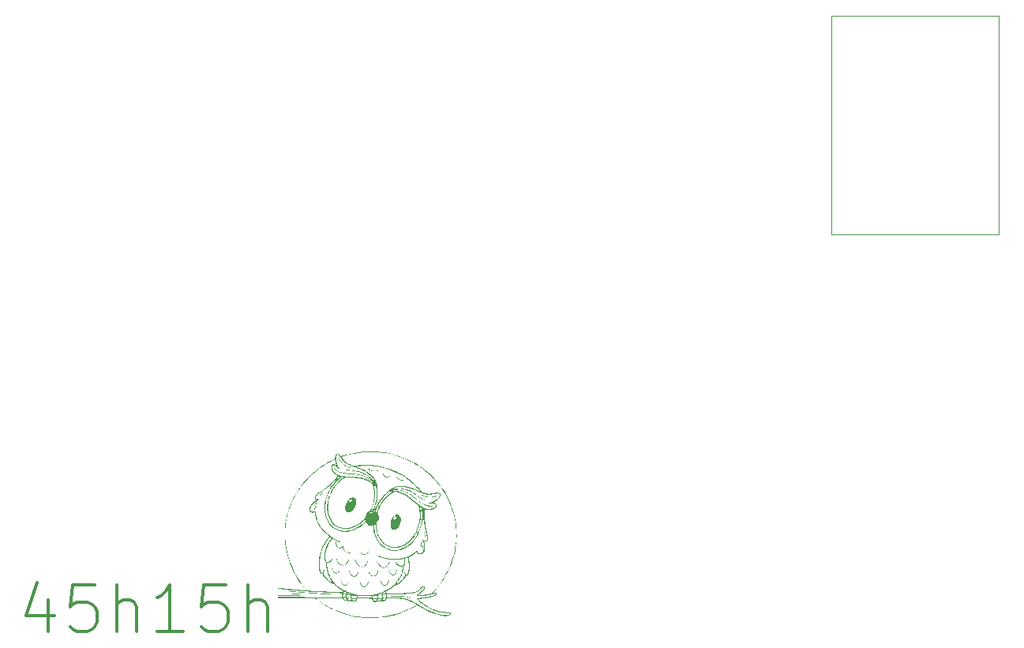
<source format=gbr>
%TF.GenerationSoftware,KiCad,Pcbnew,7.0.2-0*%
%TF.CreationDate,2023-05-11T15:53:10-04:00*%
%TF.ProjectId,mini,6d696e69-2e6b-4696-9361-645f70636258,v1.0.0*%
%TF.SameCoordinates,Original*%
%TF.FileFunction,Legend,Top*%
%TF.FilePolarity,Positive*%
%FSLAX46Y46*%
G04 Gerber Fmt 4.6, Leading zero omitted, Abs format (unit mm)*
G04 Created by KiCad (PCBNEW 7.0.2-0) date 2023-05-11 15:53:10*
%MOMM*%
%LPD*%
G01*
G04 APERTURE LIST*
%ADD10C,0.300000*%
%ADD11C,0.150000*%
%ADD12C,0.120000*%
G04 APERTURE END LIST*
D10*
X99914742Y-111173928D02*
X99914742Y-114507262D01*
X98724266Y-109269167D02*
X97533789Y-112840595D01*
X97533789Y-112840595D02*
X100629028Y-112840595D01*
X104914742Y-109507262D02*
X102533790Y-109507262D01*
X102533790Y-109507262D02*
X102295694Y-111888214D01*
X102295694Y-111888214D02*
X102533790Y-111650119D01*
X102533790Y-111650119D02*
X103009980Y-111412024D01*
X103009980Y-111412024D02*
X104200456Y-111412024D01*
X104200456Y-111412024D02*
X104676647Y-111650119D01*
X104676647Y-111650119D02*
X104914742Y-111888214D01*
X104914742Y-111888214D02*
X105152837Y-112364405D01*
X105152837Y-112364405D02*
X105152837Y-113554881D01*
X105152837Y-113554881D02*
X104914742Y-114031071D01*
X104914742Y-114031071D02*
X104676647Y-114269167D01*
X104676647Y-114269167D02*
X104200456Y-114507262D01*
X104200456Y-114507262D02*
X103009980Y-114507262D01*
X103009980Y-114507262D02*
X102533790Y-114269167D01*
X102533790Y-114269167D02*
X102295694Y-114031071D01*
X107295695Y-114507262D02*
X107295695Y-109507262D01*
X109438552Y-114507262D02*
X109438552Y-111888214D01*
X109438552Y-111888214D02*
X109200457Y-111412024D01*
X109200457Y-111412024D02*
X108724266Y-111173928D01*
X108724266Y-111173928D02*
X108009980Y-111173928D01*
X108009980Y-111173928D02*
X107533790Y-111412024D01*
X107533790Y-111412024D02*
X107295695Y-111650119D01*
X114438552Y-114507262D02*
X111581409Y-114507262D01*
X113009981Y-114507262D02*
X113009981Y-109507262D01*
X113009981Y-109507262D02*
X112533790Y-110221547D01*
X112533790Y-110221547D02*
X112057600Y-110697738D01*
X112057600Y-110697738D02*
X111581409Y-110935833D01*
X118962362Y-109507262D02*
X116581410Y-109507262D01*
X116581410Y-109507262D02*
X116343314Y-111888214D01*
X116343314Y-111888214D02*
X116581410Y-111650119D01*
X116581410Y-111650119D02*
X117057600Y-111412024D01*
X117057600Y-111412024D02*
X118248076Y-111412024D01*
X118248076Y-111412024D02*
X118724267Y-111650119D01*
X118724267Y-111650119D02*
X118962362Y-111888214D01*
X118962362Y-111888214D02*
X119200457Y-112364405D01*
X119200457Y-112364405D02*
X119200457Y-113554881D01*
X119200457Y-113554881D02*
X118962362Y-114031071D01*
X118962362Y-114031071D02*
X118724267Y-114269167D01*
X118724267Y-114269167D02*
X118248076Y-114507262D01*
X118248076Y-114507262D02*
X117057600Y-114507262D01*
X117057600Y-114507262D02*
X116581410Y-114269167D01*
X116581410Y-114269167D02*
X116343314Y-114031071D01*
X121343315Y-114507262D02*
X121343315Y-109507262D01*
X123486172Y-114507262D02*
X123486172Y-111888214D01*
X123486172Y-111888214D02*
X123248077Y-111412024D01*
X123248077Y-111412024D02*
X122771886Y-111173928D01*
X122771886Y-111173928D02*
X122057600Y-111173928D01*
X122057600Y-111173928D02*
X121581410Y-111412024D01*
X121581410Y-111412024D02*
X121343315Y-111650119D01*
D11*
%TO.C,RP2040Zero1*%
D12*
X183906574Y-48483756D02*
X183906574Y-71983756D01*
X183906574Y-71983756D02*
X201906574Y-71983756D01*
X201906574Y-48483756D02*
X183906574Y-48483756D01*
X201906574Y-71983756D02*
X201906574Y-48483756D01*
%TO.C,G\u002A\u002A\u002A*%
G36*
X130939927Y-110521043D02*
G01*
X130964309Y-110521301D01*
X131207055Y-110523980D01*
X131207055Y-110548980D01*
X131207055Y-110573980D01*
X130970926Y-110576657D01*
X130894498Y-110577358D01*
X130835679Y-110577430D01*
X130792083Y-110576754D01*
X130761326Y-110575213D01*
X130741023Y-110572686D01*
X130728790Y-110569056D01*
X130722308Y-110564285D01*
X130714506Y-110544546D01*
X130715690Y-110533929D01*
X130719754Y-110529105D01*
X130729295Y-110525472D01*
X130746622Y-110522910D01*
X130774041Y-110521304D01*
X130813860Y-110520535D01*
X130868386Y-110520487D01*
X130939927Y-110521043D01*
G37*
G36*
X128694251Y-101057202D02*
G01*
X128701111Y-101067216D01*
X128704253Y-101083000D01*
X128696740Y-101104091D01*
X128680925Y-101129716D01*
X128641350Y-101193731D01*
X128608544Y-101260257D01*
X128579150Y-101336471D01*
X128566734Y-101373980D01*
X128551343Y-101420259D01*
X128539324Y-101450472D01*
X128528981Y-101467902D01*
X128518621Y-101475829D01*
X128513429Y-101477181D01*
X128492564Y-101472802D01*
X128485412Y-101463304D01*
X128484247Y-101440155D01*
X128491311Y-101403208D01*
X128505153Y-101356168D01*
X128524326Y-101302742D01*
X128547378Y-101246633D01*
X128572861Y-101191546D01*
X128599324Y-101141188D01*
X128625320Y-101099262D01*
X128630875Y-101091480D01*
X128656927Y-101061524D01*
X128677717Y-101050213D01*
X128694251Y-101057202D01*
G37*
G36*
X128791070Y-100686156D02*
G01*
X128790523Y-100707093D01*
X128776390Y-100730678D01*
X128756386Y-100748180D01*
X128720835Y-100776978D01*
X128678074Y-100818836D01*
X128631544Y-100869885D01*
X128584682Y-100926255D01*
X128540928Y-100984076D01*
X128520182Y-101013975D01*
X128487287Y-101060760D01*
X128461821Y-101091065D01*
X128442203Y-101106269D01*
X128426852Y-101107747D01*
X128418721Y-101102313D01*
X128412344Y-101087701D01*
X128416490Y-101065183D01*
X128432004Y-101032659D01*
X128459728Y-100988032D01*
X128471879Y-100970029D01*
X128514171Y-100911802D01*
X128559521Y-100855465D01*
X128605815Y-100803083D01*
X128650937Y-100756719D01*
X128692772Y-100718440D01*
X128729203Y-100690308D01*
X128758116Y-100674389D01*
X128776785Y-100672492D01*
X128791070Y-100686156D01*
G37*
G36*
X140312489Y-103948214D02*
G01*
X140326747Y-103971702D01*
X140338587Y-104007532D01*
X140349735Y-104054806D01*
X140359767Y-104109679D01*
X140368259Y-104168305D01*
X140374784Y-104226837D01*
X140378920Y-104281429D01*
X140380241Y-104328235D01*
X140378322Y-104363409D01*
X140372739Y-104383105D01*
X140372244Y-104383751D01*
X140356869Y-104397335D01*
X140341992Y-104394834D01*
X140336519Y-104391326D01*
X140331732Y-104379108D01*
X140326143Y-104350925D01*
X140320394Y-104310758D01*
X140315129Y-104262592D01*
X140314336Y-104253980D01*
X140307981Y-104195772D01*
X140299537Y-104136076D01*
X140290154Y-104082287D01*
X140281856Y-104045036D01*
X140270566Y-103997869D01*
X140266478Y-103966590D01*
X140269873Y-103948324D01*
X140281033Y-103940193D01*
X140292251Y-103938980D01*
X140312489Y-103948214D01*
G37*
G36*
X129390370Y-99647192D02*
G01*
X129398624Y-99666449D01*
X129395981Y-99681480D01*
X129385762Y-99692716D01*
X129363255Y-99711806D01*
X129332652Y-99735274D01*
X129320662Y-99743980D01*
X129286566Y-99770803D01*
X129244217Y-99807724D01*
X129198813Y-99850036D01*
X129155552Y-99893035D01*
X129152228Y-99896480D01*
X129108813Y-99940735D01*
X129076370Y-99971344D01*
X129052810Y-99989804D01*
X129036045Y-99997617D01*
X129023984Y-99996281D01*
X129018721Y-99992313D01*
X129012418Y-99979272D01*
X129016440Y-99960989D01*
X129031982Y-99935518D01*
X129060237Y-99900915D01*
X129102400Y-99855234D01*
X129103734Y-99853838D01*
X129148919Y-99808631D01*
X129196561Y-99764514D01*
X129243851Y-99723740D01*
X129287980Y-99688561D01*
X129326139Y-99661230D01*
X129355521Y-99644001D01*
X129371600Y-99638980D01*
X129390370Y-99647192D01*
G37*
G36*
X139917774Y-104954233D02*
G01*
X139936850Y-104973967D01*
X139953108Y-105009679D01*
X139961712Y-105041594D01*
X139972471Y-105103889D01*
X139980925Y-105176713D01*
X139986533Y-105252648D01*
X139988752Y-105324271D01*
X139987043Y-105384164D01*
X139986864Y-105386480D01*
X139983283Y-105426921D01*
X139979518Y-105451398D01*
X139974081Y-105463901D01*
X139965487Y-105468423D01*
X139956157Y-105468980D01*
X139937128Y-105468080D01*
X139930529Y-105466480D01*
X139929830Y-105456146D01*
X139928935Y-105429411D01*
X139927943Y-105389871D01*
X139926949Y-105341124D01*
X139926557Y-105318980D01*
X139923819Y-105242787D01*
X139918540Y-105173923D01*
X139911171Y-105117603D01*
X139907569Y-105098980D01*
X139895668Y-105044400D01*
X139887963Y-105006168D01*
X139884232Y-104981127D01*
X139884255Y-104966116D01*
X139887811Y-104957978D01*
X139894681Y-104953555D01*
X139897332Y-104952489D01*
X139917774Y-104954233D01*
G37*
G36*
X140134070Y-105304695D02*
G01*
X140141367Y-105309460D01*
X140145015Y-105322201D01*
X140146085Y-105346848D01*
X140145648Y-105387326D01*
X140145597Y-105390358D01*
X140142209Y-105437944D01*
X140134222Y-105495998D01*
X140122850Y-105558533D01*
X140109310Y-105619561D01*
X140094820Y-105673092D01*
X140080595Y-105713140D01*
X140079535Y-105715515D01*
X140064297Y-105733292D01*
X140045026Y-105738490D01*
X140029006Y-105729991D01*
X140025607Y-105723813D01*
X140023240Y-105716696D01*
X140022417Y-105708452D01*
X140023757Y-105695823D01*
X140027880Y-105675549D01*
X140035404Y-105644370D01*
X140046950Y-105599028D01*
X140055986Y-105563980D01*
X140068430Y-105510324D01*
X140079531Y-105452790D01*
X140087506Y-105400987D01*
X140089424Y-105383980D01*
X140093561Y-105344315D01*
X140097736Y-105320535D01*
X140103599Y-105308589D01*
X140112803Y-105304429D01*
X140122055Y-105303980D01*
X140134070Y-105304695D01*
G37*
G36*
X137331409Y-97956494D02*
G01*
X137359231Y-97977814D01*
X137398955Y-98014824D01*
X137425215Y-98041178D01*
X137515416Y-98125481D01*
X137603623Y-98192138D01*
X137689179Y-98240899D01*
X137771430Y-98271509D01*
X137849719Y-98283718D01*
X137923393Y-98277271D01*
X137983347Y-98256232D01*
X138025276Y-98237628D01*
X138053517Y-98230191D01*
X138070745Y-98233587D01*
X138078581Y-98244352D01*
X138077547Y-98266227D01*
X138059726Y-98287257D01*
X138028331Y-98306453D01*
X137986576Y-98322826D01*
X137937674Y-98335385D01*
X137884836Y-98343142D01*
X137831277Y-98345108D01*
X137780209Y-98340292D01*
X137772055Y-98338738D01*
X137711430Y-98319716D01*
X137642822Y-98287271D01*
X137570159Y-98244050D01*
X137497366Y-98192696D01*
X137428370Y-98135856D01*
X137367100Y-98076175D01*
X137344436Y-98050687D01*
X137313125Y-98010100D01*
X137297570Y-97980602D01*
X137297513Y-97961303D01*
X137312693Y-97951312D01*
X137315330Y-97950734D01*
X137331409Y-97956494D01*
G37*
G36*
X139301199Y-110779061D02*
G01*
X139373735Y-110779371D01*
X139430289Y-110780007D01*
X139472869Y-110781065D01*
X139503483Y-110782644D01*
X139524140Y-110784841D01*
X139536848Y-110787753D01*
X139543616Y-110791478D01*
X139546157Y-110795247D01*
X139549717Y-110806833D01*
X139549353Y-110816173D01*
X139543228Y-110823509D01*
X139529499Y-110829082D01*
X139506329Y-110833132D01*
X139471876Y-110835901D01*
X139424300Y-110837629D01*
X139361763Y-110838557D01*
X139282422Y-110838925D01*
X139212055Y-110838980D01*
X139122046Y-110838860D01*
X139050020Y-110838440D01*
X138993958Y-110837630D01*
X138951845Y-110836338D01*
X138921663Y-110834473D01*
X138901395Y-110831945D01*
X138889024Y-110828662D01*
X138882534Y-110824534D01*
X138882160Y-110824107D01*
X138874441Y-110804478D01*
X138875622Y-110794107D01*
X138879412Y-110789922D01*
X138888535Y-110786571D01*
X138904956Y-110783964D01*
X138930634Y-110782014D01*
X138967534Y-110780631D01*
X139017617Y-110779726D01*
X139082847Y-110779212D01*
X139165184Y-110779000D01*
X139210671Y-110778980D01*
X139301199Y-110779061D01*
G37*
G36*
X139991039Y-99885894D02*
G01*
X140018887Y-99897584D01*
X140038394Y-99906463D01*
X140229563Y-99985058D01*
X140418237Y-100043990D01*
X140605250Y-100083318D01*
X140791439Y-100103102D01*
X140977638Y-100103400D01*
X141164682Y-100084270D01*
X141353406Y-100045772D01*
X141484577Y-100008094D01*
X141537738Y-99992259D01*
X141574738Y-99984485D01*
X141597742Y-99984830D01*
X141608916Y-99993350D01*
X141610425Y-100010102D01*
X141610256Y-100011365D01*
X141605768Y-100022907D01*
X141593654Y-100033377D01*
X141570511Y-100044661D01*
X141532936Y-100058643D01*
X141512055Y-100065767D01*
X141359734Y-100109247D01*
X141198525Y-100141099D01*
X141033587Y-100160805D01*
X140870078Y-100167847D01*
X140713156Y-100161705D01*
X140638890Y-100153544D01*
X140505782Y-100129769D01*
X140364753Y-100094355D01*
X140222514Y-100049295D01*
X140085781Y-99996583D01*
X140035204Y-99974294D01*
X139990720Y-99952806D01*
X139962906Y-99935926D01*
X139949627Y-99921445D01*
X139948751Y-99907156D01*
X139956581Y-99892936D01*
X139964436Y-99884323D01*
X139974405Y-99881724D01*
X139991039Y-99885894D01*
G37*
G36*
X135862639Y-97485332D02*
G01*
X135866289Y-97491480D01*
X135903480Y-97606710D01*
X135943472Y-97703334D01*
X135987082Y-97782647D01*
X136035126Y-97845943D01*
X136088419Y-97894517D01*
X136140154Y-97926037D01*
X136207597Y-97948119D01*
X136283735Y-97952768D01*
X136367743Y-97940144D01*
X136458795Y-97910402D01*
X136556067Y-97863702D01*
X136599975Y-97838218D01*
X136647270Y-97811099D01*
X136681015Y-97796212D01*
X136703186Y-97793184D01*
X136715759Y-97801643D01*
X136720111Y-97815524D01*
X136718148Y-97828537D01*
X136706559Y-97842928D01*
X136682486Y-97861428D01*
X136650013Y-97882460D01*
X136546795Y-97940170D01*
X136447940Y-97982252D01*
X136354813Y-98008363D01*
X136268778Y-98018160D01*
X136191200Y-98011300D01*
X136164915Y-98004472D01*
X136087490Y-97969828D01*
X136017003Y-97916545D01*
X135953648Y-97844813D01*
X135897621Y-97754822D01*
X135887173Y-97734367D01*
X135861990Y-97679149D01*
X135840835Y-97624555D01*
X135824887Y-97574475D01*
X135815325Y-97532796D01*
X135813326Y-97503410D01*
X135814926Y-97495920D01*
X135827709Y-97483110D01*
X135846734Y-97479311D01*
X135862639Y-97485332D01*
G37*
G36*
X134332597Y-105955728D02*
G01*
X134339806Y-105973451D01*
X134340040Y-105974983D01*
X134336615Y-105989027D01*
X134322151Y-106010064D01*
X134295172Y-106039892D01*
X134254198Y-106080306D01*
X134250271Y-106084050D01*
X134161662Y-106162458D01*
X134078970Y-106222925D01*
X134000750Y-106266107D01*
X133925556Y-106292659D01*
X133851943Y-106303236D01*
X133778466Y-106298493D01*
X133777585Y-106298347D01*
X133720122Y-106282179D01*
X133654277Y-106252467D01*
X133584081Y-106211344D01*
X133513568Y-106160947D01*
X133504555Y-106153799D01*
X133464801Y-106120665D01*
X133439347Y-106096105D01*
X133425872Y-106077566D01*
X133422055Y-106062962D01*
X133425232Y-106042865D01*
X133435809Y-106035013D01*
X133455351Y-106039887D01*
X133485423Y-106057964D01*
X133527590Y-106089727D01*
X133538849Y-106098763D01*
X133622869Y-106160564D01*
X133700608Y-106204400D01*
X133773550Y-106230738D01*
X133843182Y-106240041D01*
X133910991Y-106232777D01*
X133940414Y-106224524D01*
X133988991Y-106202729D01*
X134046675Y-106167389D01*
X134110304Y-106120756D01*
X134176719Y-106065080D01*
X134218379Y-106026555D01*
X134262251Y-105986526D01*
X134295075Y-105961733D01*
X134318105Y-105951644D01*
X134332597Y-105955728D01*
G37*
G36*
X131074625Y-95913854D02*
G01*
X131091464Y-95929773D01*
X131112336Y-95961223D01*
X131131646Y-95995663D01*
X131204235Y-96116469D01*
X131291347Y-96238256D01*
X131389114Y-96356540D01*
X131493669Y-96466833D01*
X131601145Y-96564651D01*
X131667055Y-96616698D01*
X131772230Y-96687488D01*
X131892910Y-96756154D01*
X132024597Y-96820406D01*
X132162796Y-96877950D01*
X132222055Y-96899692D01*
X132268306Y-96916388D01*
X132298871Y-96928915D01*
X132317104Y-96939231D01*
X132326358Y-96949291D01*
X132329985Y-96961053D01*
X132330219Y-96962814D01*
X132329817Y-96981595D01*
X132318395Y-96988080D01*
X132305219Y-96988480D01*
X132283550Y-96984870D01*
X132249126Y-96975619D01*
X132207811Y-96962387D01*
X132187055Y-96955036D01*
X132006575Y-96882334D01*
X131843084Y-96802052D01*
X131694502Y-96712639D01*
X131558748Y-96612548D01*
X131433742Y-96500231D01*
X131317404Y-96374139D01*
X131207655Y-96232722D01*
X131197336Y-96218208D01*
X131163001Y-96167688D01*
X131127688Y-96112590D01*
X131095992Y-96060248D01*
X131076095Y-96024843D01*
X131054959Y-95984294D01*
X131042525Y-95957383D01*
X131037654Y-95940333D01*
X131039208Y-95929371D01*
X131045001Y-95921747D01*
X131059808Y-95911751D01*
X131074625Y-95913854D01*
G37*
G36*
X134305698Y-97014915D02*
G01*
X134324608Y-97035006D01*
X134335068Y-97051480D01*
X134367736Y-97096280D01*
X134412955Y-97143730D01*
X134464913Y-97188556D01*
X134517798Y-97225482D01*
X134541222Y-97238559D01*
X134596184Y-97264185D01*
X134648694Y-97283419D01*
X134703067Y-97297071D01*
X134763625Y-97305947D01*
X134834683Y-97310857D01*
X134920562Y-97312608D01*
X134937055Y-97312650D01*
X135003015Y-97312483D01*
X135053241Y-97311618D01*
X135091997Y-97309628D01*
X135123546Y-97306086D01*
X135152152Y-97300566D01*
X135182080Y-97292641D01*
X135204706Y-97285862D01*
X135252825Y-97271469D01*
X135285406Y-97263085D01*
X135305892Y-97260425D01*
X135317728Y-97263202D01*
X135324357Y-97271130D01*
X135326352Y-97275755D01*
X135327333Y-97292501D01*
X135315226Y-97307801D01*
X135288071Y-97322965D01*
X135243909Y-97339305D01*
X135220459Y-97346642D01*
X135185861Y-97356369D01*
X135153397Y-97363430D01*
X135118474Y-97368340D01*
X135076500Y-97371613D01*
X135022883Y-97373765D01*
X134967055Y-97375053D01*
X134878569Y-97375602D01*
X134807158Y-97373450D01*
X134750064Y-97368470D01*
X134720399Y-97363861D01*
X134606688Y-97334374D01*
X134504799Y-97291298D01*
X134416106Y-97235474D01*
X134341985Y-97167742D01*
X134291452Y-97101420D01*
X134269678Y-97060962D01*
X134262198Y-97031417D01*
X134269071Y-97013806D01*
X134286104Y-97008980D01*
X134305698Y-97014915D01*
G37*
G36*
X131366921Y-109152768D02*
G01*
X131380509Y-109165080D01*
X131397331Y-109189062D01*
X131419711Y-109227622D01*
X131425813Y-109238721D01*
X131460876Y-109298346D01*
X131500872Y-109358884D01*
X131542891Y-109416509D01*
X131584023Y-109467401D01*
X131621356Y-109507735D01*
X131648641Y-109531377D01*
X131703289Y-109559059D01*
X131761890Y-109567533D01*
X131821769Y-109556451D01*
X131826988Y-109554536D01*
X131873029Y-109527501D01*
X131920232Y-109481615D01*
X131967804Y-109417935D01*
X132014948Y-109337514D01*
X132057554Y-109248980D01*
X132075465Y-109210542D01*
X132089442Y-109187187D01*
X132102298Y-109175173D01*
X132116334Y-109170815D01*
X132134981Y-109171389D01*
X132141513Y-109183361D01*
X132142055Y-109195318D01*
X132137027Y-109218799D01*
X132123324Y-109255097D01*
X132103017Y-109300162D01*
X132078176Y-109349941D01*
X132050874Y-109400386D01*
X132023179Y-109447444D01*
X131997165Y-109487065D01*
X131983812Y-109504854D01*
X131933577Y-109559358D01*
X131883375Y-109596392D01*
X131829385Y-109618114D01*
X131768028Y-109626669D01*
X131720905Y-109626614D01*
X131685071Y-109621046D01*
X131653864Y-109609466D01*
X131608715Y-109580631D01*
X131558778Y-109534773D01*
X131505637Y-109473829D01*
X131450873Y-109399733D01*
X131396069Y-109314423D01*
X131357022Y-109246316D01*
X131335696Y-109202982D01*
X131327160Y-109173426D01*
X131331367Y-109156088D01*
X131348275Y-109149409D01*
X131354241Y-109149219D01*
X131366921Y-109152768D01*
G37*
G36*
X135320494Y-108027532D02*
G01*
X135328232Y-108039700D01*
X135327096Y-108062750D01*
X135316963Y-108098948D01*
X135297713Y-108150562D01*
X135297136Y-108152013D01*
X135248875Y-108263319D01*
X135198658Y-108360080D01*
X135147350Y-108440930D01*
X135095814Y-108504499D01*
X135047522Y-108547570D01*
X134969184Y-108595042D01*
X134892161Y-108624448D01*
X134817828Y-108635475D01*
X134747557Y-108627809D01*
X134725053Y-108620967D01*
X134657169Y-108588157D01*
X134585744Y-108537557D01*
X134512494Y-108470673D01*
X134439137Y-108389013D01*
X134392756Y-108329462D01*
X134346620Y-108263587D01*
X134312836Y-108207917D01*
X134291724Y-108163288D01*
X134283601Y-108130534D01*
X134288788Y-108110490D01*
X134306626Y-108103980D01*
X134323232Y-108111997D01*
X134343521Y-108136943D01*
X134359870Y-108163980D01*
X134402998Y-108233504D01*
X134453953Y-108303691D01*
X134509768Y-108371305D01*
X134567476Y-108433109D01*
X134624111Y-108485865D01*
X134676705Y-108526339D01*
X134709828Y-108545774D01*
X134771639Y-108568094D01*
X134831624Y-108572368D01*
X134893656Y-108558523D01*
X134933071Y-108541687D01*
X134989128Y-108508850D01*
X135039691Y-108467342D01*
X135086375Y-108415021D01*
X135130796Y-108349748D01*
X135174572Y-108269381D01*
X135219318Y-108171779D01*
X135228213Y-108150751D01*
X135250115Y-108099314D01*
X135266496Y-108063749D01*
X135279026Y-108041267D01*
X135289371Y-108029076D01*
X135299202Y-108024386D01*
X135304004Y-108023980D01*
X135320494Y-108027532D01*
G37*
G36*
X136476927Y-109012547D02*
G01*
X136487533Y-109021983D01*
X136490707Y-109040673D01*
X136486070Y-109070530D01*
X136473241Y-109113465D01*
X136451839Y-109171394D01*
X136438858Y-109203980D01*
X136395911Y-109303524D01*
X136354105Y-109386303D01*
X136311660Y-109455333D01*
X136266791Y-109513634D01*
X136237153Y-109545537D01*
X136177954Y-109595333D01*
X136118247Y-109625718D01*
X136056373Y-109637251D01*
X135990676Y-109630488D01*
X135987055Y-109629629D01*
X135922371Y-109604283D01*
X135855800Y-109559454D01*
X135787818Y-109495519D01*
X135728250Y-109425103D01*
X135675262Y-109353389D01*
X135632159Y-109288435D01*
X135599492Y-109231520D01*
X135577812Y-109183922D01*
X135567668Y-109146920D01*
X135569614Y-109121795D01*
X135584199Y-109109825D01*
X135592108Y-109108980D01*
X135605179Y-109115418D01*
X135621519Y-109136040D01*
X135642555Y-109172809D01*
X135652105Y-109191480D01*
X135686765Y-109253725D01*
X135728635Y-109317820D01*
X135774918Y-109380362D01*
X135822816Y-109437943D01*
X135869532Y-109487160D01*
X135912269Y-109524608D01*
X135941396Y-109543639D01*
X136000178Y-109565229D01*
X136059533Y-109571104D01*
X136094554Y-109566240D01*
X136137983Y-109546306D01*
X136183810Y-109508665D01*
X136230691Y-109455260D01*
X136277282Y-109388030D01*
X136322240Y-109308916D01*
X136364223Y-109219859D01*
X136401885Y-109122800D01*
X136402255Y-109121739D01*
X136421283Y-109070417D01*
X136437140Y-109036276D01*
X136451366Y-109017061D01*
X136465506Y-109010517D01*
X136476927Y-109012547D01*
G37*
G36*
X130395142Y-107748535D02*
G01*
X130397955Y-107751112D01*
X130407871Y-107766495D01*
X130422000Y-107794458D01*
X130437284Y-107828950D01*
X130437296Y-107828980D01*
X130474219Y-107908367D01*
X130517751Y-107986214D01*
X130565605Y-108059437D01*
X130615495Y-108124949D01*
X130665137Y-108179667D01*
X130712243Y-108220505D01*
X130740524Y-108238199D01*
X130795454Y-108255822D01*
X130852049Y-108254250D01*
X130909323Y-108234112D01*
X130966291Y-108196035D01*
X131021966Y-108140647D01*
X131075362Y-108068578D01*
X131115974Y-107998960D01*
X131138511Y-107957430D01*
X131155053Y-107930833D01*
X131168156Y-107916022D01*
X131180375Y-107909850D01*
X131189044Y-107908980D01*
X131206076Y-107910958D01*
X131211481Y-107920873D01*
X131209249Y-107942392D01*
X131198688Y-107976584D01*
X131177803Y-108021072D01*
X131149424Y-108071084D01*
X131116383Y-108121851D01*
X131081508Y-108168603D01*
X131060318Y-108193360D01*
X131010775Y-108240032D01*
X130956111Y-108278974D01*
X130901459Y-108307039D01*
X130852055Y-108321067D01*
X130819275Y-108322131D01*
X130781463Y-108318972D01*
X130772352Y-108317497D01*
X130725407Y-108301440D01*
X130674001Y-108271444D01*
X130623382Y-108231055D01*
X130584378Y-108190585D01*
X130548264Y-108144302D01*
X130510504Y-108089916D01*
X130472945Y-108030751D01*
X130437432Y-107970131D01*
X130405810Y-107911378D01*
X130379927Y-107857816D01*
X130361626Y-107812769D01*
X130352755Y-107779560D01*
X130352209Y-107772549D01*
X130359413Y-107752361D01*
X130376274Y-107743160D01*
X130395142Y-107748535D01*
G37*
G36*
X134266342Y-109221018D02*
G01*
X134282382Y-109228170D01*
X134288579Y-109244842D01*
X134284666Y-109272814D01*
X134270377Y-109313862D01*
X134245446Y-109369766D01*
X134243415Y-109374032D01*
X134186033Y-109482593D01*
X134125412Y-109575458D01*
X134062317Y-109651993D01*
X133997516Y-109711562D01*
X133931776Y-109753530D01*
X133865864Y-109777263D01*
X133800545Y-109782124D01*
X133759287Y-109775005D01*
X133706555Y-109753551D01*
X133650028Y-109718649D01*
X133595566Y-109674368D01*
X133557218Y-109634687D01*
X133523866Y-109592281D01*
X133489141Y-109542296D01*
X133454713Y-109487825D01*
X133422249Y-109431964D01*
X133393418Y-109377809D01*
X133369889Y-109328455D01*
X133353331Y-109286995D01*
X133345412Y-109256527D01*
X133346045Y-109243004D01*
X133359141Y-109232016D01*
X133374774Y-109228980D01*
X133387591Y-109231702D01*
X133398982Y-109242245D01*
X133411480Y-109264172D01*
X133427616Y-109301047D01*
X133429849Y-109306480D01*
X133449595Y-109349308D01*
X133476493Y-109400503D01*
X133506219Y-109452052D01*
X133522339Y-109477856D01*
X133582375Y-109561852D01*
X133642330Y-109628564D01*
X133701460Y-109677385D01*
X133759019Y-109707707D01*
X133814264Y-109718925D01*
X133818248Y-109718980D01*
X133873530Y-109709289D01*
X133930784Y-109680985D01*
X133988929Y-109635223D01*
X134046887Y-109573153D01*
X134103576Y-109495930D01*
X134157917Y-109404708D01*
X134207703Y-109303173D01*
X134226635Y-109262350D01*
X134240675Y-109237090D01*
X134252056Y-109224267D01*
X134263007Y-109220753D01*
X134266342Y-109221018D01*
G37*
G36*
X130873758Y-106771796D02*
G01*
X130885621Y-106782001D01*
X130898808Y-106805154D01*
X130908221Y-106825659D01*
X130947789Y-106902827D01*
X130999685Y-106985543D01*
X131060600Y-107069739D01*
X131127223Y-107151345D01*
X131196245Y-107226292D01*
X131264357Y-107290512D01*
X131324445Y-107337360D01*
X131399526Y-107377443D01*
X131478685Y-107398320D01*
X131560762Y-107400086D01*
X131644595Y-107382836D01*
X131729026Y-107346665D01*
X131804690Y-107297919D01*
X131860466Y-107249869D01*
X131919773Y-107188048D01*
X131978776Y-107117278D01*
X132033642Y-107042383D01*
X132080536Y-106968186D01*
X132107842Y-106916581D01*
X132126133Y-106888963D01*
X132146655Y-106873231D01*
X132165421Y-106870297D01*
X132178446Y-106881071D01*
X132182055Y-106899632D01*
X132176471Y-106918796D01*
X132161117Y-106950645D01*
X132138091Y-106991763D01*
X132109490Y-107038736D01*
X132077411Y-107088150D01*
X132043952Y-107136590D01*
X132011211Y-107180641D01*
X132003225Y-107190766D01*
X131926243Y-107276047D01*
X131843671Y-107347317D01*
X131757795Y-107403032D01*
X131670900Y-107441645D01*
X131607718Y-107458222D01*
X131561302Y-107465378D01*
X131523371Y-107467235D01*
X131483377Y-107463846D01*
X131452055Y-107458986D01*
X131385674Y-107441216D01*
X131319763Y-107409773D01*
X131251588Y-107363067D01*
X131178420Y-107299507D01*
X131113357Y-107232831D01*
X131047584Y-107156302D01*
X130984686Y-107074724D01*
X130928251Y-106992901D01*
X130881864Y-106915639D01*
X130860236Y-106873230D01*
X130841732Y-106828693D01*
X130835108Y-106798197D01*
X130840357Y-106779697D01*
X130857470Y-106771148D01*
X130859886Y-106770754D01*
X130873758Y-106771796D01*
G37*
G36*
X132247000Y-108038777D02*
G01*
X132260757Y-108054583D01*
X132278939Y-108083517D01*
X132302964Y-108127698D01*
X132316692Y-108154364D01*
X132379169Y-108268815D01*
X132441985Y-108366479D01*
X132507292Y-108450483D01*
X132557055Y-108504259D01*
X132602841Y-108546718D01*
X132643219Y-108574823D01*
X132683534Y-108591086D01*
X132729129Y-108598016D01*
X132758215Y-108598760D01*
X132807523Y-108593691D01*
X132853614Y-108578053D01*
X132897809Y-108550507D01*
X132941429Y-108509713D01*
X132985798Y-108454331D01*
X133032236Y-108383023D01*
X133082065Y-108294447D01*
X133108301Y-108243980D01*
X133136052Y-108190173D01*
X133156908Y-108151911D01*
X133172575Y-108126682D01*
X133184753Y-108111971D01*
X133195146Y-108105267D01*
X133203165Y-108103980D01*
X133223557Y-108110296D01*
X133229969Y-108120534D01*
X133226838Y-108135166D01*
X133216034Y-108163755D01*
X133199138Y-108202525D01*
X133177730Y-108247702D01*
X133171368Y-108260534D01*
X133117019Y-108364143D01*
X133066235Y-108449704D01*
X133017617Y-108518547D01*
X132969766Y-108571997D01*
X132921284Y-108611384D01*
X132870771Y-108638033D01*
X132816828Y-108653272D01*
X132758058Y-108658430D01*
X132752055Y-108658443D01*
X132709143Y-108656436D01*
X132668715Y-108651501D01*
X132639518Y-108644707D01*
X132639499Y-108644700D01*
X132591624Y-108619615D01*
X132538915Y-108577831D01*
X132483153Y-108521520D01*
X132426120Y-108452856D01*
X132369598Y-108374014D01*
X132315369Y-108287167D01*
X132265214Y-108194489D01*
X132257207Y-108178281D01*
X132231301Y-108120445D01*
X132217495Y-108077848D01*
X132215697Y-108049877D01*
X132225821Y-108035913D01*
X132236253Y-108033980D01*
X132247000Y-108038777D01*
G37*
G36*
X137328450Y-107925214D02*
G01*
X137334674Y-107937019D01*
X137335647Y-107961868D01*
X137335426Y-107968980D01*
X137329576Y-108012217D01*
X137315632Y-108068098D01*
X137295171Y-108131761D01*
X137269769Y-108198341D01*
X137241002Y-108262976D01*
X137238376Y-108268379D01*
X137199089Y-108336821D01*
X137151841Y-108400227D01*
X137100636Y-108453875D01*
X137049478Y-108493047D01*
X137046025Y-108495112D01*
X136995908Y-108515812D01*
X136939821Y-108525252D01*
X136885921Y-108522521D01*
X136860877Y-108515771D01*
X136817511Y-108496391D01*
X136776856Y-108470568D01*
X136734309Y-108434903D01*
X136685310Y-108386038D01*
X136644374Y-108339666D01*
X136602776Y-108286745D01*
X136562381Y-108230292D01*
X136525053Y-108173324D01*
X136492657Y-108118857D01*
X136467059Y-108069910D01*
X136450123Y-108029499D01*
X136443715Y-108000642D01*
X136443973Y-107995612D01*
X136454152Y-107977430D01*
X136466845Y-107973980D01*
X136479505Y-107979332D01*
X136495207Y-107996894D01*
X136515667Y-108028926D01*
X136535263Y-108063980D01*
X136587162Y-108152757D01*
X136642528Y-108234303D01*
X136699467Y-108306483D01*
X136756087Y-108367161D01*
X136810495Y-108414200D01*
X136860800Y-108445466D01*
X136880334Y-108453408D01*
X136924897Y-108463501D01*
X136965143Y-108460937D01*
X137005228Y-108444388D01*
X137049309Y-108412524D01*
X137072474Y-108391986D01*
X137104618Y-108359875D01*
X137130709Y-108327238D01*
X137154982Y-108288019D01*
X137181668Y-108236162D01*
X137182324Y-108234813D01*
X137206503Y-108180852D01*
X137230366Y-108120481D01*
X137250228Y-108063304D01*
X137257489Y-108038980D01*
X137269113Y-107996963D01*
X137279012Y-107961515D01*
X137285811Y-107937546D01*
X137287811Y-107930778D01*
X137299598Y-107921665D01*
X137314510Y-107920778D01*
X137328450Y-107925214D01*
G37*
G36*
X132866679Y-106852124D02*
G01*
X132878695Y-106863348D01*
X132892663Y-106886009D01*
X132910954Y-106923372D01*
X132915620Y-106933508D01*
X132966477Y-107032756D01*
X133027042Y-107130892D01*
X133095043Y-107225362D01*
X133168206Y-107313613D01*
X133244259Y-107393093D01*
X133320929Y-107461246D01*
X133395942Y-107515521D01*
X133467027Y-107553363D01*
X133467615Y-107553610D01*
X133542444Y-107574557D01*
X133619344Y-107575940D01*
X133697605Y-107557999D01*
X133776518Y-107520978D01*
X133855374Y-107465115D01*
X133927389Y-107397153D01*
X133993221Y-107319282D01*
X134057546Y-107228014D01*
X134115999Y-107129748D01*
X134135976Y-107091480D01*
X134155466Y-107054484D01*
X134170186Y-107032413D01*
X134183104Y-107021750D01*
X134197180Y-107018980D01*
X134214782Y-107023591D01*
X134221409Y-107038376D01*
X134216798Y-107064766D01*
X134200685Y-107104188D01*
X134172807Y-107158071D01*
X134170942Y-107161456D01*
X134097255Y-107282878D01*
X134019548Y-107388056D01*
X133938687Y-107476040D01*
X133855541Y-107545881D01*
X133775614Y-107594366D01*
X133733338Y-107614168D01*
X133699667Y-107626149D01*
X133665905Y-107632521D01*
X133623354Y-107635496D01*
X133612194Y-107635905D01*
X133563007Y-107635676D01*
X133516880Y-107632190D01*
X133482112Y-107626086D01*
X133481348Y-107625873D01*
X133415076Y-107599424D01*
X133342856Y-107556618D01*
X133266935Y-107499343D01*
X133189560Y-107429487D01*
X133112978Y-107348936D01*
X133039437Y-107259578D01*
X133029267Y-107246146D01*
X132990507Y-107191682D01*
X132952538Y-107133398D01*
X132916872Y-107074147D01*
X132885019Y-107016787D01*
X132858489Y-106964173D01*
X132838794Y-106919162D01*
X132827445Y-106884609D01*
X132825952Y-106863370D01*
X132826271Y-106862417D01*
X132839193Y-106851844D01*
X132854241Y-106849072D01*
X132866679Y-106852124D01*
G37*
G36*
X137391593Y-110734128D02*
G01*
X137510507Y-110734648D01*
X137614173Y-110735653D01*
X137704970Y-110737259D01*
X137785271Y-110739577D01*
X137857454Y-110742722D01*
X137923894Y-110746808D01*
X137986966Y-110751948D01*
X138049048Y-110758256D01*
X138112514Y-110765846D01*
X138179742Y-110774831D01*
X138216197Y-110779982D01*
X138382772Y-110806806D01*
X138533087Y-110837164D01*
X138665667Y-110870742D01*
X138713897Y-110885161D01*
X138771065Y-110903923D01*
X138811040Y-110919283D01*
X138836069Y-110932540D01*
X138848397Y-110944995D01*
X138850272Y-110957947D01*
X138848736Y-110963204D01*
X138837156Y-110974553D01*
X138813291Y-110977143D01*
X138775406Y-110970838D01*
X138721762Y-110955499D01*
X138712055Y-110952347D01*
X138575870Y-110912886D01*
X138420842Y-110877803D01*
X138247669Y-110847229D01*
X138057054Y-110821300D01*
X137977055Y-110812360D01*
X137934913Y-110808366D01*
X137888958Y-110804962D01*
X137837224Y-110802095D01*
X137777747Y-110799712D01*
X137708562Y-110797761D01*
X137627706Y-110796187D01*
X137533214Y-110794939D01*
X137423121Y-110793963D01*
X137295463Y-110793206D01*
X137262077Y-110793051D01*
X137141426Y-110792467D01*
X137039244Y-110791835D01*
X136953998Y-110791107D01*
X136884158Y-110790235D01*
X136828191Y-110789169D01*
X136784567Y-110787860D01*
X136751754Y-110786260D01*
X136728220Y-110784320D01*
X136712434Y-110781991D01*
X136702865Y-110779225D01*
X136697980Y-110775972D01*
X136697302Y-110775063D01*
X136692432Y-110766436D01*
X136690531Y-110759109D01*
X136693036Y-110752976D01*
X136701386Y-110747930D01*
X136717022Y-110743866D01*
X136741382Y-110740678D01*
X136775905Y-110738260D01*
X136822030Y-110736506D01*
X136881196Y-110735309D01*
X136954842Y-110734564D01*
X137044407Y-110734165D01*
X137151330Y-110734006D01*
X137255057Y-110733980D01*
X137391593Y-110734128D01*
G37*
G36*
X135210319Y-106992050D02*
G01*
X135231884Y-107016714D01*
X135260967Y-107058648D01*
X135273936Y-107078980D01*
X135371361Y-107222908D01*
X135476696Y-107355184D01*
X135595832Y-107483200D01*
X135596929Y-107484300D01*
X135656717Y-107542573D01*
X135706900Y-107587100D01*
X135750551Y-107619606D01*
X135790742Y-107641815D01*
X135830547Y-107655449D01*
X135873038Y-107662233D01*
X135917055Y-107663907D01*
X135960306Y-107662951D01*
X135991942Y-107658840D01*
X136020312Y-107649568D01*
X136053767Y-107633130D01*
X136060670Y-107629419D01*
X136121202Y-107590013D01*
X136186595Y-107535568D01*
X136253480Y-107469277D01*
X136318487Y-107394328D01*
X136345048Y-107360200D01*
X136373181Y-107322117D01*
X136398591Y-107285902D01*
X136423540Y-107247963D01*
X136450286Y-107204705D01*
X136481089Y-107152535D01*
X136518208Y-107087858D01*
X136536011Y-107056480D01*
X136558997Y-107023102D01*
X136579080Y-107009377D01*
X136582790Y-107008980D01*
X136601781Y-107014276D01*
X136607978Y-107030961D01*
X136601312Y-107060230D01*
X136581713Y-107103275D01*
X136576795Y-107112599D01*
X136500924Y-107244446D01*
X136421956Y-107363168D01*
X136341010Y-107467450D01*
X136259208Y-107555975D01*
X136177671Y-107627425D01*
X136097518Y-107680483D01*
X136090271Y-107684385D01*
X136052301Y-107703497D01*
X136021964Y-107715309D01*
X135991402Y-107721828D01*
X135952758Y-107725064D01*
X135927055Y-107726109D01*
X135875752Y-107726626D01*
X135837610Y-107723536D01*
X135805990Y-107716067D01*
X135789820Y-107710156D01*
X135730239Y-107679129D01*
X135663809Y-107632148D01*
X135592462Y-107571227D01*
X135518134Y-107498381D01*
X135442757Y-107415623D01*
X135368266Y-107324968D01*
X135296593Y-107228431D01*
X135229674Y-107128024D01*
X135227301Y-107124240D01*
X135195337Y-107068749D01*
X135177623Y-107027212D01*
X135174145Y-106999561D01*
X135184887Y-106985732D01*
X135195715Y-106983980D01*
X135210319Y-106992050D01*
G37*
G36*
X132662675Y-100156597D02*
G01*
X132736897Y-100175973D01*
X132803710Y-100212411D01*
X132861850Y-100265710D01*
X132910054Y-100335671D01*
X132916827Y-100348531D01*
X132947461Y-100427898D01*
X132966702Y-100520355D01*
X132974582Y-100622575D01*
X132971133Y-100731231D01*
X132956387Y-100842996D01*
X132930373Y-100954544D01*
X132910525Y-101016728D01*
X132858122Y-101145656D01*
X132795251Y-101266870D01*
X132723403Y-101378759D01*
X132644073Y-101479711D01*
X132558752Y-101568114D01*
X132468935Y-101642357D01*
X132376114Y-101700828D01*
X132281782Y-101741915D01*
X132224062Y-101757768D01*
X132168150Y-101766644D01*
X132119405Y-101766402D01*
X132067059Y-101756775D01*
X132054766Y-101753581D01*
X131980331Y-101723771D01*
X131917163Y-101677833D01*
X131865628Y-101616405D01*
X131826090Y-101540123D01*
X131798914Y-101449625D01*
X131784464Y-101345550D01*
X131782055Y-101276451D01*
X131791931Y-101131458D01*
X131821331Y-100985199D01*
X131869913Y-100838715D01*
X131937335Y-100693047D01*
X131984424Y-100613847D01*
X132172568Y-100613847D01*
X132175311Y-100635335D01*
X132184677Y-100651680D01*
X132195289Y-100663123D01*
X132229760Y-100684094D01*
X132272907Y-100688667D01*
X132321544Y-100676545D01*
X132324876Y-100675148D01*
X132373814Y-100645382D01*
X132419507Y-100601859D01*
X132458484Y-100549533D01*
X132487276Y-100493363D01*
X132502412Y-100438302D01*
X132503853Y-100419521D01*
X132497382Y-100374606D01*
X132478132Y-100342918D01*
X132448483Y-100324633D01*
X132410810Y-100319927D01*
X132367491Y-100328977D01*
X132320904Y-100351959D01*
X132273426Y-100389049D01*
X132260773Y-100401494D01*
X132214781Y-100458722D01*
X132186609Y-100518727D01*
X132174634Y-100579899D01*
X132172568Y-100613847D01*
X131984424Y-100613847D01*
X132019282Y-100555219D01*
X132053565Y-100508919D01*
X132098661Y-100455993D01*
X132150359Y-100400707D01*
X132204446Y-100347327D01*
X132256711Y-100300119D01*
X132302942Y-100263348D01*
X132316971Y-100253700D01*
X132408192Y-100202833D01*
X132497059Y-100169827D01*
X132582308Y-100154481D01*
X132662675Y-100156597D01*
G37*
G36*
X137391691Y-101953086D02*
G01*
X137466957Y-101971511D01*
X137535764Y-102008195D01*
X137597240Y-102062195D01*
X137650516Y-102132565D01*
X137694721Y-102218363D01*
X137728986Y-102318644D01*
X137729076Y-102318980D01*
X137737829Y-102365494D01*
X137743866Y-102426878D01*
X137747192Y-102498186D01*
X137747808Y-102574472D01*
X137745719Y-102650792D01*
X137740926Y-102722200D01*
X137733433Y-102783751D01*
X137728792Y-102808740D01*
X137688552Y-102962899D01*
X137637169Y-103101777D01*
X137573638Y-103227328D01*
X137496958Y-103341509D01*
X137406127Y-103446275D01*
X137397568Y-103454963D01*
X137351120Y-103499942D01*
X137311945Y-103533354D01*
X137274791Y-103559223D01*
X137234406Y-103581576D01*
X137228660Y-103584426D01*
X137186346Y-103604113D01*
X137152587Y-103616032D01*
X137118600Y-103622387D01*
X137075601Y-103625380D01*
X137063660Y-103625819D01*
X136997960Y-103625098D01*
X136950566Y-103617938D01*
X136939681Y-103614424D01*
X136867495Y-103576188D01*
X136804472Y-103520557D01*
X136751061Y-103448138D01*
X136707715Y-103359540D01*
X136675778Y-103258980D01*
X136666021Y-103204280D01*
X136659598Y-103135333D01*
X136656513Y-103057610D01*
X136656773Y-102976584D01*
X136660383Y-102897728D01*
X136667348Y-102826514D01*
X136675286Y-102778980D01*
X136708518Y-102649814D01*
X136751428Y-102527573D01*
X136778446Y-102467713D01*
X136913618Y-102467713D01*
X136928479Y-102506762D01*
X136932254Y-102511962D01*
X136962351Y-102536653D01*
X137000308Y-102543709D01*
X137046697Y-102533133D01*
X137088715Y-102512867D01*
X137136361Y-102478428D01*
X137176926Y-102435180D01*
X137209061Y-102386472D01*
X137231416Y-102335652D01*
X137242640Y-102286067D01*
X137241383Y-102241065D01*
X137226295Y-102203994D01*
X137217509Y-102193525D01*
X137184139Y-102173173D01*
X137143680Y-102169924D01*
X137098250Y-102183123D01*
X137049966Y-102212118D01*
X137000944Y-102256255D01*
X136995570Y-102262037D01*
X136955546Y-102314274D01*
X136927988Y-102368166D01*
X136913733Y-102420413D01*
X136913618Y-102467713D01*
X136778446Y-102467713D01*
X136802891Y-102413553D01*
X136861785Y-102309048D01*
X136926988Y-102215351D01*
X136997376Y-102133759D01*
X137071826Y-102065564D01*
X137149216Y-102012063D01*
X137228422Y-101974549D01*
X137308321Y-101954318D01*
X137387791Y-101952663D01*
X137391691Y-101953086D01*
G37*
G36*
X125924092Y-110204503D02*
G01*
X125959607Y-110206452D01*
X126007263Y-110210043D01*
X126068947Y-110215384D01*
X126146543Y-110222580D01*
X126241938Y-110231738D01*
X126253603Y-110232870D01*
X126469072Y-110253624D01*
X126668075Y-110272389D01*
X126854015Y-110289439D01*
X127030300Y-110305045D01*
X127200332Y-110319480D01*
X127367519Y-110333016D01*
X127535263Y-110345926D01*
X127706972Y-110358481D01*
X127886049Y-110370955D01*
X128075901Y-110383619D01*
X128279931Y-110396746D01*
X128387055Y-110403489D01*
X128569200Y-110414832D01*
X128733232Y-110424934D01*
X128880991Y-110433896D01*
X129014318Y-110441820D01*
X129135054Y-110448808D01*
X129245040Y-110454962D01*
X129346117Y-110460383D01*
X129440126Y-110465174D01*
X129528907Y-110469437D01*
X129614303Y-110473273D01*
X129698153Y-110476783D01*
X129747055Y-110478720D01*
X129859817Y-110483145D01*
X129954231Y-110486984D01*
X130031936Y-110490355D01*
X130094570Y-110493378D01*
X130143774Y-110496172D01*
X130181186Y-110498856D01*
X130208445Y-110501548D01*
X130227191Y-110504368D01*
X130239063Y-110507435D01*
X130245699Y-110510867D01*
X130248740Y-110514784D01*
X130248883Y-110515138D01*
X130247708Y-110533946D01*
X130241949Y-110544107D01*
X130237780Y-110548653D01*
X130232253Y-110552190D01*
X130223247Y-110554744D01*
X130208637Y-110556340D01*
X130186302Y-110557003D01*
X130154118Y-110556760D01*
X130109963Y-110555634D01*
X130051713Y-110553652D01*
X129977246Y-110550839D01*
X129907055Y-110548104D01*
X129766259Y-110542241D01*
X129612709Y-110535154D01*
X129445529Y-110526794D01*
X129263843Y-110517111D01*
X129066774Y-110506055D01*
X128853449Y-110493579D01*
X128622989Y-110479632D01*
X128374521Y-110464164D01*
X128107168Y-110447127D01*
X128052055Y-110443573D01*
X127777718Y-110425122D01*
X127506675Y-110405385D01*
X127234806Y-110384021D01*
X126957990Y-110360686D01*
X126672107Y-110335039D01*
X126373036Y-110306736D01*
X126188484Y-110288628D01*
X126112937Y-110281167D01*
X126043564Y-110274395D01*
X125982936Y-110268556D01*
X125933629Y-110263895D01*
X125898215Y-110260658D01*
X125879268Y-110259089D01*
X125877054Y-110258980D01*
X125862368Y-110251110D01*
X125856987Y-110233298D01*
X125862962Y-110214243D01*
X125865735Y-110211013D01*
X125871540Y-110207452D01*
X125881944Y-110205110D01*
X125898833Y-110204091D01*
X125924092Y-110204503D01*
G37*
G36*
X130818131Y-104892100D02*
G01*
X130823871Y-104900762D01*
X130828366Y-104918632D01*
X130832448Y-104948616D01*
X130836945Y-104993619D01*
X130840700Y-105034669D01*
X130856794Y-105154910D01*
X130881678Y-105260869D01*
X130914876Y-105351845D01*
X130955911Y-105427137D01*
X131004307Y-105486046D01*
X131059588Y-105527872D01*
X131121276Y-105551914D01*
X131188897Y-105557473D01*
X131196144Y-105556971D01*
X131251418Y-105546385D01*
X131305841Y-105522882D01*
X131362574Y-105484718D01*
X131422781Y-105432064D01*
X131465613Y-105392734D01*
X131497621Y-105368674D01*
X131521233Y-105360173D01*
X131538881Y-105367522D01*
X131552994Y-105391014D01*
X131566001Y-105430938D01*
X131570991Y-105449819D01*
X131611726Y-105580655D01*
X131662921Y-105694785D01*
X131725006Y-105792808D01*
X131798414Y-105875322D01*
X131883574Y-105942926D01*
X131956440Y-105984710D01*
X132048063Y-106023588D01*
X132137379Y-106047287D01*
X132231570Y-106057339D01*
X132297055Y-106057340D01*
X132397055Y-106053980D01*
X132400088Y-106080123D01*
X132399182Y-106099005D01*
X132386968Y-106108636D01*
X132371338Y-106112623D01*
X132334748Y-106116781D01*
X132284971Y-106118273D01*
X132228609Y-106117299D01*
X132172268Y-106114060D01*
X132122554Y-106108756D01*
X132096865Y-106104284D01*
X131986395Y-106070390D01*
X131882277Y-106019064D01*
X131787608Y-105952281D01*
X131705485Y-105872017D01*
X131676668Y-105836347D01*
X131643225Y-105789069D01*
X131614187Y-105741093D01*
X131587869Y-105688703D01*
X131562582Y-105628182D01*
X131536641Y-105555812D01*
X131508358Y-105467878D01*
X131506070Y-105460470D01*
X131497051Y-105459290D01*
X131475774Y-105473154D01*
X131442763Y-105501719D01*
X131442457Y-105502002D01*
X131379491Y-105553627D01*
X131318369Y-105588635D01*
X131254167Y-105609229D01*
X131184277Y-105617517D01*
X131140231Y-105618571D01*
X131108657Y-105616397D01*
X131082125Y-105609753D01*
X131053206Y-105597401D01*
X131047640Y-105594704D01*
X130981598Y-105551876D01*
X130924378Y-105492141D01*
X130875672Y-105415059D01*
X130835175Y-105320191D01*
X130818362Y-105267525D01*
X130803873Y-105209140D01*
X130791268Y-105142680D01*
X130781385Y-105074325D01*
X130775062Y-105010256D01*
X130773136Y-104956653D01*
X130773824Y-104938980D01*
X130777469Y-104910348D01*
X130784970Y-104896145D01*
X130799296Y-104890822D01*
X130799599Y-104890778D01*
X130810317Y-104889741D01*
X130818131Y-104892100D01*
G37*
G36*
X126319851Y-110471169D02*
G01*
X126408275Y-110475689D01*
X126467225Y-110479328D01*
X126602341Y-110489057D01*
X126718194Y-110499548D01*
X126815512Y-110510920D01*
X126895022Y-110523292D01*
X126957450Y-110536786D01*
X127003526Y-110551521D01*
X127033974Y-110567615D01*
X127041369Y-110573883D01*
X127057246Y-110592847D01*
X127059425Y-110609011D01*
X127054302Y-110623040D01*
X127037779Y-110645771D01*
X127009657Y-110665307D01*
X126968742Y-110681890D01*
X126913839Y-110695763D01*
X126843755Y-110707168D01*
X126757296Y-110716346D01*
X126653267Y-110723540D01*
X126532055Y-110728937D01*
X126457244Y-110731447D01*
X126385464Y-110733604D01*
X126320235Y-110735321D01*
X126265074Y-110736512D01*
X126223501Y-110737091D01*
X126202055Y-110737048D01*
X126176125Y-110736503D01*
X126133182Y-110735550D01*
X126076210Y-110734257D01*
X126008190Y-110732693D01*
X125932103Y-110730926D01*
X125850932Y-110729025D01*
X125807055Y-110727991D01*
X125715908Y-110725655D01*
X125610016Y-110722638D01*
X125494617Y-110719106D01*
X125374948Y-110715229D01*
X125256246Y-110711173D01*
X125143748Y-110707108D01*
X125077632Y-110704586D01*
X124987145Y-110701117D01*
X124900358Y-110697916D01*
X124819895Y-110695071D01*
X124748379Y-110692669D01*
X124688435Y-110690797D01*
X124642687Y-110689544D01*
X124613758Y-110688997D01*
X124610132Y-110688980D01*
X124542055Y-110688980D01*
X124542055Y-110655447D01*
X124542055Y-110621915D01*
X124589555Y-110625430D01*
X124609287Y-110626481D01*
X124646741Y-110628085D01*
X124699646Y-110630156D01*
X124765736Y-110632613D01*
X124842740Y-110635372D01*
X124928389Y-110638349D01*
X125020416Y-110641463D01*
X125092055Y-110643831D01*
X125190740Y-110647100D01*
X125287564Y-110650382D01*
X125379781Y-110653579D01*
X125464647Y-110656593D01*
X125539419Y-110659325D01*
X125601352Y-110661677D01*
X125647703Y-110663551D01*
X125667055Y-110664413D01*
X125719270Y-110666311D01*
X125785620Y-110667812D01*
X125863510Y-110668927D01*
X125950339Y-110669671D01*
X126043512Y-110670055D01*
X126140430Y-110670092D01*
X126238495Y-110669796D01*
X126335110Y-110669179D01*
X126427678Y-110668254D01*
X126513600Y-110667034D01*
X126590279Y-110665531D01*
X126655117Y-110663758D01*
X126705517Y-110661728D01*
X126738880Y-110659455D01*
X126742055Y-110659116D01*
X126793495Y-110652270D01*
X126844713Y-110643783D01*
X126891927Y-110634481D01*
X126931355Y-110625189D01*
X126959214Y-110616732D01*
X126971725Y-110609935D01*
X126972055Y-110608933D01*
X126962402Y-110601250D01*
X126934801Y-110592975D01*
X126891287Y-110584341D01*
X126833893Y-110575581D01*
X126764654Y-110566927D01*
X126685605Y-110558613D01*
X126598781Y-110550871D01*
X126506216Y-110543934D01*
X126409944Y-110538035D01*
X126312055Y-110533409D01*
X126243025Y-110530094D01*
X126191863Y-110526060D01*
X126156439Y-110520753D01*
X126134621Y-110513616D01*
X126124279Y-110504094D01*
X126123280Y-110491632D01*
X126125373Y-110484755D01*
X126135097Y-110477152D01*
X126158252Y-110472010D01*
X126195994Y-110469312D01*
X126249475Y-110469037D01*
X126319851Y-110471169D01*
G37*
G36*
X134873707Y-95226216D02*
G01*
X135295854Y-95251111D01*
X135672055Y-95289548D01*
X136104397Y-95352748D01*
X136532596Y-95435356D01*
X136955979Y-95537125D01*
X137373874Y-95657805D01*
X137785608Y-95797149D01*
X138190508Y-95954909D01*
X138587904Y-96130837D01*
X138977121Y-96324685D01*
X139357488Y-96536204D01*
X139728332Y-96765147D01*
X139802055Y-96813505D01*
X140124798Y-97038391D01*
X140440803Y-97280550D01*
X140748221Y-97538236D01*
X141045202Y-97809703D01*
X141329899Y-98093205D01*
X141600461Y-98386995D01*
X141855041Y-98689329D01*
X142036872Y-98923980D01*
X142267280Y-99249107D01*
X142483160Y-99587193D01*
X142683839Y-99936771D01*
X142868646Y-100296379D01*
X143036909Y-100664550D01*
X143187956Y-101039822D01*
X143321115Y-101420730D01*
X143435715Y-101805808D01*
X143525626Y-102168980D01*
X143608646Y-102584369D01*
X143672515Y-103000866D01*
X143717240Y-103417688D01*
X143742826Y-103834051D01*
X143749279Y-104249171D01*
X143736605Y-104662265D01*
X143704809Y-105072549D01*
X143653897Y-105479239D01*
X143583874Y-105881553D01*
X143495928Y-106273980D01*
X143384061Y-106681764D01*
X143254209Y-107080860D01*
X143106353Y-107471304D01*
X142940473Y-107853134D01*
X142756547Y-108226387D01*
X142554556Y-108591098D01*
X142334480Y-108947305D01*
X142096297Y-109295045D01*
X141839988Y-109634355D01*
X141565532Y-109965270D01*
X141286686Y-110273261D01*
X141133595Y-110435456D01*
X141225325Y-110417375D01*
X141331713Y-110399669D01*
X141421005Y-110391846D01*
X141493144Y-110393894D01*
X141548075Y-110405801D01*
X141585744Y-110427554D01*
X141606096Y-110459142D01*
X141609075Y-110500552D01*
X141608908Y-110501854D01*
X141592444Y-110550444D01*
X141556056Y-110598600D01*
X141499723Y-110646339D01*
X141423426Y-110693683D01*
X141377055Y-110717568D01*
X141291572Y-110754522D01*
X141187803Y-110791336D01*
X141067458Y-110827638D01*
X140932250Y-110863055D01*
X140783890Y-110897214D01*
X140624090Y-110929744D01*
X140454562Y-110960272D01*
X140277018Y-110988425D01*
X140093169Y-111013830D01*
X139922055Y-111034223D01*
X139854757Y-111041850D01*
X139793404Y-111049209D01*
X139741028Y-111055904D01*
X139700661Y-111061537D01*
X139675337Y-111065714D01*
X139668632Y-111067352D01*
X139664250Y-111071914D01*
X139666822Y-111080965D01*
X139677823Y-111096242D01*
X139698724Y-111119484D01*
X139730999Y-111152427D01*
X139776121Y-111196810D01*
X139788954Y-111209287D01*
X139842869Y-111260247D01*
X139902484Y-111314307D01*
X139962393Y-111366705D01*
X140017187Y-111412682D01*
X140047376Y-111436774D01*
X140196331Y-111547597D01*
X140354886Y-111656930D01*
X140520438Y-111763365D01*
X140690385Y-111865496D01*
X140862125Y-111961917D01*
X141033054Y-112051220D01*
X141200571Y-112132000D01*
X141362072Y-112202849D01*
X141514957Y-112262361D01*
X141656621Y-112309130D01*
X141667055Y-112312181D01*
X141739944Y-112332805D01*
X141808062Y-112350877D01*
X141873985Y-112366832D01*
X141940289Y-112381100D01*
X142009551Y-112394116D01*
X142084349Y-112406311D01*
X142167259Y-112418119D01*
X142260858Y-112429970D01*
X142367723Y-112442299D01*
X142490430Y-112455537D01*
X142571099Y-112463929D01*
X142682145Y-112475556D01*
X142775122Y-112485797D01*
X142851888Y-112494974D01*
X142914300Y-112503412D01*
X142964217Y-112511435D01*
X143003496Y-112519368D01*
X143033994Y-112527534D01*
X143057570Y-112536257D01*
X143076082Y-112545862D01*
X143088148Y-112554135D01*
X143119321Y-112586711D01*
X143131958Y-112621518D01*
X143127271Y-112657647D01*
X143106475Y-112694188D01*
X143070783Y-112730228D01*
X143021411Y-112764859D01*
X142959572Y-112797169D01*
X142886480Y-112826247D01*
X142803349Y-112851184D01*
X142711394Y-112871068D01*
X142653616Y-112880044D01*
X142588121Y-112885645D01*
X142508597Y-112887477D01*
X142420613Y-112885764D01*
X142329738Y-112880734D01*
X142241539Y-112872614D01*
X142161586Y-112861628D01*
X142149536Y-112859550D01*
X142021157Y-112833713D01*
X141879318Y-112799950D01*
X141728312Y-112759542D01*
X141572434Y-112713770D01*
X141415978Y-112663915D01*
X141263239Y-112611259D01*
X141118510Y-112557083D01*
X141067055Y-112536586D01*
X140911223Y-112471734D01*
X140761700Y-112405953D01*
X140615523Y-112337717D01*
X140469733Y-112265496D01*
X140321370Y-112187763D01*
X140167473Y-112102988D01*
X140005081Y-112009645D01*
X139831235Y-111906205D01*
X139747872Y-111855585D01*
X139686723Y-111818496D01*
X139630920Y-111785123D01*
X139582797Y-111756825D01*
X139544691Y-111734961D01*
X139518936Y-111720888D01*
X139507872Y-111715965D01*
X139495834Y-111720978D01*
X139470058Y-111734547D01*
X139433888Y-111754823D01*
X139390666Y-111779960D01*
X139372055Y-111791021D01*
X139022402Y-111989681D01*
X138663336Y-112173447D01*
X138298695Y-112340427D01*
X138047055Y-112444391D01*
X137653702Y-112589314D01*
X137251537Y-112717191D01*
X136842214Y-112827731D01*
X136427390Y-112920645D01*
X136008720Y-112995644D01*
X135587862Y-113052440D01*
X135166472Y-113090744D01*
X134746204Y-113110265D01*
X134328717Y-113110716D01*
X134242055Y-113108377D01*
X133809712Y-113084605D01*
X133379454Y-113041004D01*
X132951684Y-112977676D01*
X132526809Y-112894721D01*
X132105233Y-112792241D01*
X131687363Y-112670338D01*
X131273604Y-112529111D01*
X130864361Y-112368662D01*
X130460040Y-112189093D01*
X130357055Y-112139906D01*
X130051689Y-111983430D01*
X129742286Y-111808037D01*
X129429626Y-111614221D01*
X129114494Y-111402475D01*
X128797672Y-111173291D01*
X128669141Y-111075689D01*
X128531146Y-110969468D01*
X128642055Y-110969468D01*
X128649724Y-110977089D01*
X128671247Y-110994854D01*
X128704394Y-111021017D01*
X128746935Y-111053832D01*
X128796641Y-111091555D01*
X128829555Y-111116251D01*
X129078523Y-111298139D01*
X129319124Y-111465199D01*
X129554260Y-111619125D01*
X129786832Y-111761612D01*
X130019745Y-111894352D01*
X130255900Y-112019042D01*
X130498200Y-112137374D01*
X130749547Y-112251042D01*
X130842055Y-112290828D01*
X131238409Y-112448675D01*
X131642432Y-112589066D01*
X132052607Y-112711642D01*
X132467415Y-112816044D01*
X132885338Y-112901916D01*
X133304859Y-112968898D01*
X133724460Y-113016632D01*
X134007055Y-113037796D01*
X134069269Y-113040674D01*
X134147436Y-113043032D01*
X134238164Y-113044869D01*
X134338060Y-113046181D01*
X134443733Y-113046966D01*
X134551791Y-113047219D01*
X134658841Y-113046939D01*
X134761493Y-113046122D01*
X134856353Y-113044766D01*
X134940031Y-113042867D01*
X135009134Y-113040422D01*
X135042055Y-113038701D01*
X135469439Y-113003179D01*
X135893273Y-112949751D01*
X136312517Y-112878712D01*
X136726132Y-112790355D01*
X137133081Y-112684975D01*
X137532324Y-112562867D01*
X137922822Y-112424323D01*
X138303536Y-112269639D01*
X138673429Y-112099109D01*
X139031460Y-111913027D01*
X139047055Y-111904415D01*
X139147385Y-111848528D01*
X139230889Y-111801236D01*
X139298506Y-111761951D01*
X139351176Y-111730080D01*
X139389837Y-111705036D01*
X139415429Y-111686228D01*
X139428892Y-111673067D01*
X139431166Y-111664962D01*
X139430288Y-111663827D01*
X139418216Y-111655389D01*
X139391494Y-111638378D01*
X139352698Y-111614378D01*
X139304405Y-111584974D01*
X139249191Y-111551752D01*
X139212767Y-111530024D01*
X139061121Y-111441953D01*
X138921782Y-111365686D01*
X138791916Y-111299963D01*
X138668684Y-111243524D01*
X138549250Y-111195112D01*
X138430777Y-111153468D01*
X138310428Y-111117331D01*
X138242055Y-111099259D01*
X138185731Y-111085426D01*
X138131556Y-111073117D01*
X138078080Y-111062253D01*
X138023854Y-111052753D01*
X137967428Y-111044539D01*
X137907351Y-111037530D01*
X137842175Y-111031648D01*
X137770448Y-111026811D01*
X137690723Y-111022942D01*
X137601548Y-111019959D01*
X137501473Y-111017784D01*
X137389050Y-111016337D01*
X137262829Y-111015538D01*
X137121359Y-111015308D01*
X136963190Y-111015566D01*
X136786874Y-111016234D01*
X136734862Y-111016480D01*
X136222669Y-111018980D01*
X136188881Y-111071480D01*
X136131228Y-111144186D01*
X136060948Y-111204809D01*
X135981735Y-111250698D01*
X135900937Y-111278374D01*
X135853428Y-111285647D01*
X135799371Y-111288345D01*
X135747198Y-111286436D01*
X135705340Y-111279887D01*
X135702602Y-111279137D01*
X135674567Y-111274259D01*
X135656046Y-111280281D01*
X135652668Y-111282971D01*
X135599132Y-111317574D01*
X135533409Y-111340567D01*
X135459836Y-111351608D01*
X135382749Y-111350357D01*
X135306485Y-111336471D01*
X135246589Y-111314955D01*
X135196124Y-111291949D01*
X135161589Y-111320860D01*
X135112443Y-111350813D01*
X135052154Y-111370302D01*
X134987666Y-111377398D01*
X134962049Y-111376316D01*
X134895338Y-111362498D01*
X134836018Y-111333218D01*
X134783055Y-111287493D01*
X134735412Y-111224337D01*
X134692052Y-111142768D01*
X134675356Y-111103980D01*
X134654239Y-111052082D01*
X134770665Y-111052082D01*
X134777044Y-111078031D01*
X134793920Y-111121919D01*
X134821480Y-111167492D01*
X134855662Y-111209860D01*
X134892401Y-111244128D01*
X134927638Y-111265405D01*
X134934618Y-111267808D01*
X134967625Y-111275878D01*
X134994021Y-111277018D01*
X135024783Y-111271251D01*
X135037055Y-111268029D01*
X135081659Y-111246968D01*
X135124548Y-111210552D01*
X135130013Y-111203484D01*
X135266867Y-111203484D01*
X135267514Y-111209724D01*
X135283083Y-111220486D01*
X135313242Y-111230973D01*
X135352606Y-111239925D01*
X135395791Y-111246082D01*
X135432055Y-111248185D01*
X135483866Y-111245172D01*
X135527658Y-111233587D01*
X135547055Y-111225283D01*
X135585303Y-111202072D01*
X135606432Y-111184701D01*
X135762055Y-111184701D01*
X135770806Y-111189955D01*
X135793981Y-111189947D01*
X135826959Y-111185527D01*
X135865120Y-111177542D01*
X135903842Y-111166842D01*
X135938506Y-111154276D01*
X135946126Y-111150882D01*
X136017830Y-111107036D01*
X136076453Y-111048430D01*
X136121688Y-110976554D01*
X136142137Y-110933681D01*
X136146153Y-110922246D01*
X136252782Y-110922246D01*
X136859918Y-110915633D01*
X137045968Y-110913945D01*
X137213681Y-110913240D01*
X137364701Y-110913661D01*
X137500673Y-110915350D01*
X137623242Y-110918448D01*
X137734053Y-110923098D01*
X137834751Y-110929441D01*
X137926979Y-110937619D01*
X138012384Y-110947775D01*
X138092610Y-110960050D01*
X138169302Y-110974586D01*
X138244104Y-110991525D01*
X138318662Y-111011010D01*
X138394620Y-111033181D01*
X138459896Y-111053723D01*
X138518174Y-111073008D01*
X138574152Y-111092616D01*
X138629090Y-111113221D01*
X138684248Y-111135496D01*
X138740886Y-111160115D01*
X138800264Y-111187750D01*
X138863641Y-111219076D01*
X138932278Y-111254766D01*
X139007435Y-111295492D01*
X139090371Y-111341929D01*
X139182346Y-111394750D01*
X139284621Y-111454628D01*
X139398455Y-111522237D01*
X139525109Y-111598249D01*
X139665841Y-111683339D01*
X139821912Y-111778179D01*
X139868568Y-111806595D01*
X140097140Y-111942669D01*
X140314791Y-112065460D01*
X140524275Y-112176280D01*
X140728342Y-112276444D01*
X140929745Y-112367265D01*
X141131234Y-112450057D01*
X141335563Y-112526135D01*
X141477055Y-112574544D01*
X141671366Y-112636068D01*
X141850006Y-112686836D01*
X142014049Y-112727030D01*
X142164568Y-112756832D01*
X142302638Y-112776422D01*
X142429331Y-112785981D01*
X142545723Y-112785690D01*
X142652887Y-112775732D01*
X142662055Y-112774377D01*
X142733244Y-112760839D01*
X142804017Y-112742541D01*
X142870543Y-112720884D01*
X142928988Y-112697266D01*
X142975522Y-112673087D01*
X143006311Y-112649746D01*
X143007874Y-112648074D01*
X143016596Y-112636294D01*
X143012891Y-112629050D01*
X142993622Y-112622444D01*
X142985520Y-112620310D01*
X142960275Y-112614476D01*
X142928864Y-112608625D01*
X142889334Y-112602514D01*
X142839727Y-112595895D01*
X142778090Y-112588524D01*
X142702466Y-112580156D01*
X142610901Y-112570544D01*
X142501439Y-112559444D01*
X142497055Y-112559005D01*
X142316839Y-112539593D01*
X142153652Y-112518780D01*
X142004534Y-112495742D01*
X141866522Y-112469652D01*
X141736653Y-112439682D01*
X141611966Y-112405008D01*
X141489499Y-112364802D01*
X141366290Y-112318238D01*
X141239376Y-112264490D01*
X141105797Y-112202730D01*
X140962589Y-112132134D01*
X140957055Y-112129335D01*
X140763500Y-112026988D01*
X140572489Y-111917452D01*
X140387177Y-111802787D01*
X140210720Y-111685051D01*
X140046272Y-111566303D01*
X139896988Y-111448600D01*
X139841151Y-111401342D01*
X139796343Y-111361305D01*
X139743312Y-111311966D01*
X139687569Y-111258562D01*
X139634626Y-111206330D01*
X139614555Y-111186006D01*
X139568738Y-111138623D01*
X139535536Y-111102746D01*
X139513115Y-111076054D01*
X139499638Y-111056226D01*
X139493270Y-111040940D01*
X139492055Y-111031105D01*
X139496331Y-111005947D01*
X139505575Y-110990207D01*
X139519169Y-110985774D01*
X139549533Y-110979723D01*
X139593553Y-110972549D01*
X139648110Y-110964748D01*
X139710088Y-110956814D01*
X139733075Y-110954083D01*
X139899191Y-110934367D01*
X140047848Y-110915834D01*
X140181526Y-110898079D01*
X140302702Y-110880696D01*
X140413856Y-110863277D01*
X140517467Y-110845418D01*
X140616012Y-110826712D01*
X140711970Y-110806751D01*
X140807821Y-110785131D01*
X140901571Y-110762552D01*
X141045023Y-110724589D01*
X141169441Y-110686412D01*
X141274632Y-110648096D01*
X141360400Y-110609721D01*
X141426552Y-110571365D01*
X141471705Y-110534340D01*
X141504913Y-110500078D01*
X141479233Y-110493633D01*
X141453748Y-110492016D01*
X141410908Y-110495059D01*
X141352732Y-110502450D01*
X141281238Y-110513879D01*
X141198444Y-110529035D01*
X141106369Y-110547608D01*
X141050364Y-110559635D01*
X140916642Y-110588826D01*
X140800201Y-110613887D01*
X140698836Y-110635207D01*
X140610345Y-110653169D01*
X140532525Y-110668162D01*
X140463172Y-110680570D01*
X140400082Y-110690781D01*
X140341053Y-110699179D01*
X140283881Y-110706152D01*
X140226363Y-110712085D01*
X140166295Y-110717365D01*
X140137055Y-110719692D01*
X140064020Y-110723810D01*
X139985413Y-110725551D01*
X139904139Y-110725104D01*
X139823102Y-110722659D01*
X139745209Y-110718402D01*
X139673364Y-110712524D01*
X139610474Y-110705213D01*
X139559443Y-110696658D01*
X139523177Y-110687047D01*
X139506782Y-110678753D01*
X139496650Y-110659944D01*
X139492128Y-110628776D01*
X139492055Y-110623921D01*
X139492637Y-110604737D01*
X139496287Y-110589846D01*
X139505862Y-110575788D01*
X139524217Y-110559100D01*
X139554208Y-110536324D01*
X139579555Y-110517875D01*
X139671766Y-110449313D01*
X139763519Y-110377883D01*
X139852651Y-110305478D01*
X139937001Y-110233989D01*
X140014407Y-110165309D01*
X140082709Y-110101331D01*
X140139745Y-110043946D01*
X140183354Y-109995048D01*
X140197923Y-109976450D01*
X140230416Y-109927309D01*
X140246662Y-109888179D01*
X140246426Y-109857093D01*
X140229474Y-109832078D01*
X140195571Y-109811166D01*
X140177361Y-109803565D01*
X140148783Y-109794106D01*
X140127873Y-109793078D01*
X140104207Y-109800390D01*
X140098156Y-109802875D01*
X140074358Y-109817577D01*
X140042332Y-109843932D01*
X140006528Y-109878124D01*
X139989353Y-109896149D01*
X139898802Y-109991408D01*
X139815868Y-110072069D01*
X139737489Y-110140443D01*
X139660606Y-110198844D01*
X139582158Y-110249582D01*
X139499083Y-110294972D01*
X139408322Y-110337324D01*
X139401492Y-110340282D01*
X139343998Y-110363382D01*
X139282600Y-110384539D01*
X139216073Y-110403906D01*
X139143190Y-110421635D01*
X139062727Y-110437880D01*
X138973456Y-110452792D01*
X138874153Y-110466525D01*
X138763591Y-110479230D01*
X138640545Y-110491061D01*
X138503788Y-110502169D01*
X138352095Y-110512708D01*
X138184240Y-110522830D01*
X137998997Y-110532688D01*
X137795140Y-110542434D01*
X137767055Y-110543708D01*
X137574033Y-110551998D01*
X137384759Y-110559320D01*
X137201752Y-110565601D01*
X137027536Y-110570770D01*
X136864632Y-110574755D01*
X136715562Y-110577483D01*
X136582848Y-110578881D01*
X136532055Y-110579056D01*
X136463749Y-110579408D01*
X136401959Y-110580277D01*
X136349538Y-110581578D01*
X136309340Y-110583224D01*
X136284219Y-110585133D01*
X136277055Y-110586633D01*
X136273029Y-110599234D01*
X136269842Y-110628267D01*
X136267761Y-110670172D01*
X136267055Y-110718980D01*
X136266481Y-110771081D01*
X136264921Y-110819596D01*
X136262616Y-110858985D01*
X136259918Y-110883113D01*
X136252782Y-110922246D01*
X136146153Y-110922246D01*
X136151742Y-110906333D01*
X136149685Y-110892731D01*
X136135148Y-110891097D01*
X136107313Y-110899651D01*
X136089555Y-110906623D01*
X136045737Y-110921303D01*
X135994109Y-110934223D01*
X135952055Y-110941653D01*
X135906825Y-110947684D01*
X135877825Y-110952660D01*
X135861446Y-110958092D01*
X135854083Y-110965491D01*
X135852130Y-110976368D01*
X135852055Y-110983558D01*
X135846852Y-111015949D01*
X135833238Y-111057306D01*
X135814205Y-111100164D01*
X135792745Y-111137059D01*
X135787791Y-111143903D01*
X135771860Y-111166314D01*
X135762825Y-111181979D01*
X135762055Y-111184701D01*
X135606432Y-111184701D01*
X135625567Y-111168970D01*
X135664504Y-111129831D01*
X135698769Y-111088511D01*
X135725019Y-111048865D01*
X135739910Y-111014747D01*
X135742055Y-111000470D01*
X135733759Y-110997751D01*
X135712885Y-111001701D01*
X135702273Y-111005025D01*
X135636473Y-111022023D01*
X135557611Y-111033154D01*
X135471944Y-111037723D01*
X135415563Y-111036844D01*
X135314072Y-111032351D01*
X135308086Y-111069783D01*
X135300256Y-111102350D01*
X135287613Y-111140158D01*
X135282046Y-111154000D01*
X135271563Y-111182414D01*
X135266867Y-111203484D01*
X135130013Y-111203484D01*
X135161143Y-111163221D01*
X135178278Y-111131194D01*
X135195016Y-111091274D01*
X135201617Y-111066284D01*
X135197802Y-111053755D01*
X135183295Y-111051216D01*
X135169555Y-111053415D01*
X135051040Y-111072814D01*
X134944410Y-111077677D01*
X134847878Y-111068070D01*
X134833860Y-111065323D01*
X134770665Y-111052082D01*
X134654239Y-111052082D01*
X134642804Y-111023980D01*
X134124929Y-111017697D01*
X134013432Y-111016270D01*
X133898572Y-111014665D01*
X133783754Y-111012939D01*
X133672383Y-111011146D01*
X133567862Y-111009345D01*
X133473596Y-111007591D01*
X133392989Y-111005941D01*
X133337055Y-111004644D01*
X133067055Y-110997874D01*
X133038850Y-111073782D01*
X133004739Y-111148135D01*
X132962028Y-111213348D01*
X132913536Y-111265771D01*
X132863413Y-111301065D01*
X132805277Y-111322000D01*
X132740647Y-111329916D01*
X132674909Y-111325362D01*
X132613449Y-111308892D01*
X132561653Y-111281055D01*
X132546717Y-111268648D01*
X132535264Y-111258989D01*
X132524044Y-111255376D01*
X132507718Y-111258264D01*
X132480948Y-111268107D01*
X132461717Y-111275886D01*
X132382896Y-111299440D01*
X132301305Y-111308430D01*
X132221519Y-111303072D01*
X132148116Y-111283582D01*
X132098283Y-111258737D01*
X132073074Y-111243600D01*
X132053393Y-111236085D01*
X132031597Y-111234972D01*
X132000041Y-111239039D01*
X131987664Y-111241064D01*
X131900425Y-111245713D01*
X131813375Y-111232031D01*
X131729655Y-111201466D01*
X131652405Y-111155468D01*
X131584767Y-111095486D01*
X131535949Y-111032685D01*
X131502982Y-110981390D01*
X130890018Y-110975237D01*
X130737876Y-110973783D01*
X130582361Y-110972435D01*
X130424734Y-110971197D01*
X130266258Y-110970071D01*
X130108193Y-110969061D01*
X129951800Y-110968170D01*
X129798341Y-110967401D01*
X129649078Y-110966758D01*
X129505272Y-110966244D01*
X129368183Y-110965862D01*
X129239074Y-110965615D01*
X129119206Y-110965506D01*
X129009840Y-110965540D01*
X128912237Y-110965718D01*
X128827660Y-110966044D01*
X128757368Y-110966522D01*
X128702624Y-110967155D01*
X128664689Y-110967946D01*
X128644825Y-110968897D01*
X128642055Y-110969468D01*
X128531146Y-110969468D01*
X128521227Y-110961833D01*
X127299141Y-110952981D01*
X127125533Y-110951775D01*
X126944920Y-110950615D01*
X126759776Y-110949514D01*
X126572577Y-110948483D01*
X126385796Y-110947531D01*
X126201909Y-110946671D01*
X126023390Y-110945914D01*
X125852715Y-110945270D01*
X125692358Y-110944751D01*
X125544794Y-110944368D01*
X125412498Y-110944132D01*
X125307263Y-110944054D01*
X124537471Y-110943980D01*
X124540671Y-110898980D01*
X124543140Y-110871424D01*
X124545674Y-110853934D01*
X124546608Y-110851167D01*
X124557406Y-110850257D01*
X124587319Y-110849468D01*
X124635464Y-110848795D01*
X124700957Y-110848235D01*
X124782913Y-110847786D01*
X124880450Y-110847444D01*
X124992683Y-110847205D01*
X125118729Y-110847068D01*
X125257703Y-110847028D01*
X125408721Y-110847082D01*
X125570900Y-110847228D01*
X125743356Y-110847462D01*
X125925204Y-110847780D01*
X126115561Y-110848180D01*
X126313543Y-110848658D01*
X126518267Y-110849211D01*
X126728847Y-110849837D01*
X126944401Y-110850531D01*
X127164044Y-110851291D01*
X127386893Y-110852113D01*
X127612063Y-110852994D01*
X127838670Y-110853932D01*
X128065832Y-110854922D01*
X128292663Y-110855962D01*
X128518280Y-110857048D01*
X128741800Y-110858178D01*
X128962337Y-110859348D01*
X129179009Y-110860554D01*
X129390931Y-110861794D01*
X129597219Y-110863065D01*
X129796990Y-110864363D01*
X129989360Y-110865685D01*
X130173444Y-110867028D01*
X130348359Y-110868389D01*
X130513221Y-110869764D01*
X130667146Y-110871151D01*
X130809250Y-110872546D01*
X130938649Y-110873945D01*
X130977161Y-110874393D01*
X131457268Y-110880078D01*
X131457257Y-110862482D01*
X131572062Y-110862482D01*
X131576118Y-110876906D01*
X131586711Y-110903352D01*
X131600563Y-110933980D01*
X131645258Y-111005518D01*
X131704307Y-111064474D01*
X131775054Y-111108788D01*
X131854843Y-111136398D01*
X131863817Y-111138279D01*
X131901616Y-111145100D01*
X131925444Y-111147310D01*
X131940761Y-111145046D01*
X131950028Y-111140444D01*
X131957104Y-111131286D01*
X131947280Y-111119169D01*
X131946748Y-111118725D01*
X131928432Y-111096399D01*
X131908408Y-111060953D01*
X131889683Y-111018705D01*
X131875263Y-110975973D01*
X131874523Y-110972971D01*
X131982055Y-110972971D01*
X131988848Y-110993968D01*
X132007136Y-111024363D01*
X132033780Y-111059920D01*
X132065643Y-111096406D01*
X132095148Y-111125591D01*
X132155085Y-111171278D01*
X132216014Y-111198480D01*
X132280928Y-111207820D01*
X132352817Y-111199919D01*
X132396820Y-111188325D01*
X132432145Y-111176535D01*
X132451338Y-111167253D01*
X132457725Y-111158376D01*
X132456163Y-111150825D01*
X132449302Y-111133352D01*
X132438331Y-111103216D01*
X132425535Y-111066706D01*
X132424597Y-111063980D01*
X132406397Y-111010978D01*
X132516723Y-111010978D01*
X132518392Y-111021258D01*
X132526156Y-111044680D01*
X132537155Y-111073209D01*
X132566722Y-111129650D01*
X132604295Y-111176495D01*
X132645981Y-111209150D01*
X132657055Y-111214767D01*
X132699552Y-111226210D01*
X132747948Y-111227951D01*
X132793460Y-111220287D01*
X132819252Y-111209273D01*
X132852934Y-111181227D01*
X132887513Y-111139669D01*
X132918573Y-111090366D01*
X132933426Y-111060064D01*
X132944052Y-111034008D01*
X132949629Y-111016970D01*
X132949806Y-111013631D01*
X132939437Y-111014322D01*
X132914686Y-111018493D01*
X132880692Y-111025267D01*
X132877055Y-111026039D01*
X132827598Y-111032892D01*
X132766510Y-111035934D01*
X132700686Y-111035330D01*
X132637021Y-111031245D01*
X132582411Y-111023846D01*
X132558617Y-111018390D01*
X132533610Y-111012317D01*
X132518348Y-111010491D01*
X132516723Y-111010978D01*
X132406397Y-111010978D01*
X132400560Y-110993980D01*
X132248807Y-110993693D01*
X132174177Y-110992613D01*
X132116118Y-110989515D01*
X132071279Y-110984132D01*
X132039555Y-110977142D01*
X132005653Y-110968697D01*
X131987453Y-110967388D01*
X131982055Y-110972971D01*
X131874523Y-110972971D01*
X131871441Y-110960474D01*
X131860946Y-110911539D01*
X131789000Y-110906710D01*
X131740745Y-110900428D01*
X131686792Y-110888879D01*
X131663118Y-110881903D01*
X131957055Y-110881903D01*
X132012055Y-110900787D01*
X132053789Y-110913461D01*
X132097808Y-110924370D01*
X132117055Y-110928156D01*
X132156505Y-110932945D01*
X132205463Y-110936181D01*
X132257428Y-110937726D01*
X132305900Y-110937446D01*
X132344379Y-110935203D01*
X132358305Y-110933211D01*
X132387055Y-110927443D01*
X132387055Y-110789621D01*
X132482520Y-110789621D01*
X132483338Y-110842420D01*
X132486581Y-110887856D01*
X132488345Y-110900692D01*
X132492500Y-110920325D01*
X132500040Y-110932649D01*
X132515698Y-110941079D01*
X132544204Y-110949031D01*
X132560735Y-110952954D01*
X132611935Y-110964430D01*
X132651849Y-110971465D01*
X132688497Y-110974839D01*
X132729899Y-110975332D01*
X132777055Y-110973987D01*
X132831523Y-110969788D01*
X132883077Y-110961968D01*
X132921548Y-110952327D01*
X132952653Y-110940939D01*
X132970426Y-110929603D01*
X132980644Y-110912467D01*
X132988309Y-110886359D01*
X133093888Y-110886359D01*
X133096494Y-110892870D01*
X133107041Y-110896781D01*
X133128829Y-110898862D01*
X133165157Y-110899878D01*
X133198388Y-110900336D01*
X133236159Y-110900897D01*
X133290361Y-110901826D01*
X133357427Y-110903057D01*
X133433793Y-110904521D01*
X133515894Y-110906151D01*
X133600165Y-110907879D01*
X133627055Y-110908443D01*
X133723892Y-110910298D01*
X133834351Y-110912099D01*
X133952050Y-110913762D01*
X134070612Y-110915202D01*
X134183657Y-110916337D01*
X134284804Y-110917083D01*
X134285433Y-110917087D01*
X134623812Y-110918980D01*
X134618348Y-110881480D01*
X134614298Y-110850616D01*
X134609568Y-110810224D01*
X134606381Y-110780571D01*
X134603166Y-110749215D01*
X134707715Y-110749215D01*
X134710442Y-110788723D01*
X134715481Y-110833988D01*
X134722373Y-110880379D01*
X134730662Y-110923261D01*
X134733799Y-110936550D01*
X134741506Y-110961869D01*
X134752391Y-110976675D01*
X134772463Y-110986493D01*
X134795760Y-110993514D01*
X134830352Y-111002812D01*
X134860830Y-111010323D01*
X134872055Y-111012752D01*
X134905119Y-111015651D01*
X134951805Y-111015267D01*
X135006093Y-111012078D01*
X135061961Y-111006563D01*
X135113388Y-110999199D01*
X135154353Y-110990465D01*
X135155003Y-110990286D01*
X135189637Y-110980040D01*
X135216245Y-110971002D01*
X135229295Y-110965057D01*
X135229479Y-110964888D01*
X135232894Y-110951710D01*
X135235154Y-110923452D01*
X135236311Y-110884996D01*
X135236419Y-110841225D01*
X135235531Y-110797021D01*
X135233699Y-110757268D01*
X135230976Y-110726848D01*
X135227415Y-110710645D01*
X135226719Y-110709644D01*
X135209659Y-110704838D01*
X135177984Y-110711213D01*
X135176753Y-110711589D01*
X135148943Y-110716773D01*
X135106486Y-110720606D01*
X135053634Y-110723102D01*
X134994636Y-110724276D01*
X134933743Y-110724145D01*
X134875205Y-110722724D01*
X134823273Y-110720029D01*
X134782196Y-110716075D01*
X134756225Y-110710878D01*
X134753998Y-110710036D01*
X134724927Y-110701976D01*
X134711027Y-110706007D01*
X134707758Y-110720099D01*
X134707715Y-110749215D01*
X134603166Y-110749215D01*
X134599880Y-110717162D01*
X134568467Y-110722650D01*
X134429626Y-110742478D01*
X134275304Y-110756571D01*
X134109187Y-110764910D01*
X133934958Y-110767476D01*
X133756303Y-110764253D01*
X133576906Y-110755222D01*
X133400452Y-110740366D01*
X133298937Y-110728826D01*
X133244216Y-110722055D01*
X133196032Y-110716277D01*
X133158084Y-110711921D01*
X133134071Y-110709416D01*
X133127905Y-110708980D01*
X133119446Y-110718018D01*
X133112758Y-110745640D01*
X133108559Y-110781480D01*
X133104504Y-110820792D01*
X133099999Y-110854771D01*
X133096004Y-110876193D01*
X133095926Y-110876480D01*
X133093888Y-110886359D01*
X132988309Y-110886359D01*
X132989007Y-110883980D01*
X132996023Y-110847616D01*
X133001648Y-110801615D01*
X133004513Y-110758980D01*
X133006761Y-110692669D01*
X135335511Y-110692669D01*
X135336283Y-110830553D01*
X135336948Y-110887138D01*
X135338422Y-110926661D01*
X135341030Y-110952053D01*
X135345098Y-110966248D01*
X135350951Y-110972177D01*
X135352055Y-110972548D01*
X135376713Y-110975923D01*
X135415181Y-110977490D01*
X135461359Y-110977340D01*
X135509149Y-110975565D01*
X135552450Y-110972255D01*
X135576003Y-110969210D01*
X135634126Y-110957889D01*
X135685729Y-110944435D01*
X135726679Y-110930130D01*
X135752847Y-110916259D01*
X135756441Y-110913164D01*
X135765350Y-110897342D01*
X135770317Y-110869556D01*
X135771971Y-110826060D01*
X135771979Y-110820765D01*
X135770883Y-110785905D01*
X135768024Y-110744550D01*
X135763957Y-110701713D01*
X135759234Y-110662405D01*
X135754411Y-110631637D01*
X135750041Y-110614421D01*
X135748974Y-110612712D01*
X135739326Y-110614887D01*
X135715076Y-110622197D01*
X135680547Y-110633310D01*
X135660867Y-110639847D01*
X135572537Y-110663167D01*
X135469466Y-110679197D01*
X135455095Y-110680713D01*
X135335511Y-110692669D01*
X133006761Y-110692669D01*
X133007055Y-110683980D01*
X132822055Y-110687246D01*
X132734927Y-110687926D01*
X132665115Y-110686480D01*
X132610033Y-110682800D01*
X132567098Y-110676777D01*
X132565581Y-110676483D01*
X132494108Y-110662453D01*
X132488191Y-110698216D01*
X132484136Y-110738529D01*
X132482520Y-110789621D01*
X132387055Y-110789621D01*
X132387055Y-110789506D01*
X132387055Y-110651569D01*
X132294095Y-110645040D01*
X132196559Y-110634574D01*
X132105565Y-110617828D01*
X132027441Y-110595984D01*
X132022748Y-110594341D01*
X131989315Y-110585217D01*
X131970430Y-110587125D01*
X131968100Y-110588934D01*
X131963971Y-110602903D01*
X131960675Y-110633855D01*
X131958423Y-110678783D01*
X131957428Y-110734682D01*
X131957406Y-110740589D01*
X131957055Y-110881903D01*
X131663118Y-110881903D01*
X131644555Y-110876433D01*
X131604398Y-110863734D01*
X131579820Y-110859164D01*
X131572062Y-110862482D01*
X131457257Y-110862482D01*
X131457200Y-110770104D01*
X131552055Y-110770104D01*
X131599555Y-110791391D01*
X131657472Y-110814224D01*
X131717452Y-110832548D01*
X131772613Y-110844506D01*
X131810008Y-110848267D01*
X131852961Y-110848980D01*
X131846541Y-110814757D01*
X131845284Y-110792675D01*
X131846169Y-110756526D01*
X131848745Y-110711837D01*
X131852560Y-110664132D01*
X131857163Y-110618934D01*
X131862103Y-110581768D01*
X131866929Y-110558158D01*
X131867680Y-110555955D01*
X131861266Y-110546225D01*
X131835769Y-110535043D01*
X131807079Y-110526585D01*
X131764716Y-110513462D01*
X131730382Y-110500812D01*
X131993083Y-110500812D01*
X132004828Y-110517230D01*
X132032544Y-110530272D01*
X132055468Y-110537762D01*
X132119647Y-110555334D01*
X132186007Y-110569579D01*
X132250122Y-110579884D01*
X132307562Y-110585636D01*
X132353901Y-110586220D01*
X132379555Y-110582677D01*
X132381387Y-110581391D01*
X132502046Y-110581391D01*
X132502055Y-110583789D01*
X132510538Y-110597326D01*
X132524555Y-110603832D01*
X132574482Y-110615044D01*
X132611142Y-110622051D01*
X132640598Y-110625784D01*
X132668912Y-110627175D01*
X132677055Y-110627269D01*
X132697590Y-110627075D01*
X132706269Y-110625601D01*
X132701413Y-110621969D01*
X132681343Y-110615302D01*
X132644381Y-110604724D01*
X132622055Y-110598526D01*
X132572220Y-110584785D01*
X132538526Y-110575914D01*
X132517817Y-110571527D01*
X132506938Y-110571236D01*
X132502733Y-110574653D01*
X132502046Y-110581391D01*
X132381387Y-110581391D01*
X132398477Y-110569395D01*
X132402055Y-110554782D01*
X132399119Y-110542461D01*
X132387779Y-110532165D01*
X132364236Y-110521535D01*
X132329555Y-110509759D01*
X132290353Y-110496623D01*
X132238839Y-110478515D01*
X132181331Y-110457742D01*
X132124147Y-110436606D01*
X132073605Y-110417412D01*
X132040867Y-110404461D01*
X132028235Y-110405105D01*
X132016447Y-110420501D01*
X132008367Y-110438616D01*
X131995024Y-110476210D01*
X131993083Y-110500812D01*
X131730382Y-110500812D01*
X131714887Y-110495103D01*
X131667951Y-110475340D01*
X131665332Y-110474137D01*
X131629992Y-110458609D01*
X131602029Y-110447820D01*
X131585944Y-110443451D01*
X131583925Y-110443775D01*
X131577326Y-110459226D01*
X131570427Y-110489984D01*
X131563859Y-110531379D01*
X131558255Y-110578740D01*
X131554243Y-110627397D01*
X131552455Y-110672678D01*
X131552422Y-110677042D01*
X131552055Y-110770104D01*
X131457200Y-110770104D01*
X131457161Y-110707029D01*
X131457583Y-110646412D01*
X131458818Y-110589333D01*
X131460707Y-110540254D01*
X131463092Y-110503639D01*
X131464940Y-110487995D01*
X131472825Y-110442011D01*
X131344940Y-110435397D01*
X131074148Y-110421485D01*
X130820858Y-110408676D01*
X130582610Y-110396848D01*
X130356942Y-110385884D01*
X130141394Y-110375663D01*
X130047177Y-110371314D01*
X131608679Y-110371314D01*
X131608843Y-110371670D01*
X131622810Y-110383017D01*
X131651330Y-110398595D01*
X131689896Y-110416573D01*
X131734002Y-110435121D01*
X131779140Y-110452410D01*
X131820805Y-110466610D01*
X131854488Y-110475891D01*
X131872059Y-110478532D01*
X131884466Y-110469326D01*
X131899000Y-110442374D01*
X131908384Y-110418120D01*
X131929704Y-110357261D01*
X131888379Y-110339130D01*
X131861486Y-110327054D01*
X131822648Y-110309269D01*
X131778006Y-110288598D01*
X131750420Y-110275718D01*
X131653786Y-110230438D01*
X131629001Y-110297209D01*
X131617388Y-110331130D01*
X131610129Y-110357627D01*
X131608679Y-110371314D01*
X130047177Y-110371314D01*
X129933505Y-110366067D01*
X129730815Y-110356977D01*
X129667055Y-110354174D01*
X129239849Y-110334655D01*
X128830072Y-110314197D01*
X128435166Y-110292602D01*
X128052574Y-110269675D01*
X127679738Y-110245219D01*
X127314101Y-110219035D01*
X126953106Y-110190929D01*
X126594194Y-110160702D01*
X126234809Y-110128159D01*
X125872392Y-110093101D01*
X125504387Y-110055333D01*
X125128236Y-110014658D01*
X124853009Y-109983699D01*
X124777222Y-109975066D01*
X124707948Y-109967217D01*
X124647652Y-109960427D01*
X124598803Y-109954973D01*
X124563867Y-109951131D01*
X124545313Y-109949177D01*
X124543009Y-109948986D01*
X124540239Y-109940026D01*
X124539671Y-109917103D01*
X124540520Y-109898986D01*
X124544970Y-109866047D01*
X124552957Y-109850723D01*
X124558362Y-109848980D01*
X124571023Y-109850063D01*
X124601477Y-109853162D01*
X124647642Y-109858052D01*
X124707435Y-109864507D01*
X124778775Y-109872300D01*
X124859580Y-109881206D01*
X124947768Y-109890999D01*
X125014896Y-109898499D01*
X125451986Y-109946281D01*
X125870394Y-109989625D01*
X126270920Y-110028607D01*
X126654368Y-110063305D01*
X127021539Y-110093796D01*
X127147055Y-110103541D01*
X127229223Y-110109841D01*
X127307558Y-110115921D01*
X127379157Y-110121550D01*
X127441119Y-110126497D01*
X127490541Y-110130532D01*
X127524520Y-110133424D01*
X127535589Y-110134445D01*
X127594123Y-110140207D01*
X127495148Y-110022093D01*
X127249247Y-109717576D01*
X127021280Y-109411910D01*
X126809265Y-109102104D01*
X126611222Y-108785167D01*
X126425169Y-108458109D01*
X126297167Y-108213980D01*
X126241177Y-108102567D01*
X126192455Y-108003281D01*
X126148761Y-107911174D01*
X126107856Y-107821298D01*
X126067502Y-107728705D01*
X126025458Y-107628449D01*
X125979486Y-107515580D01*
X125966782Y-107483980D01*
X125817367Y-107086519D01*
X125687264Y-106686906D01*
X125576225Y-106284016D01*
X125484004Y-105876725D01*
X125410351Y-105463908D01*
X125355021Y-105044442D01*
X125317766Y-104617203D01*
X125310970Y-104503980D01*
X125307410Y-104417807D01*
X125305114Y-104316374D01*
X125304027Y-104203523D01*
X125304094Y-104083098D01*
X125304127Y-104079601D01*
X125363301Y-104079601D01*
X125372941Y-104488721D01*
X125401850Y-104900598D01*
X125432780Y-105183980D01*
X125491768Y-105579980D01*
X125569776Y-105977757D01*
X125666197Y-106375262D01*
X125780422Y-106770445D01*
X125911840Y-107161255D01*
X126059844Y-107545643D01*
X126223823Y-107921559D01*
X126284025Y-108048980D01*
X126422294Y-108321701D01*
X126576077Y-108599154D01*
X126742892Y-108877346D01*
X126920257Y-109152279D01*
X127105692Y-109419960D01*
X127287131Y-109663980D01*
X127327652Y-109715846D01*
X127374579Y-109774733D01*
X127425377Y-109837571D01*
X127477515Y-109901291D01*
X127528460Y-109962823D01*
X127575680Y-110019097D01*
X127616641Y-110067044D01*
X127648813Y-110103594D01*
X127658863Y-110114560D01*
X127687421Y-110145140D01*
X127957238Y-110162359D01*
X128038658Y-110167472D01*
X128134551Y-110173355D01*
X128239420Y-110179681D01*
X128347770Y-110186121D01*
X128454102Y-110192346D01*
X128552921Y-110198027D01*
X128567055Y-110198829D01*
X128626946Y-110202203D01*
X128684127Y-110205380D01*
X128740108Y-110208433D01*
X128796403Y-110211434D01*
X128854524Y-110214457D01*
X128915985Y-110217573D01*
X128982298Y-110220856D01*
X129054976Y-110224377D01*
X129135532Y-110228210D01*
X129225479Y-110232427D01*
X129326329Y-110237100D01*
X129439595Y-110242303D01*
X129566791Y-110248108D01*
X129709428Y-110254588D01*
X129869020Y-110261814D01*
X130047055Y-110269859D01*
X130163268Y-110275204D01*
X130291075Y-110281252D01*
X130425326Y-110287749D01*
X130560876Y-110294440D01*
X130692576Y-110301071D01*
X130815280Y-110307387D01*
X130923841Y-110313134D01*
X130937055Y-110313849D01*
X131029913Y-110318756D01*
X131119202Y-110323236D01*
X131202354Y-110327178D01*
X131276804Y-110330470D01*
X131339984Y-110332999D01*
X131389328Y-110334655D01*
X131422270Y-110335326D01*
X131430101Y-110335297D01*
X131503148Y-110333980D01*
X131528541Y-110273980D01*
X131546525Y-110230960D01*
X131555760Y-110201733D01*
X131554616Y-110181399D01*
X131541462Y-110165060D01*
X131514670Y-110147819D01*
X131480293Y-110128980D01*
X131422514Y-110095655D01*
X131353307Y-110052824D01*
X131276944Y-110003372D01*
X131197696Y-109950182D01*
X131119837Y-109896138D01*
X131047638Y-109844124D01*
X130985371Y-109797024D01*
X130967055Y-109782507D01*
X130916486Y-109740441D01*
X130858780Y-109690256D01*
X130800845Y-109638072D01*
X130749588Y-109590011D01*
X130746851Y-109587368D01*
X130702616Y-109545120D01*
X130668764Y-109514582D01*
X130641722Y-109493138D01*
X130617918Y-109478172D01*
X130593780Y-109467067D01*
X130571851Y-109459213D01*
X130516689Y-109438446D01*
X130450279Y-109409629D01*
X130378223Y-109375483D01*
X130306127Y-109338727D01*
X130239593Y-109302079D01*
X130202952Y-109280207D01*
X130069400Y-109189810D01*
X129939230Y-109087327D01*
X129814944Y-108975391D01*
X129699043Y-108856633D01*
X129594028Y-108733686D01*
X129502400Y-108609182D01*
X129426661Y-108485754D01*
X129400718Y-108435944D01*
X129382638Y-108400984D01*
X129369485Y-108381242D01*
X129358453Y-108373493D01*
X129347144Y-108374378D01*
X129305101Y-108384747D01*
X129271497Y-108384037D01*
X129237917Y-108371940D01*
X129234547Y-108370251D01*
X129182052Y-108332721D01*
X129134548Y-108276985D01*
X129092195Y-108204248D01*
X129055153Y-108115710D01*
X129023581Y-108012576D01*
X128997641Y-107896047D01*
X128977491Y-107767327D01*
X128963291Y-107627618D01*
X128955202Y-107478123D01*
X128953930Y-107367521D01*
X129052593Y-107367521D01*
X129056702Y-107507399D01*
X129066421Y-107641668D01*
X129081456Y-107768442D01*
X129101512Y-107885834D01*
X129126294Y-107991961D01*
X129155507Y-108084936D01*
X129188856Y-108162874D01*
X129226046Y-108223888D01*
X129245051Y-108246480D01*
X129273035Y-108270753D01*
X129296304Y-108277402D01*
X129318717Y-108266870D01*
X129329905Y-108256268D01*
X129346675Y-108232715D01*
X129367464Y-108195134D01*
X129389954Y-108148466D01*
X129411829Y-108097654D01*
X129430773Y-108047640D01*
X129438179Y-108025258D01*
X129455856Y-107981675D01*
X129476193Y-107957373D01*
X129500101Y-107951705D01*
X129526645Y-107962792D01*
X129544941Y-107980999D01*
X129552055Y-107999647D01*
X129548410Y-108018669D01*
X129538656Y-108051266D01*
X129524562Y-108092632D01*
X129507897Y-108137959D01*
X129490430Y-108182438D01*
X129473930Y-108221264D01*
X129460166Y-108249628D01*
X129459846Y-108250209D01*
X129439800Y-108286438D01*
X129486899Y-108377629D01*
X129574861Y-108527982D01*
X129681164Y-108674833D01*
X129804228Y-108816482D01*
X129942477Y-108951229D01*
X130094331Y-109077374D01*
X130221751Y-109169069D01*
X130253712Y-109189537D01*
X130293389Y-109213349D01*
X130336905Y-109238372D01*
X130380381Y-109262472D01*
X130419938Y-109283517D01*
X130451698Y-109299371D01*
X130471782Y-109307903D01*
X130475718Y-109308788D01*
X130474699Y-109302372D01*
X130462739Y-109285707D01*
X130450539Y-109271480D01*
X130349261Y-109148383D01*
X130251565Y-109008446D01*
X130158937Y-108854717D01*
X130072861Y-108690245D01*
X129994824Y-108518079D01*
X129926311Y-108341268D01*
X129868805Y-108162861D01*
X129823794Y-107985907D01*
X129823374Y-107983980D01*
X129802857Y-107884258D01*
X129786840Y-107792607D01*
X129774721Y-107703637D01*
X129765897Y-107611962D01*
X129759765Y-107512195D01*
X129755721Y-107398949D01*
X129755105Y-107373980D01*
X129749544Y-107133980D01*
X129709944Y-107090776D01*
X129660153Y-107022256D01*
X129620690Y-106936616D01*
X129591559Y-106833866D01*
X129572760Y-106714012D01*
X129564295Y-106577064D01*
X129565714Y-106433980D01*
X129578530Y-106248289D01*
X129602629Y-106067700D01*
X129638786Y-105889458D01*
X129687772Y-105710811D01*
X129750361Y-105529005D01*
X129827324Y-105341289D01*
X129919435Y-105144909D01*
X129937903Y-105107992D01*
X129988973Y-105010190D01*
X130046378Y-104906002D01*
X130106841Y-104801070D01*
X130167085Y-104701034D01*
X130223833Y-104611535D01*
X130243808Y-104581448D01*
X130266598Y-104546976D01*
X130285119Y-104517720D01*
X130296394Y-104498433D01*
X130298137Y-104494764D01*
X130292706Y-104481169D01*
X130269275Y-104459404D01*
X130229176Y-104430411D01*
X130154784Y-104380212D01*
X130124890Y-104412096D01*
X130095849Y-104445111D01*
X130058185Y-104490985D01*
X130014668Y-104546136D01*
X129968069Y-104606984D01*
X129921155Y-104669948D01*
X129876698Y-104731447D01*
X129864321Y-104748980D01*
X129742201Y-104935396D01*
X129625842Y-105137317D01*
X129517124Y-105350624D01*
X129417927Y-105571201D01*
X129330131Y-105794932D01*
X129255615Y-106017700D01*
X129208984Y-106183980D01*
X129155804Y-106416479D01*
X129112013Y-106659183D01*
X129078936Y-106903994D01*
X129062387Y-107078478D01*
X129054390Y-107223919D01*
X129052593Y-107367521D01*
X128953930Y-107367521D01*
X128953384Y-107320044D01*
X128957995Y-107154584D01*
X128969197Y-106982946D01*
X128987149Y-106806333D01*
X129006995Y-106658799D01*
X129056423Y-106380671D01*
X129120536Y-106112300D01*
X129200404Y-105850326D01*
X129297095Y-105591388D01*
X129411677Y-105332125D01*
X129460765Y-105231555D01*
X129576083Y-105014013D01*
X129696366Y-104812865D01*
X129823821Y-104624695D01*
X129960653Y-104446086D01*
X129995301Y-104404063D01*
X130022690Y-104370451D01*
X130044132Y-104342506D01*
X130057041Y-104323702D01*
X130059582Y-104317725D01*
X130051153Y-104309507D01*
X130029915Y-104291627D01*
X129998930Y-104266594D01*
X129961260Y-104236917D01*
X129955054Y-104232090D01*
X129766422Y-104075056D01*
X129582887Y-103901585D01*
X129407582Y-103715145D01*
X129243639Y-103519200D01*
X129094189Y-103317219D01*
X129001451Y-103176613D01*
X128919920Y-103037312D01*
X128842555Y-102887404D01*
X128771824Y-102732414D01*
X128710193Y-102577867D01*
X128660132Y-102429288D01*
X128646198Y-102381160D01*
X128623326Y-102289808D01*
X128601504Y-102186864D01*
X128582048Y-102079671D01*
X128566276Y-101975574D01*
X128555503Y-101881918D01*
X128554380Y-101868980D01*
X128550045Y-101823675D01*
X128545564Y-101795307D01*
X128540186Y-101780822D01*
X128533156Y-101777166D01*
X128531804Y-101777387D01*
X128515613Y-101780138D01*
X128485108Y-101784543D01*
X128445823Y-101789816D01*
X128429505Y-101791915D01*
X128328893Y-101796817D01*
X128237169Y-101785115D01*
X128155402Y-101757089D01*
X128084662Y-101713017D01*
X128066463Y-101697366D01*
X128022975Y-101651026D01*
X127993079Y-101602621D01*
X127974579Y-101547003D01*
X127965281Y-101479023D01*
X127964029Y-101457086D01*
X127965714Y-101415363D01*
X128063482Y-101415363D01*
X128064188Y-101448324D01*
X128073569Y-101516600D01*
X128094257Y-101570579D01*
X128128711Y-101613897D01*
X128179391Y-101650194D01*
X128212055Y-101667068D01*
X128274506Y-101686718D01*
X128349705Y-101693548D01*
X128435033Y-101687539D01*
X128524920Y-101669443D01*
X128575192Y-101657457D01*
X128609551Y-101653944D01*
X128631118Y-101661228D01*
X128643013Y-101681635D01*
X128648355Y-101717488D01*
X128650092Y-101762720D01*
X128657379Y-101880356D01*
X128673809Y-102010219D01*
X128698323Y-102147333D01*
X128729865Y-102286722D01*
X128767375Y-102423410D01*
X128809796Y-102552421D01*
X128828795Y-102603048D01*
X128921995Y-102815805D01*
X129033958Y-103026387D01*
X129163458Y-103233265D01*
X129309268Y-103434910D01*
X129470162Y-103629794D01*
X129644913Y-103816389D01*
X129832296Y-103993167D01*
X130031082Y-104158599D01*
X130147055Y-104245808D01*
X130331263Y-104374508D01*
X130511696Y-104491223D01*
X130686774Y-104595054D01*
X130854916Y-104685103D01*
X131014542Y-104760473D01*
X131147055Y-104814068D01*
X131189632Y-104830311D01*
X131225848Y-104845104D01*
X131251132Y-104856522D01*
X131260060Y-104861623D01*
X131270283Y-104881205D01*
X131267269Y-104906269D01*
X131252844Y-104929143D01*
X131242055Y-104937287D01*
X131229190Y-104942932D01*
X131214734Y-104944341D01*
X131194490Y-104940744D01*
X131164258Y-104931376D01*
X131119841Y-104915470D01*
X131117055Y-104914445D01*
X131060093Y-104891725D01*
X130989983Y-104860980D01*
X130910856Y-104824261D01*
X130826841Y-104783616D01*
X130742069Y-104741094D01*
X130660670Y-104698744D01*
X130586775Y-104658616D01*
X130524513Y-104622757D01*
X130504884Y-104610753D01*
X130392714Y-104540660D01*
X130308955Y-104672320D01*
X130178555Y-104885281D01*
X130064396Y-105089064D01*
X129965844Y-105285222D01*
X129882265Y-105475309D01*
X129813024Y-105660881D01*
X129757487Y-105843492D01*
X129715018Y-106024696D01*
X129685928Y-106198980D01*
X129678544Y-106267353D01*
X129673179Y-106345103D01*
X129669840Y-106428134D01*
X129668532Y-106512353D01*
X129669263Y-106593663D01*
X129672040Y-106667972D01*
X129676869Y-106731183D01*
X129683758Y-106779204D01*
X129684955Y-106784783D01*
X129709825Y-106875730D01*
X129739284Y-106948380D01*
X129774239Y-107004095D01*
X129815599Y-107044238D01*
X129864274Y-107070171D01*
X129878443Y-107074813D01*
X129912527Y-107083455D01*
X129938511Y-107085164D01*
X129967043Y-107079967D01*
X129984555Y-107075091D01*
X130050157Y-107048994D01*
X130113968Y-107008847D01*
X130177729Y-106953193D01*
X130243178Y-106880576D01*
X130291451Y-106818161D01*
X130325392Y-106772081D01*
X130349776Y-106739730D01*
X130366838Y-106718680D01*
X130378814Y-106706506D01*
X130387937Y-106700781D01*
X130396443Y-106699080D01*
X130401242Y-106698980D01*
X130427483Y-106707839D01*
X130446439Y-106729897D01*
X130452054Y-106752758D01*
X130445056Y-106777070D01*
X130425672Y-106811987D01*
X130396318Y-106854661D01*
X130359408Y-106902245D01*
X130317358Y-106951893D01*
X130272583Y-107000759D01*
X130227499Y-107045995D01*
X130184521Y-107084754D01*
X130146065Y-107114191D01*
X130144509Y-107115231D01*
X130069135Y-107156212D01*
X129993474Y-107180003D01*
X129920443Y-107185746D01*
X129908072Y-107184823D01*
X129849089Y-107178976D01*
X129855322Y-107386478D01*
X129858491Y-107477771D01*
X129862360Y-107554378D01*
X129867514Y-107621609D01*
X129874542Y-107684780D01*
X129884031Y-107749200D01*
X129896567Y-107820185D01*
X129912014Y-107899435D01*
X129950510Y-108068894D01*
X129996839Y-108229330D01*
X130053069Y-108386742D01*
X130121266Y-108547130D01*
X130172084Y-108653980D01*
X130239108Y-108783258D01*
X130306696Y-108899265D01*
X130378908Y-109008421D01*
X130459803Y-109117148D01*
X130485036Y-109148980D01*
X130656900Y-109348286D01*
X130841307Y-109533318D01*
X131039064Y-109704715D01*
X131250976Y-109863116D01*
X131477849Y-110009159D01*
X131720488Y-110143485D01*
X131771952Y-110169484D01*
X132042251Y-110292871D01*
X132322666Y-110399291D01*
X132612390Y-110488533D01*
X132910616Y-110560383D01*
X133216537Y-110614627D01*
X133529346Y-110651055D01*
X133627055Y-110658659D01*
X133700890Y-110662237D01*
X133789920Y-110664127D01*
X133889416Y-110664423D01*
X133978898Y-110663395D01*
X134961997Y-110663395D01*
X134964194Y-110665781D01*
X134980285Y-110666263D01*
X135009151Y-110665352D01*
X135027055Y-110664578D01*
X135074487Y-110661320D01*
X135120623Y-110656227D01*
X135157242Y-110650255D01*
X135164555Y-110648585D01*
X135196239Y-110637963D01*
X135210566Y-110625813D01*
X135212055Y-110619219D01*
X135210666Y-110611640D01*
X135204167Y-110608089D01*
X135189056Y-110608758D01*
X135161830Y-110613839D01*
X135118988Y-110623522D01*
X135114555Y-110624554D01*
X135049973Y-110639683D01*
X135003766Y-110650858D01*
X134974814Y-110658591D01*
X134961997Y-110663395D01*
X133978898Y-110663395D01*
X133994653Y-110663214D01*
X134100904Y-110660594D01*
X134203441Y-110656653D01*
X134297538Y-110651482D01*
X134378468Y-110645174D01*
X134392055Y-110643846D01*
X134704332Y-110602783D01*
X134787263Y-110586727D01*
X135311741Y-110586727D01*
X135320685Y-110603349D01*
X135335411Y-110617171D01*
X135345027Y-110621032D01*
X135379615Y-110622727D01*
X135427645Y-110620356D01*
X135483091Y-110614425D01*
X135539924Y-110605440D01*
X135547394Y-110604017D01*
X135568502Y-110599205D01*
X135854630Y-110599205D01*
X135856326Y-110607735D01*
X135859153Y-110627600D01*
X135862393Y-110662605D01*
X135865655Y-110707905D01*
X135868549Y-110758656D01*
X135868689Y-110761480D01*
X135871460Y-110817008D01*
X135875119Y-110855081D01*
X135882243Y-110878172D01*
X135895405Y-110888752D01*
X135917182Y-110889296D01*
X135950148Y-110882277D01*
X135985033Y-110873208D01*
X136028048Y-110860072D01*
X136076644Y-110842331D01*
X136110500Y-110828144D01*
X136175103Y-110798852D01*
X136168527Y-110691416D01*
X136161544Y-110608738D01*
X136151743Y-110540317D01*
X136139510Y-110488736D01*
X136137010Y-110481242D01*
X136128589Y-110477218D01*
X136108013Y-110482738D01*
X136073187Y-110498423D01*
X136064346Y-110502825D01*
X136017193Y-110524350D01*
X135963614Y-110545561D01*
X135923198Y-110559318D01*
X135886363Y-110570929D01*
X135865096Y-110579681D01*
X135855738Y-110588223D01*
X135854630Y-110599205D01*
X135568502Y-110599205D01*
X135580798Y-110596402D01*
X135619423Y-110585947D01*
X135658544Y-110574159D01*
X135693439Y-110562548D01*
X135719384Y-110552622D01*
X135731656Y-110545890D01*
X135732055Y-110545042D01*
X135728573Y-110529645D01*
X135720017Y-110505566D01*
X135709217Y-110479585D01*
X135699005Y-110458479D01*
X135692213Y-110449029D01*
X135691928Y-110448980D01*
X135680679Y-110451999D01*
X135654104Y-110460264D01*
X135615772Y-110472588D01*
X135569255Y-110487785D01*
X135518124Y-110504665D01*
X135465948Y-110522043D01*
X135416300Y-110538731D01*
X135372749Y-110553541D01*
X135338867Y-110565285D01*
X135318225Y-110572778D01*
X135313641Y-110574767D01*
X135311741Y-110586727D01*
X134787263Y-110586727D01*
X135007637Y-110544061D01*
X135301798Y-110467740D01*
X135498192Y-110403027D01*
X135794948Y-110403027D01*
X135796941Y-110412418D01*
X135804024Y-110434128D01*
X135813906Y-110461899D01*
X135824294Y-110489470D01*
X135832896Y-110510583D01*
X135837414Y-110518980D01*
X135847476Y-110516257D01*
X135871626Y-110509083D01*
X135904856Y-110498948D01*
X135908501Y-110497825D01*
X135948912Y-110483825D01*
X135992068Y-110466395D01*
X136033922Y-110447495D01*
X136070425Y-110429087D01*
X136097528Y-110413130D01*
X136111185Y-110401587D01*
X136112055Y-110399224D01*
X136108661Y-110385936D01*
X136100177Y-110361161D01*
X136089147Y-110331601D01*
X136078116Y-110303957D01*
X136069628Y-110284928D01*
X136067002Y-110280598D01*
X136057246Y-110283205D01*
X136036025Y-110293584D01*
X136020340Y-110302331D01*
X135991265Y-110317557D01*
X135950598Y-110336762D01*
X135905380Y-110356672D01*
X135887055Y-110364321D01*
X135848483Y-110380217D01*
X135817716Y-110393074D01*
X135798856Y-110401165D01*
X135794948Y-110403027D01*
X135498192Y-110403027D01*
X135586646Y-110373881D01*
X135862010Y-110262547D01*
X136127720Y-110133797D01*
X136383606Y-109987694D01*
X136588662Y-109853116D01*
X136785296Y-109704363D01*
X136974088Y-109538031D01*
X137011155Y-109500353D01*
X137167055Y-109500353D01*
X137197055Y-109489040D01*
X137220941Y-109478474D01*
X137254882Y-109461586D01*
X137291586Y-109442006D01*
X137292055Y-109441747D01*
X137465717Y-109334351D01*
X137632053Y-109208464D01*
X137791197Y-109063982D01*
X137832055Y-109022696D01*
X137925864Y-108921260D01*
X138005468Y-108824599D01*
X138074279Y-108728025D01*
X138135710Y-108626849D01*
X138177486Y-108548122D01*
X138213335Y-108476935D01*
X138173534Y-108385457D01*
X138154088Y-108338866D01*
X138135928Y-108292063D01*
X138121943Y-108252611D01*
X138117906Y-108239706D01*
X138109331Y-108207377D01*
X138107262Y-108187028D01*
X138111644Y-108171744D01*
X138117297Y-108162206D01*
X138137940Y-108144482D01*
X138163577Y-108139226D01*
X138186079Y-108147639D01*
X138189831Y-108151480D01*
X138197396Y-108165665D01*
X138209783Y-108194144D01*
X138225086Y-108232376D01*
X138237055Y-108263980D01*
X138264903Y-108333067D01*
X138292444Y-108389731D01*
X138318526Y-108431990D01*
X138341994Y-108457864D01*
X138353821Y-108464540D01*
X138377375Y-108462005D01*
X138403912Y-108442139D01*
X138432130Y-108407148D01*
X138460726Y-108359237D01*
X138488396Y-108300611D01*
X138513839Y-108233475D01*
X138535750Y-108160035D01*
X138537302Y-108153992D01*
X138554330Y-108082147D01*
X138567951Y-108012840D01*
X138578490Y-107942601D01*
X138586276Y-107867960D01*
X138591632Y-107785448D01*
X138594887Y-107691597D01*
X138596365Y-107582936D01*
X138596540Y-107523980D01*
X138595984Y-107410781D01*
X138593962Y-107312291D01*
X138590043Y-107223282D01*
X138583795Y-107138524D01*
X138574789Y-107052788D01*
X138562592Y-106960845D01*
X138546775Y-106857465D01*
X138536400Y-106793980D01*
X138525465Y-106728792D01*
X138517013Y-106680827D01*
X138510386Y-106647559D01*
X138504925Y-106626460D01*
X138499971Y-106615000D01*
X138494866Y-106610654D01*
X138488951Y-106610893D01*
X138488700Y-106610959D01*
X138475395Y-106615150D01*
X138446946Y-106624494D01*
X138407152Y-106637731D01*
X138359814Y-106653602D01*
X138344580Y-106658731D01*
X138289584Y-106677824D01*
X138251596Y-106692485D01*
X138228389Y-106703760D01*
X138217734Y-106712694D01*
X138216698Y-106718683D01*
X138222763Y-106747784D01*
X138228684Y-106791777D01*
X138234017Y-106845556D01*
X138238317Y-106904016D01*
X138241141Y-106962050D01*
X138242055Y-107010337D01*
X138235543Y-107133066D01*
X138215840Y-107241417D01*
X138182691Y-107336267D01*
X138135843Y-107418491D01*
X138116244Y-107444349D01*
X138075295Y-107494718D01*
X138069113Y-107619349D01*
X138051901Y-107795347D01*
X138017887Y-107978270D01*
X137967945Y-108165690D01*
X137902952Y-108355180D01*
X137823783Y-108544311D01*
X137731313Y-108730655D01*
X137626419Y-108911783D01*
X137573595Y-108993643D01*
X137474589Y-109133651D01*
X137362025Y-109277095D01*
X137234009Y-109426355D01*
X137192723Y-109472166D01*
X137167055Y-109500353D01*
X137011155Y-109500353D01*
X137153711Y-109355448D01*
X137322837Y-109157945D01*
X137447780Y-108992762D01*
X137561960Y-108819183D01*
X137664830Y-108634341D01*
X137755150Y-108441404D01*
X137831676Y-108243543D01*
X137893169Y-108043925D01*
X137938384Y-107845721D01*
X137963565Y-107676447D01*
X137967937Y-107632322D01*
X137970677Y-107596054D01*
X137971515Y-107571922D01*
X137970626Y-107564218D01*
X137958978Y-107563706D01*
X137935565Y-107568126D01*
X137926492Y-107570494D01*
X137883001Y-107577103D01*
X137827082Y-107577761D01*
X137765219Y-107573019D01*
X137703898Y-107563427D01*
X137649603Y-107549538D01*
X137639639Y-107546104D01*
X137554535Y-107507630D01*
X137465999Y-107454132D01*
X137378563Y-107388932D01*
X137296756Y-107315353D01*
X137236554Y-107250507D01*
X137200237Y-107205918D01*
X137177127Y-107172479D01*
X137166114Y-107147374D01*
X137166086Y-107127789D01*
X137175934Y-107110908D01*
X137179832Y-107106757D01*
X137203207Y-107092314D01*
X137228733Y-107094950D01*
X137257848Y-107115273D01*
X137291989Y-107153896D01*
X137292546Y-107154617D01*
X137350446Y-107221281D01*
X137418588Y-107286012D01*
X137492563Y-107345434D01*
X137567962Y-107396173D01*
X137640375Y-107434853D01*
X137678796Y-107450271D01*
X137742855Y-107466779D01*
X137808810Y-107474226D01*
X137871107Y-107472574D01*
X137924194Y-107461783D01*
X137947055Y-107452154D01*
X138007278Y-107408641D01*
X138057183Y-107349027D01*
X138096149Y-107274702D01*
X138123558Y-107187053D01*
X138138793Y-107087470D01*
X138141881Y-107014657D01*
X138140811Y-106967268D01*
X138137756Y-106914926D01*
X138133201Y-106862164D01*
X138127632Y-106813514D01*
X138121533Y-106773508D01*
X138115390Y-106746681D01*
X138112440Y-106739603D01*
X138103140Y-106734698D01*
X138082661Y-106735577D01*
X138047865Y-106742541D01*
X138026090Y-106747895D01*
X137944170Y-106766630D01*
X137846607Y-106785336D01*
X137737744Y-106803267D01*
X137621927Y-106819676D01*
X137572055Y-106825959D01*
X137512285Y-106831616D01*
X137436853Y-106836271D01*
X137349377Y-106839905D01*
X137253475Y-106842499D01*
X137152765Y-106844033D01*
X137050863Y-106844490D01*
X136951389Y-106843848D01*
X136857960Y-106842090D01*
X136774194Y-106839196D01*
X136703708Y-106835147D01*
X136657055Y-106830797D01*
X136448133Y-106802855D01*
X136248531Y-106770351D01*
X136059906Y-106733677D01*
X135883916Y-106693227D01*
X135722217Y-106649394D01*
X135576467Y-106602570D01*
X135448322Y-106553148D01*
X135404477Y-106533718D01*
X135362638Y-106512856D01*
X135337037Y-106495168D01*
X135324930Y-106477537D01*
X135323570Y-106456845D01*
X135325999Y-106444624D01*
X135334869Y-106424999D01*
X135350804Y-106415445D01*
X135376351Y-106416005D01*
X135414053Y-106426720D01*
X135464837Y-106446939D01*
X135607348Y-106502706D01*
X135763051Y-106553462D01*
X135933103Y-106599476D01*
X136118659Y-106641017D01*
X136320876Y-106678351D01*
X136540909Y-106711749D01*
X136687055Y-106730629D01*
X136738063Y-106735203D01*
X136805295Y-106738816D01*
X136884996Y-106741466D01*
X136973412Y-106743152D01*
X137066789Y-106743871D01*
X137161373Y-106743623D01*
X137253410Y-106742405D01*
X137339146Y-106740217D01*
X137414827Y-106737057D01*
X137476699Y-106732923D01*
X137497055Y-106730962D01*
X137597876Y-106718995D01*
X137697011Y-106705294D01*
X137791753Y-106690366D01*
X137879393Y-106674717D01*
X137957223Y-106658854D01*
X138022534Y-106643284D01*
X138072618Y-106628515D01*
X138098181Y-106618448D01*
X138135896Y-106604763D01*
X138177068Y-106595622D01*
X138185183Y-106594648D01*
X138226851Y-106587102D01*
X138282959Y-106571583D01*
X138350227Y-106549387D01*
X138425371Y-106521812D01*
X138505112Y-106490155D01*
X138586166Y-106455713D01*
X138665254Y-106419783D01*
X138739094Y-106383661D01*
X138797055Y-106352786D01*
X138933959Y-106271256D01*
X139066629Y-106182630D01*
X139190914Y-106089950D01*
X139302664Y-105996259D01*
X139370684Y-105932225D01*
X139411129Y-105893369D01*
X139441640Y-105869393D01*
X139465621Y-105860272D01*
X139486474Y-105865982D01*
X139507602Y-105886498D01*
X139532409Y-105921797D01*
X139538366Y-105931025D01*
X139597610Y-106012196D01*
X139660326Y-106077032D01*
X139725328Y-106124829D01*
X139791435Y-106154881D01*
X139857460Y-106166484D01*
X139921601Y-106159102D01*
X139958994Y-106141633D01*
X140001377Y-106109835D01*
X140045093Y-106067414D01*
X140086487Y-106018076D01*
X140121903Y-105965527D01*
X140133813Y-105943980D01*
X140189021Y-105815269D01*
X140227114Y-105678461D01*
X140247922Y-105536082D01*
X140251278Y-105390655D01*
X140237011Y-105244705D01*
X140204953Y-105100759D01*
X140192894Y-105061549D01*
X140170456Y-105000143D01*
X140142367Y-104934079D01*
X140111673Y-104869845D01*
X140081417Y-104813928D01*
X140062656Y-104783980D01*
X140045350Y-104748447D01*
X140044238Y-104718143D01*
X140054055Y-104700980D01*
X140079109Y-104689239D01*
X140113110Y-104695242D01*
X140156136Y-104719011D01*
X140175843Y-104733462D01*
X140214289Y-104759985D01*
X140256562Y-104784152D01*
X140287966Y-104798462D01*
X140355612Y-104816144D01*
X140414951Y-104815889D01*
X140465516Y-104798157D01*
X140506838Y-104763409D01*
X140538450Y-104712108D01*
X140559885Y-104644714D01*
X140570675Y-104561688D01*
X140571936Y-104518242D01*
X140571045Y-104476083D01*
X140567962Y-104432181D01*
X140562246Y-104384134D01*
X140553460Y-104329538D01*
X140541161Y-104265991D01*
X140524911Y-104191089D01*
X140504270Y-104102430D01*
X140478797Y-103997610D01*
X140470476Y-103963980D01*
X140426550Y-103783463D01*
X140388513Y-103618685D01*
X140355911Y-103466421D01*
X140328287Y-103323442D01*
X140305184Y-103186522D01*
X140286147Y-103052435D01*
X140270719Y-102917953D01*
X140258444Y-102779850D01*
X140248866Y-102634898D01*
X140241529Y-102479872D01*
X140235976Y-102311544D01*
X140235766Y-102303798D01*
X140234765Y-102245708D01*
X140234480Y-102176016D01*
X140234843Y-102097450D01*
X140235784Y-102012738D01*
X140237237Y-101924608D01*
X140239131Y-101835788D01*
X140241399Y-101749005D01*
X140243972Y-101666989D01*
X140246781Y-101592466D01*
X140249759Y-101528165D01*
X140252835Y-101476814D01*
X140255943Y-101441140D01*
X140257746Y-101428638D01*
X140258611Y-101415764D01*
X140253250Y-101404929D01*
X140238413Y-101393349D01*
X140210853Y-101378241D01*
X140182601Y-101364246D01*
X140146687Y-101347396D01*
X140118146Y-101335247D01*
X140101235Y-101329553D01*
X140098530Y-101329587D01*
X140098081Y-101340725D01*
X140100045Y-101367246D01*
X140104037Y-101404732D01*
X140107678Y-101433980D01*
X140119893Y-101545446D01*
X140129339Y-101669952D01*
X140135974Y-101803247D01*
X140139758Y-101941079D01*
X140140652Y-102079197D01*
X140138615Y-102213351D01*
X140133608Y-102339289D01*
X140125589Y-102452761D01*
X140117976Y-102523980D01*
X140074141Y-102800991D01*
X140013384Y-103075428D01*
X139936436Y-103345659D01*
X139844028Y-103610051D01*
X139736890Y-103866974D01*
X139615755Y-104114795D01*
X139481353Y-104351884D01*
X139334414Y-104576609D01*
X139175670Y-104787338D01*
X139026634Y-104960075D01*
X138857538Y-105131480D01*
X138681512Y-105286395D01*
X138499358Y-105424517D01*
X138311874Y-105545540D01*
X138119862Y-105649160D01*
X137924120Y-105735074D01*
X137725449Y-105802977D01*
X137524648Y-105852564D01*
X137322517Y-105883531D01*
X137119857Y-105895573D01*
X136917467Y-105888387D01*
X136716148Y-105861668D01*
X136676841Y-105854107D01*
X136486526Y-105805619D01*
X136303578Y-105739023D01*
X136128474Y-105654985D01*
X135961691Y-105554173D01*
X135803705Y-105437253D01*
X135654995Y-105304894D01*
X135516036Y-105157762D01*
X135387306Y-104996525D01*
X135269282Y-104821849D01*
X135162441Y-104634402D01*
X135067259Y-104434851D01*
X134984214Y-104223863D01*
X134913783Y-104002106D01*
X134856443Y-103770246D01*
X134812670Y-103528950D01*
X134782942Y-103278887D01*
X134776387Y-103195883D01*
X134772872Y-103150847D01*
X134769340Y-103122580D01*
X134764976Y-103107867D01*
X134758964Y-103103495D01*
X134753321Y-103104873D01*
X134678584Y-103135068D01*
X134602621Y-103161488D01*
X134528706Y-103183339D01*
X134460112Y-103199823D01*
X134400114Y-103210146D01*
X134351986Y-103213511D01*
X134321331Y-103209875D01*
X134292477Y-103193132D01*
X134258532Y-103159758D01*
X134221024Y-103111997D01*
X134195661Y-103073577D01*
X134873630Y-103073577D01*
X134874456Y-103113116D01*
X134877656Y-103170287D01*
X134880421Y-103209609D01*
X134906939Y-103462244D01*
X134948347Y-103707043D01*
X135004229Y-103943008D01*
X135074166Y-104169141D01*
X135157740Y-104384446D01*
X135254535Y-104587925D01*
X135364133Y-104778580D01*
X135486115Y-104955413D01*
X135620064Y-105117429D01*
X135724202Y-105224843D01*
X135837685Y-105328262D01*
X135948877Y-105416815D01*
X136063009Y-105494169D01*
X136185315Y-105563991D01*
X136265690Y-105604219D01*
X136448634Y-105681062D01*
X136634650Y-105738141D01*
X136823710Y-105775454D01*
X137015788Y-105792996D01*
X137210855Y-105790763D01*
X137382055Y-105772866D01*
X137587764Y-105732626D01*
X137790362Y-105673078D01*
X137989128Y-105594770D01*
X138183341Y-105498252D01*
X138372280Y-105384071D01*
X138555224Y-105252777D01*
X138731450Y-105104917D01*
X138900239Y-104941042D01*
X139060870Y-104761698D01*
X139212620Y-104567436D01*
X139354769Y-104358803D01*
X139451752Y-104198280D01*
X139584439Y-103947834D01*
X139702243Y-103685676D01*
X139804327Y-103414330D01*
X139889852Y-103136323D01*
X139957981Y-102854181D01*
X140007877Y-102570429D01*
X140018720Y-102488980D01*
X140024346Y-102438071D01*
X140028743Y-102384961D01*
X140032031Y-102326492D01*
X140034330Y-102259507D01*
X140035759Y-102180847D01*
X140036439Y-102087354D01*
X140036536Y-102018980D01*
X140036125Y-101908063D01*
X140034767Y-101812892D01*
X140032182Y-101729221D01*
X140028086Y-101652807D01*
X140022197Y-101579406D01*
X140014235Y-101504774D01*
X140003916Y-101424666D01*
X139991158Y-101336179D01*
X139979534Y-101258378D01*
X139878422Y-101189385D01*
X139839506Y-101163191D01*
X139807063Y-101142036D01*
X139784349Y-101127994D01*
X139774616Y-101123138D01*
X139774514Y-101123187D01*
X139775413Y-101133477D01*
X139780193Y-101158610D01*
X139787946Y-101194009D01*
X139792004Y-101211400D01*
X139831024Y-101406907D01*
X139858828Y-101615319D01*
X139875362Y-101832945D01*
X139880568Y-102056093D01*
X139874391Y-102281070D01*
X139856775Y-102504184D01*
X139827663Y-102721743D01*
X139816021Y-102788980D01*
X139755150Y-103068176D01*
X139676419Y-103338404D01*
X139579720Y-103599904D01*
X139464945Y-103852918D01*
X139331987Y-104097689D01*
X139180739Y-104334458D01*
X139045953Y-104518980D01*
X139000185Y-104575025D01*
X138943430Y-104639561D01*
X138878888Y-104709352D01*
X138809755Y-104781160D01*
X138739231Y-104851749D01*
X138670513Y-104917882D01*
X138606799Y-104976321D01*
X138551288Y-105023831D01*
X138532055Y-105039083D01*
X138351101Y-105168612D01*
X138167374Y-105281067D01*
X137982106Y-105375849D01*
X137796533Y-105452361D01*
X137611890Y-105510006D01*
X137510560Y-105533578D01*
X137323694Y-105563624D01*
X137143622Y-105575822D01*
X136967840Y-105570035D01*
X136793848Y-105546123D01*
X136619142Y-105503948D01*
X136542431Y-105479914D01*
X136370162Y-105411856D01*
X136204776Y-105325508D01*
X136047020Y-105221616D01*
X135897642Y-105100926D01*
X135757388Y-104964184D01*
X135627005Y-104812136D01*
X135507241Y-104645527D01*
X135398841Y-104465103D01*
X135302554Y-104271611D01*
X135279417Y-104218837D01*
X135215567Y-104056040D01*
X135161403Y-103888833D01*
X135116324Y-103714473D01*
X135079730Y-103530219D01*
X135051020Y-103333327D01*
X135029592Y-103121056D01*
X135024686Y-103056679D01*
X135017055Y-102949379D01*
X134953442Y-102993717D01*
X134921736Y-103015337D01*
X134895761Y-103032173D01*
X134880355Y-103041109D01*
X134879052Y-103041647D01*
X134875166Y-103050233D01*
X134873630Y-103073577D01*
X134195661Y-103073577D01*
X134181479Y-103052093D01*
X134141422Y-102982289D01*
X134121524Y-102942813D01*
X134302883Y-102942813D01*
X134308643Y-102960105D01*
X134319510Y-102983111D01*
X134339171Y-103013621D01*
X134359723Y-103028947D01*
X134378363Y-103027657D01*
X134387713Y-103017914D01*
X134389438Y-103000033D01*
X134383187Y-102973211D01*
X134371822Y-102945312D01*
X134358205Y-102924205D01*
X134351633Y-102918754D01*
X134328493Y-102916845D01*
X134316021Y-102923498D01*
X134305459Y-102932607D01*
X134302883Y-102942813D01*
X134121524Y-102942813D01*
X134102379Y-102904829D01*
X134081990Y-102859793D01*
X135119199Y-102859793D01*
X135126172Y-103006886D01*
X135133155Y-103130032D01*
X135141989Y-103239345D01*
X135153290Y-103340951D01*
X135167674Y-103440979D01*
X135173083Y-103473980D01*
X135218551Y-103697202D01*
X135277891Y-103911086D01*
X135350496Y-104114811D01*
X135435761Y-104307557D01*
X135533080Y-104488504D01*
X135641847Y-104656833D01*
X135761456Y-104811725D01*
X135891300Y-104952358D01*
X136030775Y-105077914D01*
X136179274Y-105187573D01*
X136336190Y-105280515D01*
X136500919Y-105355920D01*
X136587307Y-105387215D01*
X136758869Y-105434813D01*
X136930103Y-105463503D01*
X137103486Y-105473496D01*
X137281496Y-105465000D01*
X137373698Y-105453786D01*
X137560930Y-105416773D01*
X137748245Y-105360275D01*
X137934563Y-105284772D01*
X138118804Y-105190744D01*
X138299886Y-105078673D01*
X138434468Y-104981928D01*
X138493939Y-104933793D01*
X138562249Y-104874002D01*
X138635505Y-104806326D01*
X138709813Y-104734532D01*
X138781282Y-104662391D01*
X138846017Y-104593670D01*
X138900127Y-104532140D01*
X138904686Y-104526669D01*
X139070806Y-104310693D01*
X139219825Y-104084357D01*
X139351742Y-103847658D01*
X139466561Y-103600590D01*
X139564284Y-103343150D01*
X139644911Y-103075334D01*
X139708445Y-102797136D01*
X139754888Y-102508554D01*
X139758610Y-102478980D01*
X139766310Y-102398763D01*
X139771971Y-102303301D01*
X139775594Y-102197248D01*
X139777179Y-102085253D01*
X139776724Y-101971969D01*
X139774231Y-101862047D01*
X139769698Y-101760139D01*
X139763126Y-101670897D01*
X139758652Y-101628980D01*
X139747940Y-101549548D01*
X139734990Y-101466582D01*
X139720399Y-101382891D01*
X139704765Y-101301284D01*
X139688685Y-101224572D01*
X139672757Y-101155563D01*
X139657577Y-101097066D01*
X139643744Y-101051892D01*
X139631854Y-101022849D01*
X139628651Y-101017554D01*
X139616872Y-101005526D01*
X139592592Y-100983907D01*
X139559035Y-100955469D01*
X139519424Y-100922982D01*
X139507055Y-100913030D01*
X139469863Y-100882863D01*
X139420712Y-100842426D01*
X139362856Y-100794428D01*
X139299550Y-100741579D01*
X139234051Y-100686589D01*
X139169613Y-100632168D01*
X139168065Y-100630856D01*
X139061256Y-100540735D01*
X138966895Y-100462053D01*
X138882556Y-100392876D01*
X138805815Y-100331273D01*
X138734246Y-100275310D01*
X138665424Y-100223055D01*
X138596923Y-100172575D01*
X138555016Y-100142370D01*
X138346819Y-100001842D01*
X138141515Y-99880338D01*
X137937983Y-99777290D01*
X137735100Y-99692131D01*
X137531743Y-99624292D01*
X137530636Y-99623971D01*
X137477891Y-99609421D01*
X137418353Y-99594267D01*
X137355977Y-99579379D01*
X137294715Y-99565628D01*
X137238523Y-99553883D01*
X137191353Y-99545014D01*
X137157160Y-99539892D01*
X137144421Y-99538980D01*
X137120574Y-99544173D01*
X137082696Y-99558788D01*
X137033545Y-99581372D01*
X136975876Y-99610476D01*
X136912448Y-99644650D01*
X136846015Y-99682442D01*
X136779336Y-99722403D01*
X136715168Y-99763082D01*
X136702055Y-99771722D01*
X136507556Y-99912606D01*
X136322421Y-100070409D01*
X136147486Y-100243959D01*
X135983590Y-100432083D01*
X135831569Y-100633609D01*
X135692263Y-100847363D01*
X135566508Y-101072174D01*
X135455143Y-101306869D01*
X135359004Y-101550275D01*
X135297365Y-101737948D01*
X135263330Y-101851181D01*
X135303490Y-101901988D01*
X135358241Y-101983322D01*
X135395994Y-102068671D01*
X135417934Y-102161609D01*
X135425247Y-102265710D01*
X135425253Y-102268980D01*
X135420153Y-102360555D01*
X135403518Y-102443008D01*
X135373344Y-102524795D01*
X135356067Y-102561151D01*
X135330818Y-102608650D01*
X135304988Y-102650198D01*
X135274989Y-102690635D01*
X135237236Y-102734800D01*
X135188758Y-102786886D01*
X135119199Y-102859793D01*
X134081990Y-102859793D01*
X134079566Y-102854438D01*
X134062485Y-102815579D01*
X134048228Y-102784138D01*
X134038714Y-102764296D01*
X134036029Y-102759642D01*
X134027887Y-102764888D01*
X134007920Y-102782112D01*
X133978466Y-102809170D01*
X133941864Y-102843920D01*
X133904384Y-102880350D01*
X133725616Y-103044770D01*
X133537391Y-103196697D01*
X133341494Y-103335132D01*
X133139710Y-103459071D01*
X132933822Y-103567515D01*
X132725617Y-103659462D01*
X132516878Y-103733912D01*
X132309390Y-103789861D01*
X132266711Y-103799050D01*
X132085287Y-103829064D01*
X131899831Y-103845848D01*
X131714332Y-103849441D01*
X131532780Y-103839880D01*
X131359163Y-103817202D01*
X131227055Y-103789235D01*
X131035988Y-103730861D01*
X130854004Y-103655075D01*
X130681660Y-103562554D01*
X130519513Y-103453979D01*
X130368119Y-103330026D01*
X130228036Y-103191376D01*
X130099821Y-103038707D01*
X129984031Y-102872698D01*
X129881222Y-102694027D01*
X129791953Y-102503374D01*
X129716780Y-102301418D01*
X129656260Y-102088836D01*
X129610950Y-101866309D01*
X129602031Y-101808980D01*
X129585291Y-101664541D01*
X129574804Y-101506922D01*
X129570603Y-101341949D01*
X129570787Y-101327495D01*
X129674231Y-101327495D01*
X129674935Y-101428871D01*
X129677482Y-101523542D01*
X129681928Y-101607065D01*
X129686279Y-101657259D01*
X129718662Y-101884259D01*
X129766277Y-102101418D01*
X129828620Y-102308101D01*
X129905189Y-102503676D01*
X129995479Y-102687510D01*
X130098987Y-102858968D01*
X130215210Y-103017418D01*
X130343642Y-103162226D01*
X130483782Y-103292760D01*
X130635124Y-103408386D01*
X130797166Y-103508471D01*
X130969404Y-103592381D01*
X131151334Y-103659483D01*
X131313223Y-103702833D01*
X131383458Y-103717692D01*
X131446864Y-103728907D01*
X131508058Y-103736868D01*
X131571653Y-103741969D01*
X131642266Y-103744602D01*
X131724513Y-103745158D01*
X131802055Y-103744367D01*
X131891064Y-103742412D01*
X131964613Y-103739303D01*
X132027224Y-103734709D01*
X132083421Y-103728298D01*
X132137055Y-103719860D01*
X132364207Y-103669511D01*
X132589142Y-103599344D01*
X132811699Y-103509435D01*
X133031718Y-103399861D01*
X133249040Y-103270698D01*
X133463502Y-103122020D01*
X133572055Y-103038444D01*
X133622420Y-102997111D01*
X133678622Y-102948929D01*
X133737546Y-102896766D01*
X133796076Y-102843492D01*
X133851095Y-102791974D01*
X133899490Y-102745081D01*
X133938142Y-102705681D01*
X133960488Y-102680851D01*
X134002817Y-102630293D01*
X133990589Y-102542136D01*
X133985028Y-102502768D01*
X133980482Y-102471915D01*
X133977638Y-102454180D01*
X133977092Y-102451698D01*
X133969965Y-102457774D01*
X133950626Y-102476062D01*
X133921035Y-102504658D01*
X133883151Y-102541663D01*
X133838935Y-102585173D01*
X133806439Y-102617318D01*
X133654393Y-102761649D01*
X133505422Y-102889553D01*
X133356101Y-103003515D01*
X133203002Y-103106020D01*
X133042698Y-103199554D01*
X132907055Y-103269548D01*
X132696435Y-103362692D01*
X132485604Y-103436076D01*
X132274777Y-103489650D01*
X132064171Y-103523366D01*
X131854001Y-103537174D01*
X131732055Y-103536030D01*
X131534197Y-103519549D01*
X131345142Y-103485146D01*
X131164965Y-103432853D01*
X130993746Y-103362704D01*
X130831560Y-103274734D01*
X130678487Y-103168976D01*
X130534604Y-103045463D01*
X130481056Y-102992549D01*
X130351381Y-102845838D01*
X130236393Y-102686936D01*
X130135898Y-102515422D01*
X130049703Y-102330880D01*
X129977617Y-102132890D01*
X129919445Y-101921034D01*
X129874996Y-101694894D01*
X129870913Y-101668980D01*
X129863613Y-101618325D01*
X129858017Y-101570672D01*
X129853902Y-101522053D01*
X129851045Y-101468498D01*
X129849221Y-101406039D01*
X129848207Y-101330708D01*
X129847831Y-101258980D01*
X129847979Y-101194212D01*
X129947422Y-101194212D01*
X129947997Y-101312535D01*
X129951793Y-101427287D01*
X129958772Y-101533349D01*
X129968900Y-101625605D01*
X129970845Y-101638980D01*
X130013371Y-101865526D01*
X130070212Y-102078369D01*
X130141330Y-102277426D01*
X130226687Y-102462613D01*
X130326246Y-102633849D01*
X130439969Y-102791049D01*
X130553623Y-102919663D01*
X130686853Y-103042754D01*
X130832341Y-103150467D01*
X130988886Y-103242218D01*
X131155285Y-103317418D01*
X131330333Y-103375484D01*
X131512830Y-103415828D01*
X131597055Y-103428044D01*
X131658039Y-103432915D01*
X131733468Y-103434967D01*
X131818011Y-103434381D01*
X131906339Y-103431337D01*
X131993122Y-103426014D01*
X132073030Y-103418592D01*
X132137601Y-103409783D01*
X132360168Y-103362584D01*
X132577980Y-103296141D01*
X132791162Y-103210394D01*
X132999835Y-103105283D01*
X133204123Y-102980748D01*
X133404149Y-102836729D01*
X133537055Y-102728271D01*
X133572334Y-102696841D01*
X133615982Y-102656037D01*
X133665340Y-102608536D01*
X133717750Y-102557013D01*
X133770555Y-102504145D01*
X133821096Y-102452608D01*
X133866715Y-102405078D01*
X133904755Y-102364231D01*
X133932557Y-102332743D01*
X133933848Y-102331130D01*
X134112978Y-102331130D01*
X134119587Y-102440830D01*
X134131481Y-102503980D01*
X134142615Y-102546095D01*
X134157141Y-102595263D01*
X134173657Y-102647357D01*
X134190761Y-102698250D01*
X134207052Y-102743814D01*
X134221126Y-102779922D01*
X134231584Y-102802447D01*
X134234228Y-102806480D01*
X134253953Y-102818272D01*
X134275016Y-102811150D01*
X134281499Y-102804649D01*
X134285627Y-102794003D01*
X134284101Y-102775966D01*
X134276171Y-102747146D01*
X134261090Y-102704153D01*
X134256786Y-102692582D01*
X134226661Y-102607957D01*
X134204936Y-102536037D01*
X134190519Y-102471924D01*
X134182320Y-102410717D01*
X134179249Y-102347516D01*
X134179208Y-102343980D01*
X134185155Y-102235644D01*
X134205706Y-102139880D01*
X134241500Y-102054941D01*
X134293178Y-101979082D01*
X134325991Y-101943191D01*
X134399506Y-101880465D01*
X134476983Y-101836380D01*
X134561292Y-101809608D01*
X134635746Y-101799753D01*
X134679394Y-101796502D01*
X134706914Y-101792782D01*
X134722172Y-101787572D01*
X134729032Y-101779845D01*
X134730536Y-101774640D01*
X134726735Y-101752329D01*
X134707099Y-101737581D01*
X134674251Y-101730261D01*
X134630816Y-101730238D01*
X134579417Y-101737375D01*
X134522679Y-101751540D01*
X134463226Y-101772598D01*
X134423557Y-101790313D01*
X134358764Y-101829820D01*
X134295060Y-101882883D01*
X134238266Y-101943873D01*
X134194203Y-102007162D01*
X134188426Y-102017690D01*
X134147953Y-102114812D01*
X134122619Y-102220875D01*
X134112978Y-102331130D01*
X133933848Y-102331130D01*
X133943572Y-102318980D01*
X133957645Y-102296276D01*
X133966715Y-102270375D01*
X133972476Y-102235040D01*
X133975421Y-102201695D01*
X133992719Y-102079388D01*
X134026040Y-101969030D01*
X134075477Y-101870496D01*
X134141120Y-101783661D01*
X134223062Y-101708399D01*
X134265360Y-101680949D01*
X135050033Y-101680949D01*
X135056057Y-101695703D01*
X135079103Y-101715819D01*
X135111613Y-101737070D01*
X135176172Y-101776221D01*
X135217650Y-101645100D01*
X135236210Y-101587691D01*
X135256041Y-101528442D01*
X135274763Y-101474351D01*
X135289930Y-101432588D01*
X135388326Y-101196786D01*
X135501725Y-100968703D01*
X135629073Y-100749617D01*
X135769316Y-100540803D01*
X135921400Y-100343536D01*
X136084270Y-100159093D01*
X136256873Y-99988748D01*
X136438153Y-99833778D01*
X136627057Y-99695458D01*
X136822530Y-99575064D01*
X136827226Y-99572442D01*
X136861192Y-99553159D01*
X136884099Y-99538413D01*
X136894706Y-99527576D01*
X136891769Y-99520022D01*
X136874049Y-99515123D01*
X136840301Y-99512251D01*
X136789285Y-99510779D01*
X136719758Y-99510078D01*
X136703598Y-99509976D01*
X136646589Y-99509407D01*
X136603229Y-99509472D01*
X136569617Y-99511641D01*
X136541854Y-99517382D01*
X136516043Y-99528163D01*
X136488283Y-99545453D01*
X136454675Y-99570722D01*
X136411321Y-99605437D01*
X136377055Y-99632974D01*
X136321406Y-99679663D01*
X136256261Y-99737911D01*
X136185248Y-99804188D01*
X136111994Y-99874962D01*
X136040129Y-99946703D01*
X135973280Y-100015878D01*
X135915075Y-100078957D01*
X135892603Y-100104490D01*
X135716875Y-100323232D01*
X135556592Y-100554491D01*
X135412146Y-100797617D01*
X135283927Y-101051960D01*
X135188980Y-101273980D01*
X135168646Y-101326968D01*
X135146648Y-101386721D01*
X135124240Y-101449569D01*
X135102674Y-101511840D01*
X135083204Y-101569867D01*
X135067081Y-101619979D01*
X135055560Y-101658506D01*
X135050033Y-101680949D01*
X134265360Y-101680949D01*
X134321393Y-101644585D01*
X134414389Y-101600684D01*
X134427926Y-101592039D01*
X134440142Y-101577935D01*
X134564206Y-101577935D01*
X134605630Y-101581710D01*
X134644498Y-101584735D01*
X134683769Y-101587052D01*
X134687055Y-101587199D01*
X134727055Y-101588913D01*
X134771417Y-101491446D01*
X134887564Y-101214931D01*
X134983791Y-100939394D01*
X135060139Y-100664571D01*
X135116650Y-100390197D01*
X135153366Y-100116006D01*
X135170328Y-99841733D01*
X135167577Y-99567113D01*
X135145155Y-99291880D01*
X135131412Y-99186569D01*
X135123499Y-99134363D01*
X135115678Y-99087597D01*
X135108745Y-99050707D01*
X135103491Y-99028128D01*
X135102561Y-99025312D01*
X135093012Y-99012509D01*
X135071419Y-98989300D01*
X135040762Y-98958484D01*
X135004020Y-98922858D01*
X134964172Y-98885221D01*
X134924197Y-98848371D01*
X134887073Y-98815105D01*
X134855780Y-98788223D01*
X134833296Y-98770521D01*
X134826742Y-98766237D01*
X134820571Y-98766621D01*
X134821782Y-98780297D01*
X134830663Y-98809587D01*
X134832939Y-98816237D01*
X134867101Y-98926083D01*
X134899200Y-99050936D01*
X134928150Y-99185831D01*
X134952860Y-99325798D01*
X134968323Y-99433980D01*
X134976400Y-99515491D01*
X134982150Y-99611997D01*
X134985574Y-99718629D01*
X134986671Y-99830516D01*
X134985442Y-99942790D01*
X134981887Y-100050582D01*
X134976006Y-100149021D01*
X134968320Y-100228980D01*
X134935132Y-100458318D01*
X134891891Y-100675248D01*
X134837175Y-100884824D01*
X134769557Y-101092100D01*
X134687614Y-101302130D01*
X134626708Y-101440957D01*
X134564206Y-101577935D01*
X134440142Y-101577935D01*
X134442356Y-101575379D01*
X134459488Y-101547896D01*
X134481131Y-101506784D01*
X134500792Y-101466607D01*
X134609963Y-101219081D01*
X134701210Y-100968839D01*
X134774446Y-100716880D01*
X134829581Y-100464205D01*
X134866530Y-100211813D01*
X134885204Y-99960704D01*
X134885514Y-99711876D01*
X134867374Y-99466330D01*
X134830696Y-99225065D01*
X134775392Y-98989081D01*
X134731083Y-98843980D01*
X134707100Y-98773387D01*
X134686896Y-98718693D01*
X134668341Y-98676688D01*
X134649303Y-98644162D01*
X134627654Y-98617908D01*
X134601262Y-98594716D01*
X134567996Y-98571377D01*
X134537055Y-98551722D01*
X134336399Y-98436783D01*
X134130903Y-98339475D01*
X133917601Y-98258579D01*
X133693526Y-98192877D01*
X133620320Y-98175152D01*
X133525982Y-98154189D01*
X133434315Y-98135608D01*
X133343065Y-98119159D01*
X133249979Y-98104590D01*
X133152802Y-98091651D01*
X133049281Y-98080093D01*
X132937163Y-98069665D01*
X132814193Y-98060116D01*
X132678117Y-98051197D01*
X132526683Y-98042657D01*
X132357636Y-98034245D01*
X132347055Y-98033747D01*
X132262058Y-98029633D01*
X132178465Y-98025355D01*
X132099691Y-98021106D01*
X132029152Y-98017077D01*
X131970263Y-98013460D01*
X131926438Y-98010447D01*
X131912830Y-98009364D01*
X131808605Y-98000468D01*
X131701698Y-98068322D01*
X131532506Y-98183654D01*
X131366859Y-98312932D01*
X131202417Y-98458096D01*
X131042055Y-98615706D01*
X130855584Y-98822109D01*
X130684922Y-99040307D01*
X130530535Y-99269319D01*
X130392892Y-99508168D01*
X130272460Y-99755873D01*
X130169707Y-100011455D01*
X130085102Y-100273936D01*
X130019112Y-100542336D01*
X129972204Y-100815676D01*
X129965379Y-100868980D01*
X129956076Y-100967317D01*
X129950103Y-101077433D01*
X129947422Y-101194212D01*
X129847979Y-101194212D01*
X129848074Y-101152661D01*
X129849743Y-101061330D01*
X129853233Y-100980004D01*
X129858940Y-100903696D01*
X129867258Y-100827422D01*
X129878582Y-100746196D01*
X129893308Y-100655035D01*
X129897761Y-100628980D01*
X129953097Y-100365791D01*
X130027321Y-100106230D01*
X130119620Y-99851574D01*
X130229181Y-99603102D01*
X130355188Y-99362092D01*
X130496830Y-99129824D01*
X130653292Y-98907575D01*
X130823761Y-98696624D01*
X131007423Y-98498250D01*
X131203463Y-98313732D01*
X131411070Y-98144347D01*
X131536896Y-98053242D01*
X131573767Y-98026765D01*
X131602043Y-98004542D01*
X131619111Y-97988779D01*
X131622359Y-97981677D01*
X131621896Y-97981541D01*
X131606319Y-97978873D01*
X131575809Y-97973735D01*
X131535162Y-97966931D01*
X131500413Y-97961138D01*
X131393771Y-97943386D01*
X131355413Y-97973409D01*
X131199060Y-98102443D01*
X131042093Y-98244605D01*
X130889519Y-98394976D01*
X130746347Y-98548636D01*
X130626994Y-98688980D01*
X130459699Y-98911399D01*
X130306379Y-99147295D01*
X130167622Y-99395287D01*
X130044017Y-99653993D01*
X129936150Y-99922031D01*
X129844612Y-100198019D01*
X129769989Y-100480576D01*
X129712869Y-100768319D01*
X129696338Y-100875479D01*
X129688690Y-100943761D01*
X129682598Y-101027545D01*
X129678119Y-101122390D01*
X129675311Y-101223854D01*
X129674231Y-101327495D01*
X129570787Y-101327495D01*
X129572719Y-101175448D01*
X129581183Y-101013245D01*
X129596026Y-100861168D01*
X129596930Y-100853980D01*
X129640564Y-100585226D01*
X129702783Y-100315028D01*
X129782590Y-100045811D01*
X129878988Y-99780001D01*
X129990978Y-99520025D01*
X130117564Y-99268309D01*
X130257747Y-99027279D01*
X130410530Y-98799362D01*
X130480378Y-98705308D01*
X130566784Y-98597669D01*
X130665297Y-98483753D01*
X130771855Y-98367793D01*
X130882396Y-98254024D01*
X130992861Y-98146683D01*
X131099187Y-98050003D01*
X131152055Y-98004882D01*
X131188629Y-97974144D01*
X131219123Y-97947903D01*
X131240474Y-97928838D01*
X131249622Y-97919627D01*
X131249717Y-97919442D01*
X131242116Y-97913761D01*
X131219534Y-97904062D01*
X131186153Y-97892059D01*
X131169717Y-97886678D01*
X131087055Y-97860355D01*
X131062069Y-97892167D01*
X130995027Y-97974997D01*
X130915938Y-98068416D01*
X130827481Y-98169482D01*
X130732336Y-98275253D01*
X130633183Y-98382785D01*
X130532701Y-98489136D01*
X130433571Y-98591363D01*
X130340669Y-98684362D01*
X130209537Y-98811140D01*
X130085719Y-98925722D01*
X129965435Y-99031151D01*
X129844902Y-99130468D01*
X129720340Y-99226715D01*
X129587968Y-99322934D01*
X129444005Y-99422166D01*
X129327055Y-99499807D01*
X129227358Y-99565202D01*
X129142755Y-99620963D01*
X129071544Y-99668314D01*
X129012022Y-99708478D01*
X128962488Y-99742679D01*
X128921238Y-99772140D01*
X128886570Y-99798085D01*
X128856781Y-99821737D01*
X128830171Y-99844320D01*
X128805035Y-99867058D01*
X128779672Y-99891173D01*
X128771640Y-99898980D01*
X128712769Y-99960049D01*
X128669382Y-100013991D01*
X128639641Y-100063674D01*
X128621707Y-100111969D01*
X128615740Y-100142255D01*
X128618202Y-100193026D01*
X128638491Y-100239966D01*
X128674540Y-100281304D01*
X128724283Y-100315270D01*
X128785654Y-100340092D01*
X128856585Y-100353999D01*
X128863623Y-100354677D01*
X128911473Y-100359401D01*
X128943381Y-100364311D01*
X128963379Y-100370613D01*
X128975497Y-100379516D01*
X128982795Y-100390363D01*
X128990531Y-100412933D01*
X128985975Y-100432100D01*
X128967312Y-100449480D01*
X128932729Y-100466687D01*
X128880412Y-100485338D01*
X128873815Y-100487446D01*
X128732333Y-100541222D01*
X128603010Y-100609523D01*
X128483262Y-100693966D01*
X128370501Y-100796167D01*
X128356267Y-100810793D01*
X128287417Y-100887369D01*
X128231233Y-100961807D01*
X128182708Y-101041325D01*
X128145513Y-101114553D01*
X128100728Y-101223155D01*
X128073445Y-101323174D01*
X128063482Y-101415363D01*
X127965714Y-101415363D01*
X127968681Y-101341901D01*
X127992012Y-101224227D01*
X128033163Y-101105849D01*
X128091274Y-100988552D01*
X128165486Y-100874120D01*
X128254939Y-100764338D01*
X128338284Y-100679765D01*
X128404798Y-100622655D01*
X128480134Y-100566258D01*
X128557746Y-100515099D01*
X128631090Y-100473699D01*
X128649610Y-100464641D01*
X128680712Y-100449151D01*
X128703080Y-100436338D01*
X128712041Y-100428889D01*
X128712055Y-100428746D01*
X128703957Y-100420495D01*
X128684555Y-100409908D01*
X128618051Y-100370448D01*
X128566864Y-100319496D01*
X128531957Y-100259260D01*
X128514290Y-100191946D01*
X128514827Y-100119763D01*
X128530344Y-100056146D01*
X128565615Y-99981865D01*
X128619479Y-99904938D01*
X128690904Y-99826580D01*
X128778860Y-99748005D01*
X128817995Y-99717125D01*
X128845897Y-99696807D01*
X128887482Y-99667816D01*
X128939603Y-99632284D01*
X128999112Y-99592340D01*
X129062861Y-99550116D01*
X129117995Y-99514047D01*
X129246624Y-99429854D01*
X129360366Y-99354112D01*
X129461567Y-99285123D01*
X129552574Y-99221187D01*
X129635733Y-99160605D01*
X129713390Y-99101678D01*
X129787892Y-99042707D01*
X129861583Y-98981993D01*
X129913473Y-98937948D01*
X130026428Y-98838136D01*
X130147360Y-98726016D01*
X130272405Y-98605399D01*
X130397702Y-98480094D01*
X130519385Y-98353912D01*
X130633594Y-98230663D01*
X130657637Y-98203980D01*
X130689491Y-98167998D01*
X130728420Y-98123353D01*
X130771753Y-98073178D01*
X130816817Y-98020608D01*
X130860939Y-97968778D01*
X130901448Y-97920822D01*
X130935670Y-97879875D01*
X130960933Y-97849071D01*
X130970301Y-97837252D01*
X130974440Y-97828660D01*
X130970794Y-97819888D01*
X130956690Y-97808715D01*
X130929452Y-97792917D01*
X130895138Y-97774795D01*
X130799119Y-97719091D01*
X130711973Y-97655286D01*
X130627634Y-97578735D01*
X130594330Y-97544569D01*
X130499072Y-97431672D01*
X130423274Y-97314637D01*
X130366737Y-97193001D01*
X130329262Y-97066298D01*
X130310650Y-96934065D01*
X130308653Y-96883980D01*
X130409598Y-96883980D01*
X130421632Y-97002523D01*
X130452345Y-97119810D01*
X130500428Y-97233940D01*
X130564568Y-97343013D01*
X130643457Y-97445130D01*
X130735783Y-97538390D01*
X130840236Y-97620895D01*
X130955505Y-97690745D01*
X130971907Y-97699143D01*
X131026418Y-97723465D01*
X131095486Y-97749715D01*
X131173986Y-97776261D01*
X131256796Y-97801469D01*
X131338791Y-97823709D01*
X131414849Y-97841347D01*
X131424245Y-97843260D01*
X131503802Y-97858084D01*
X131586765Y-97871317D01*
X131675297Y-97883160D01*
X131771563Y-97893817D01*
X131877725Y-97903493D01*
X131995947Y-97912391D01*
X132128395Y-97920715D01*
X132277230Y-97928668D01*
X132387055Y-97933884D01*
X132585721Y-97943868D01*
X132766525Y-97955035D01*
X132931586Y-97967659D01*
X133083020Y-97982015D01*
X133222945Y-97998378D01*
X133353478Y-98017022D01*
X133476738Y-98038220D01*
X133594842Y-98062248D01*
X133709907Y-98089380D01*
X133824051Y-98119891D01*
X133825339Y-98120255D01*
X134040823Y-98191099D01*
X134253292Y-98280531D01*
X134460162Y-98387142D01*
X134658844Y-98509526D01*
X134846754Y-98646273D01*
X134952055Y-98733586D01*
X134984056Y-98761155D01*
X135010039Y-98782979D01*
X135026614Y-98796242D01*
X135030741Y-98798938D01*
X135027591Y-98791843D01*
X135015431Y-98773757D01*
X135006484Y-98761480D01*
X134913888Y-98645575D01*
X134815743Y-98540026D01*
X134707370Y-98440183D01*
X134584086Y-98341397D01*
X134582055Y-98339865D01*
X134385336Y-98203645D01*
X134177964Y-98083406D01*
X133959213Y-97978810D01*
X133728355Y-97889516D01*
X133484664Y-97815185D01*
X133427055Y-97800253D01*
X133352607Y-97782391D01*
X133278364Y-97766420D01*
X133201997Y-97752032D01*
X133121174Y-97738923D01*
X133033564Y-97726784D01*
X132936838Y-97715310D01*
X132828664Y-97704194D01*
X132706712Y-97693130D01*
X132568650Y-97681811D01*
X132467055Y-97674013D01*
X132282800Y-97659500D01*
X132116879Y-97644883D01*
X131967624Y-97629840D01*
X131833370Y-97614048D01*
X131712450Y-97597187D01*
X131603198Y-97578934D01*
X131503949Y-97558967D01*
X131413036Y-97536966D01*
X131328792Y-97512609D01*
X131249553Y-97485572D01*
X131173651Y-97455536D01*
X131099421Y-97422178D01*
X131057970Y-97401931D01*
X130925821Y-97331036D01*
X130808514Y-97257939D01*
X130706725Y-97184009D01*
X130644936Y-97133044D01*
X130600024Y-97089907D01*
X130572196Y-97054886D01*
X130561659Y-97028268D01*
X130568620Y-97010343D01*
X130577957Y-97005017D01*
X130594729Y-97002740D01*
X130611989Y-97011514D01*
X130634276Y-97033977D01*
X130640695Y-97041482D01*
X130678867Y-97080153D01*
X130732246Y-97124608D01*
X130797664Y-97172729D01*
X130871955Y-97222399D01*
X130951951Y-97271501D01*
X131034484Y-97317920D01*
X131116388Y-97359537D01*
X131117055Y-97359855D01*
X131186429Y-97391461D01*
X131256566Y-97420051D01*
X131329054Y-97445912D01*
X131405484Y-97469331D01*
X131487446Y-97490596D01*
X131576528Y-97509993D01*
X131674321Y-97527809D01*
X131782415Y-97544332D01*
X131902398Y-97559849D01*
X132035862Y-97574647D01*
X132184396Y-97589013D01*
X132349589Y-97603233D01*
X132533031Y-97617596D01*
X132552055Y-97619023D01*
X132696185Y-97630265D01*
X132823092Y-97641289D01*
X132935543Y-97652482D01*
X133036308Y-97664233D01*
X133128152Y-97676929D01*
X133213845Y-97690959D01*
X133296154Y-97706711D01*
X133377846Y-97724574D01*
X133461690Y-97744934D01*
X133476073Y-97748599D01*
X133641287Y-97794353D01*
X133792696Y-97843841D01*
X133936444Y-97899345D01*
X134078671Y-97963142D01*
X134153136Y-97999879D01*
X134313184Y-98086902D01*
X134468399Y-98182623D01*
X134614537Y-98284166D01*
X134747352Y-98388660D01*
X134814204Y-98447282D01*
X134844931Y-98475251D01*
X134864437Y-98492226D01*
X134872482Y-98497396D01*
X134868828Y-98489951D01*
X134853237Y-98469081D01*
X134825469Y-98433976D01*
X134801450Y-98403980D01*
X134751786Y-98345660D01*
X134690440Y-98279277D01*
X134621587Y-98208956D01*
X134549403Y-98138822D01*
X134478062Y-98073000D01*
X134411741Y-98015614D01*
X134392055Y-97999541D01*
X134213832Y-97868633D01*
X134021364Y-97749994D01*
X133817170Y-97644985D01*
X133603769Y-97554967D01*
X133502055Y-97518579D01*
X133427671Y-97494090D01*
X133355553Y-97471826D01*
X133283586Y-97451353D01*
X133209658Y-97432238D01*
X133131656Y-97414046D01*
X133047467Y-97396343D01*
X132954977Y-97378696D01*
X132852073Y-97360671D01*
X132736642Y-97341833D01*
X132606572Y-97321750D01*
X132459749Y-97299986D01*
X132383901Y-97288988D01*
X132247925Y-97269225D01*
X132130664Y-97251814D01*
X132030997Y-97236559D01*
X131947802Y-97223262D01*
X131879959Y-97211726D01*
X131826345Y-97201753D01*
X131785840Y-97193146D01*
X131757321Y-97185707D01*
X131739669Y-97179238D01*
X131732267Y-97174236D01*
X131725958Y-97154387D01*
X131734934Y-97136749D01*
X131755238Y-97128990D01*
X131755624Y-97128988D01*
X131775975Y-97130983D01*
X131808761Y-97136207D01*
X131846901Y-97143532D01*
X131847055Y-97143564D01*
X131871506Y-97148027D01*
X131913375Y-97154953D01*
X131970277Y-97163974D01*
X132039830Y-97174726D01*
X132119650Y-97186842D01*
X132207357Y-97199957D01*
X132300565Y-97213705D01*
X132370327Y-97223874D01*
X132519597Y-97245746D01*
X132651031Y-97265514D01*
X132766642Y-97283535D01*
X132868442Y-97300163D01*
X132958446Y-97315754D01*
X133038664Y-97330662D01*
X133111110Y-97345244D01*
X133177797Y-97359853D01*
X133240738Y-97374846D01*
X133274841Y-97383475D01*
X133516619Y-97455388D01*
X133747179Y-97543330D01*
X133966117Y-97647076D01*
X134173029Y-97766400D01*
X134367512Y-97901077D01*
X134549162Y-98050882D01*
X134662141Y-98158247D01*
X134773869Y-98275638D01*
X134870250Y-98388309D01*
X134954102Y-98499898D01*
X135028248Y-98614044D01*
X135065772Y-98678980D01*
X135084989Y-98711658D01*
X135096468Y-98726385D01*
X135100210Y-98723060D01*
X135096216Y-98701585D01*
X135084485Y-98661859D01*
X135066288Y-98607447D01*
X135018792Y-98488797D01*
X134958373Y-98371383D01*
X134883874Y-98253524D01*
X134794136Y-98133539D01*
X134688001Y-98009748D01*
X134567439Y-97883595D01*
X134484462Y-97802538D01*
X134408487Y-97732909D01*
X134334254Y-97670334D01*
X134256507Y-97610440D01*
X134169986Y-97548853D01*
X134142055Y-97529747D01*
X134029137Y-97456018D01*
X133912837Y-97386150D01*
X133791086Y-97319185D01*
X133661818Y-97254165D01*
X133522964Y-97190129D01*
X133372456Y-97126120D01*
X133208227Y-97061178D01*
X133028207Y-96994345D01*
X132857055Y-96933886D01*
X132743716Y-96894427D01*
X132646618Y-96860052D01*
X132632780Y-96855024D01*
X132982063Y-96855024D01*
X132986303Y-96859835D01*
X133006853Y-96870211D01*
X133041163Y-96885057D01*
X133086682Y-96903280D01*
X133140859Y-96923787D01*
X133152063Y-96927903D01*
X133373768Y-97013544D01*
X133584364Y-97104113D01*
X133781960Y-97198670D01*
X133964662Y-97296276D01*
X134130580Y-97395990D01*
X134235169Y-97466151D01*
X134381835Y-97576327D01*
X134522336Y-97695356D01*
X134654713Y-97821069D01*
X134777007Y-97951297D01*
X134887256Y-98083871D01*
X134983503Y-98216622D01*
X135063787Y-98347380D01*
X135106758Y-98430857D01*
X135154386Y-98543494D01*
X135190941Y-98655352D01*
X135215747Y-98763282D01*
X135228126Y-98864134D01*
X135227402Y-98954757D01*
X135224604Y-98978950D01*
X135219078Y-99035404D01*
X135220906Y-99086931D01*
X135226966Y-99128980D01*
X135239072Y-99204253D01*
X135248675Y-99279322D01*
X135255992Y-99357624D01*
X135261244Y-99442597D01*
X135264650Y-99537680D01*
X135266429Y-99646310D01*
X135266825Y-99753980D01*
X135266425Y-99856806D01*
X135265305Y-99942882D01*
X135263333Y-100015449D01*
X135260378Y-100077749D01*
X135256308Y-100133023D01*
X135250993Y-100184512D01*
X135248590Y-100203980D01*
X135209283Y-100459307D01*
X135158027Y-100703043D01*
X135093450Y-100940086D01*
X135014181Y-101175334D01*
X134918846Y-101413686D01*
X134893329Y-101472107D01*
X134872023Y-101520390D01*
X134853938Y-101561862D01*
X134840481Y-101593255D01*
X134833061Y-101611301D01*
X134832055Y-101614305D01*
X134840591Y-101619081D01*
X134861766Y-101626983D01*
X134888923Y-101635863D01*
X134915408Y-101643573D01*
X134934568Y-101647964D01*
X134937298Y-101648283D01*
X134943897Y-101639555D01*
X134954967Y-101615115D01*
X134969133Y-101578381D01*
X134985019Y-101532766D01*
X134990362Y-101516480D01*
X135087012Y-101247999D01*
X135201213Y-100985410D01*
X135331804Y-100730864D01*
X135477627Y-100486513D01*
X135637522Y-100254508D01*
X135746242Y-100114067D01*
X135795650Y-100055995D01*
X135857070Y-99988390D01*
X135927176Y-99914556D01*
X136002644Y-99837797D01*
X136080149Y-99761417D01*
X136156365Y-99688721D01*
X136227968Y-99623011D01*
X136291633Y-99567593D01*
X136317908Y-99546009D01*
X136360631Y-99510879D01*
X136398138Y-99478360D01*
X136427402Y-99451207D01*
X136445394Y-99432174D01*
X136449213Y-99426571D01*
X136477952Y-99381612D01*
X136523141Y-99332723D01*
X136556561Y-99303795D01*
X136727998Y-99303795D01*
X136730160Y-99305528D01*
X136743195Y-99303086D01*
X136769413Y-99296122D01*
X136811123Y-99284288D01*
X136846122Y-99274252D01*
X136967773Y-99242723D01*
X137088178Y-99218743D01*
X137211981Y-99201736D01*
X137343824Y-99191123D01*
X137488352Y-99186327D01*
X137557055Y-99185912D01*
X137786791Y-99195229D01*
X138012803Y-99222901D01*
X138236386Y-99269240D01*
X138458832Y-99334559D01*
X138681436Y-99419168D01*
X138857055Y-99499267D01*
X138921682Y-99531626D01*
X138986220Y-99565617D01*
X139052278Y-99602258D01*
X139121465Y-99642566D01*
X139195391Y-99687558D01*
X139275666Y-99738251D01*
X139363898Y-99795664D01*
X139461698Y-99860814D01*
X139570675Y-99934717D01*
X139692438Y-100018392D01*
X139828597Y-100112856D01*
X139837055Y-100118746D01*
X139907752Y-100167801D01*
X139976146Y-100214899D01*
X140039785Y-100258377D01*
X140096217Y-100296574D01*
X140142990Y-100327827D01*
X140177652Y-100350475D01*
X140194005Y-100360682D01*
X140235528Y-100386368D01*
X140261753Y-100405455D01*
X140275191Y-100420448D01*
X140278351Y-100433855D01*
X140276157Y-100442712D01*
X140271748Y-100451250D01*
X140265278Y-100456722D01*
X140255558Y-100458429D01*
X140241397Y-100455668D01*
X140221606Y-100447740D01*
X140194997Y-100433945D01*
X140160378Y-100413580D01*
X140116561Y-100385946D01*
X140062357Y-100350343D01*
X139996574Y-100306068D01*
X139918025Y-100252423D01*
X139825520Y-100188706D01*
X139717868Y-100114216D01*
X139714672Y-100112002D01*
X139570634Y-100012735D01*
X139440864Y-99924553D01*
X139323678Y-99846477D01*
X139217391Y-99777528D01*
X139120321Y-99716729D01*
X139030781Y-99663100D01*
X138947089Y-99615663D01*
X138867560Y-99573440D01*
X138790510Y-99535451D01*
X138714254Y-99500719D01*
X138637110Y-99468264D01*
X138557391Y-99437108D01*
X138545392Y-99432593D01*
X138415375Y-99388001D01*
X138274500Y-99346979D01*
X138129464Y-99311159D01*
X137986969Y-99282169D01*
X137853713Y-99261640D01*
X137832055Y-99259062D01*
X137742757Y-99251641D01*
X137641442Y-99247760D01*
X137532966Y-99247262D01*
X137422185Y-99249987D01*
X137313954Y-99255778D01*
X137213130Y-99264476D01*
X137124568Y-99275924D01*
X137082055Y-99283493D01*
X137017055Y-99296595D01*
X137149949Y-99297787D01*
X137374118Y-99309509D01*
X137600688Y-99340356D01*
X137828148Y-99389842D01*
X138054989Y-99457479D01*
X138279700Y-99542780D01*
X138500772Y-99645255D01*
X138716695Y-99764419D01*
X138846128Y-99845682D01*
X138903972Y-99884292D01*
X138960066Y-99922982D01*
X139016956Y-99963656D01*
X139077185Y-100008218D01*
X139143299Y-100058571D01*
X139217843Y-100116619D01*
X139303360Y-100184265D01*
X139372055Y-100239100D01*
X139508387Y-100347581D01*
X139631222Y-100443858D01*
X139742042Y-100528978D01*
X139842330Y-100603991D01*
X139933568Y-100669942D01*
X140017240Y-100727881D01*
X140094826Y-100778854D01*
X140167810Y-100823910D01*
X140237675Y-100864096D01*
X140305902Y-100900460D01*
X140312851Y-100904007D01*
X140467015Y-100973739D01*
X140627070Y-101029798D01*
X140789011Y-101071123D01*
X140948834Y-101096656D01*
X141072055Y-101104990D01*
X141129940Y-101106823D01*
X141170637Y-101109425D01*
X141196955Y-101113140D01*
X141211702Y-101118311D01*
X141216475Y-101122713D01*
X141218879Y-101142449D01*
X141211614Y-101154510D01*
X141194446Y-101162324D01*
X141160801Y-101166955D01*
X141113922Y-101168555D01*
X141057051Y-101167278D01*
X140993430Y-101163276D01*
X140926303Y-101156702D01*
X140858911Y-101147710D01*
X140794499Y-101136452D01*
X140784244Y-101134358D01*
X140699669Y-101115496D01*
X140619170Y-101094758D01*
X140541437Y-101071369D01*
X140465158Y-101044551D01*
X140389021Y-101013527D01*
X140311715Y-100977521D01*
X140231929Y-100935754D01*
X140148352Y-100887450D01*
X140059672Y-100831832D01*
X139964578Y-100768123D01*
X139861758Y-100695546D01*
X139749902Y-100613324D01*
X139627699Y-100520680D01*
X139493836Y-100416836D01*
X139347002Y-100301016D01*
X139257055Y-100229384D01*
X139103350Y-100109314D01*
X138960015Y-100003127D01*
X138824677Y-99909292D01*
X138694962Y-99826275D01*
X138568497Y-99752545D01*
X138442910Y-99686570D01*
X138341944Y-99638556D01*
X138160349Y-99562836D01*
X137974418Y-99498356D01*
X137786749Y-99445602D01*
X137599937Y-99405060D01*
X137416579Y-99377214D01*
X137239272Y-99362550D01*
X137070611Y-99361553D01*
X136923470Y-99373359D01*
X136856641Y-99382272D01*
X136809447Y-99389581D01*
X136781608Y-99395554D01*
X136772849Y-99400462D01*
X136782889Y-99404573D01*
X136811453Y-99408157D01*
X136858262Y-99411481D01*
X136882700Y-99412834D01*
X137077603Y-99428619D01*
X137266847Y-99455622D01*
X137451810Y-99494470D01*
X137633869Y-99545793D01*
X137814402Y-99610219D01*
X137994785Y-99688377D01*
X138176396Y-99780896D01*
X138360613Y-99888405D01*
X138548812Y-100011531D01*
X138742370Y-100150905D01*
X138942665Y-100307154D01*
X139068078Y-100410465D01*
X139131346Y-100463564D01*
X139203995Y-100524549D01*
X139280095Y-100588441D01*
X139353716Y-100650262D01*
X139418078Y-100704319D01*
X139559105Y-100820716D01*
X139688588Y-100923149D01*
X139808113Y-101012740D01*
X139919262Y-101090613D01*
X140023622Y-101157892D01*
X140122776Y-101215700D01*
X140187692Y-101249998D01*
X140320030Y-101311582D01*
X140443646Y-101357434D01*
X140561405Y-101388123D01*
X140676169Y-101404221D01*
X140790803Y-101406299D01*
X140908168Y-101394926D01*
X140912055Y-101394339D01*
X141040329Y-101367462D01*
X141155363Y-101327440D01*
X141260109Y-101272868D01*
X141357517Y-101202343D01*
X141405609Y-101159507D01*
X141453062Y-101109207D01*
X141483692Y-101063303D01*
X141499228Y-101018721D01*
X141502055Y-100988059D01*
X141492727Y-100946700D01*
X141464588Y-100910517D01*
X141417399Y-100879286D01*
X141364790Y-100857373D01*
X141340969Y-100849575D01*
X141318634Y-100843742D01*
X141294414Y-100839606D01*
X141264939Y-100836894D01*
X141226842Y-100835337D01*
X141176750Y-100834664D01*
X141111296Y-100834606D01*
X141082055Y-100834687D01*
X141013629Y-100835407D01*
X140951130Y-100837002D01*
X140897929Y-100839318D01*
X140857400Y-100842203D01*
X140832913Y-100845504D01*
X140830551Y-100846106D01*
X140797155Y-100851787D01*
X140770881Y-100845311D01*
X140770551Y-100845148D01*
X140750573Y-100826244D01*
X140743155Y-100800412D01*
X140750496Y-100775951D01*
X140751757Y-100774338D01*
X140765029Y-100766478D01*
X140793598Y-100754349D01*
X140833608Y-100739446D01*
X140881204Y-100723263D01*
X140895025Y-100718814D01*
X141082772Y-100651411D01*
X141256059Y-100573349D01*
X141414112Y-100485095D01*
X141556157Y-100387118D01*
X141681420Y-100279884D01*
X141763450Y-100194168D01*
X141829196Y-100109510D01*
X141875763Y-100027920D01*
X141902990Y-99949722D01*
X141910383Y-99898511D01*
X141911855Y-99861937D01*
X141909733Y-99838177D01*
X141901900Y-99820100D01*
X141886239Y-99800572D01*
X141878906Y-99792501D01*
X141843616Y-99753980D01*
X141750335Y-99750797D01*
X141718467Y-99750416D01*
X141684421Y-99751667D01*
X141645385Y-99754888D01*
X141598551Y-99760422D01*
X141541106Y-99768610D01*
X141470241Y-99779791D01*
X141383145Y-99794308D01*
X141362055Y-99797893D01*
X141280461Y-99811495D01*
X141198777Y-99824554D01*
X141120907Y-99836489D01*
X141050758Y-99846716D01*
X140992234Y-99854650D01*
X140949240Y-99859708D01*
X140947055Y-99859925D01*
X140847908Y-99866870D01*
X140749931Y-99867747D01*
X140651279Y-99862104D01*
X140550109Y-99849487D01*
X140444578Y-99829444D01*
X140332843Y-99801520D01*
X140213058Y-99765263D01*
X140083383Y-99720220D01*
X139941971Y-99665937D01*
X139786982Y-99601961D01*
X139642055Y-99539122D01*
X139455717Y-99458124D01*
X139284528Y-99386534D01*
X139126364Y-99323676D01*
X138979102Y-99268873D01*
X138840619Y-99221449D01*
X138708792Y-99180729D01*
X138581496Y-99146037D01*
X138456610Y-99116696D01*
X138332009Y-99092030D01*
X138205570Y-99071363D01*
X138147055Y-99063127D01*
X138001005Y-99049061D01*
X137842822Y-99043761D01*
X137678234Y-99046995D01*
X137512970Y-99058532D01*
X137352759Y-99078139D01*
X137227669Y-99100387D01*
X137138673Y-99122104D01*
X137046595Y-99150455D01*
X136956131Y-99183595D01*
X136871978Y-99219680D01*
X136798832Y-99256865D01*
X136747055Y-99289203D01*
X136734399Y-99298238D01*
X136727998Y-99303795D01*
X136556561Y-99303795D01*
X136582070Y-99281715D01*
X136652031Y-99230399D01*
X136730315Y-99180588D01*
X136814214Y-99134093D01*
X136901017Y-99092726D01*
X136988018Y-99058297D01*
X137012055Y-99050144D01*
X137167352Y-99007357D01*
X137336433Y-98975136D01*
X137515999Y-98953649D01*
X137702751Y-98943062D01*
X137893390Y-98943542D01*
X138084618Y-98955255D01*
X138273135Y-98978367D01*
X138311577Y-98984601D01*
X138442395Y-99008853D01*
X138571563Y-99037299D01*
X138701422Y-99070713D01*
X138834319Y-99109870D01*
X138972595Y-99155542D01*
X139118595Y-99208505D01*
X139274663Y-99269531D01*
X139443143Y-99339396D01*
X139625860Y-99418645D01*
X139688540Y-99446166D01*
X139744900Y-99470602D01*
X139792454Y-99490898D01*
X139828718Y-99506005D01*
X139851206Y-99514869D01*
X139857615Y-99516753D01*
X139853067Y-99507913D01*
X139837337Y-99486370D01*
X139812381Y-99454496D01*
X139780159Y-99414665D01*
X139742628Y-99369250D01*
X139701747Y-99320623D01*
X139659474Y-99271159D01*
X139617767Y-99223229D01*
X139584575Y-99185859D01*
X139501529Y-99096548D01*
X139406260Y-98999485D01*
X139302794Y-98898576D01*
X139195158Y-98797727D01*
X139087378Y-98700844D01*
X139059066Y-98676125D01*
X138818657Y-98474756D01*
X138580223Y-98289899D01*
X138339886Y-98118942D01*
X138093765Y-97959274D01*
X137837981Y-97808283D01*
X137568655Y-97663357D01*
X137510772Y-97633832D01*
X137186852Y-97477597D01*
X136866676Y-97338672D01*
X136547857Y-97216404D01*
X136228006Y-97110141D01*
X135904736Y-97019229D01*
X135575659Y-96943014D01*
X135238387Y-96880843D01*
X134890532Y-96832064D01*
X134529706Y-96796022D01*
X134417055Y-96787489D01*
X134331341Y-96782596D01*
X134233368Y-96778942D01*
X134126678Y-96776509D01*
X134014809Y-96775277D01*
X133901303Y-96775228D01*
X133789699Y-96776344D01*
X133683538Y-96778605D01*
X133586361Y-96781993D01*
X133501706Y-96786489D01*
X133433115Y-96792074D01*
X133427055Y-96792716D01*
X133362528Y-96800063D01*
X133294093Y-96808422D01*
X133225028Y-96817335D01*
X133158612Y-96826344D01*
X133098121Y-96834988D01*
X133046836Y-96842809D01*
X133008033Y-96849347D01*
X132984993Y-96854144D01*
X132982063Y-96855024D01*
X132632780Y-96855024D01*
X132562984Y-96829663D01*
X132490034Y-96802159D01*
X132424990Y-96776442D01*
X132365073Y-96751413D01*
X132307504Y-96725973D01*
X132249506Y-96699022D01*
X132188299Y-96669462D01*
X132187055Y-96668852D01*
X132096211Y-96622999D01*
X132015117Y-96578736D01*
X131941670Y-96534199D01*
X131873771Y-96487524D01*
X131809318Y-96436847D01*
X131746211Y-96380305D01*
X131682349Y-96316035D01*
X131615632Y-96242172D01*
X131543960Y-96156854D01*
X131465230Y-96058217D01*
X131391926Y-95963468D01*
X131317423Y-95867027D01*
X131275150Y-95813776D01*
X131412055Y-95813776D01*
X131417944Y-95823616D01*
X131434229Y-95846406D01*
X131458832Y-95879456D01*
X131489677Y-95920082D01*
X131524689Y-95965596D01*
X131561790Y-96013311D01*
X131598904Y-96060540D01*
X131633955Y-96104597D01*
X131664866Y-96142794D01*
X131685853Y-96168077D01*
X131755111Y-96243675D01*
X131834329Y-96319662D01*
X131915833Y-96388904D01*
X131957055Y-96420226D01*
X132026860Y-96466300D01*
X132113181Y-96515804D01*
X132213128Y-96567335D01*
X132323810Y-96619487D01*
X132442336Y-96670856D01*
X132565815Y-96720036D01*
X132601687Y-96733520D01*
X132756319Y-96790868D01*
X132896687Y-96765393D01*
X133109853Y-96730322D01*
X133319678Y-96703398D01*
X133529336Y-96684513D01*
X133741999Y-96673558D01*
X133960840Y-96670423D01*
X134189034Y-96675000D01*
X134429753Y-96687180D01*
X134662055Y-96704752D01*
X134970381Y-96737852D01*
X135281874Y-96783965D01*
X135592653Y-96842246D01*
X135898839Y-96911854D01*
X136196552Y-96991946D01*
X136481912Y-97081678D01*
X136617916Y-97129592D01*
X136927338Y-97250326D01*
X137239509Y-97386734D01*
X137549010Y-97536235D01*
X137850416Y-97696249D01*
X138052055Y-97812165D01*
X138338654Y-97992510D01*
X138621607Y-98190321D01*
X138897667Y-98403068D01*
X139163586Y-98628222D01*
X139416118Y-98863251D01*
X139472303Y-98918777D01*
X139590967Y-99040154D01*
X139696659Y-99154395D01*
X139792954Y-99265594D01*
X139883430Y-99377848D01*
X139949848Y-99465503D01*
X140047055Y-99597026D01*
X140147055Y-99632877D01*
X140271847Y-99675471D01*
X140383402Y-99708623D01*
X140485663Y-99733134D01*
X140582570Y-99749803D01*
X140678065Y-99759432D01*
X140776091Y-99762821D01*
X140787055Y-99762848D01*
X140838048Y-99762521D01*
X140884338Y-99761359D01*
X140928844Y-99759007D01*
X140974485Y-99755110D01*
X141024178Y-99749315D01*
X141080843Y-99741266D01*
X141147400Y-99730610D01*
X141226766Y-99716992D01*
X141321860Y-99700057D01*
X141358204Y-99693498D01*
X141460081Y-99676661D01*
X141557002Y-99663713D01*
X141646324Y-99654840D01*
X141725404Y-99650228D01*
X141791600Y-99650062D01*
X141842270Y-99654530D01*
X141859686Y-99658205D01*
X141908658Y-99680411D01*
X141953594Y-99716657D01*
X141987602Y-99761188D01*
X141991238Y-99768033D01*
X142012476Y-99828997D01*
X142017376Y-99895627D01*
X142005785Y-99969358D01*
X141977551Y-100051626D01*
X141955884Y-100098980D01*
X141938168Y-100133846D01*
X141921363Y-100163194D01*
X141902791Y-100190405D01*
X141879771Y-100218865D01*
X141849621Y-100251957D01*
X141809663Y-100293065D01*
X141773101Y-100329739D01*
X141636205Y-100454097D01*
X141492979Y-100559993D01*
X141342097Y-100648328D01*
X141222055Y-100704037D01*
X141177055Y-100722752D01*
X141249323Y-100729821D01*
X141341251Y-100744427D01*
X141422512Y-100768675D01*
X141490916Y-100801538D01*
X141544272Y-100841990D01*
X141577300Y-100883496D01*
X141598904Y-100939015D01*
X141604905Y-101001647D01*
X141595213Y-101065883D01*
X141580878Y-101104978D01*
X141549440Y-101156191D01*
X141502158Y-101211010D01*
X141442180Y-101266770D01*
X141372653Y-101320803D01*
X141296723Y-101370443D01*
X141217538Y-101413023D01*
X141217055Y-101413255D01*
X141102291Y-101458019D01*
X140976945Y-101488831D01*
X140844990Y-101505454D01*
X140710401Y-101507652D01*
X140577150Y-101495189D01*
X140449211Y-101467827D01*
X140424235Y-101460429D01*
X140363111Y-101441405D01*
X140357866Y-101467692D01*
X140354004Y-101497225D01*
X140350420Y-101544091D01*
X140347163Y-101605623D01*
X140344280Y-101679155D01*
X140341818Y-101762021D01*
X140339823Y-101851556D01*
X140338344Y-101945092D01*
X140337428Y-102039965D01*
X140337122Y-102133507D01*
X140337473Y-102223053D01*
X140338528Y-102305936D01*
X140340335Y-102379491D01*
X140341249Y-102404967D01*
X140344293Y-102478884D01*
X140347303Y-102547254D01*
X140350138Y-102607232D01*
X140352658Y-102655977D01*
X140354723Y-102690643D01*
X140356191Y-102708389D01*
X140356277Y-102708980D01*
X140358760Y-102730119D01*
X140362003Y-102764961D01*
X140365438Y-102807252D01*
X140366676Y-102823980D01*
X140375738Y-102931203D01*
X140387707Y-103038749D01*
X140403052Y-103149238D01*
X140422244Y-103265293D01*
X140445751Y-103389536D01*
X140474045Y-103524590D01*
X140507594Y-103673076D01*
X140546868Y-103837616D01*
X140552090Y-103858980D01*
X140573177Y-103945943D01*
X140593337Y-104030772D01*
X140611909Y-104110549D01*
X140628227Y-104182356D01*
X140641628Y-104243275D01*
X140651448Y-104290388D01*
X140656742Y-104318980D01*
X140664748Y-104383269D01*
X140669629Y-104453401D01*
X140671361Y-104524143D01*
X140669919Y-104590262D01*
X140665278Y-104646523D01*
X140658461Y-104683980D01*
X140631161Y-104757642D01*
X140592425Y-104820774D01*
X140544542Y-104870395D01*
X140489876Y-104903491D01*
X140451473Y-104913357D01*
X140401828Y-104917847D01*
X140348975Y-104916923D01*
X140300945Y-104910548D01*
X140278843Y-104904474D01*
X140254975Y-104896640D01*
X140245585Y-104896560D01*
X140246555Y-104904623D01*
X140247701Y-104907413D01*
X140264111Y-104949624D01*
X140282846Y-105003542D01*
X140301421Y-105061458D01*
X140317354Y-105115667D01*
X140327173Y-105153993D01*
X140336261Y-105207815D01*
X140343154Y-105276077D01*
X140347727Y-105353331D01*
X140349856Y-105434126D01*
X140349416Y-105513010D01*
X140346283Y-105584532D01*
X140340333Y-105643243D01*
X140338592Y-105654135D01*
X140313774Y-105764656D01*
X140279503Y-105869483D01*
X140237101Y-105966439D01*
X140187894Y-106053346D01*
X140133205Y-106128029D01*
X140074357Y-106188310D01*
X140012676Y-106232013D01*
X139977055Y-106248560D01*
X139901761Y-106266469D01*
X139823755Y-106265922D01*
X139745388Y-106247812D01*
X139669011Y-106213033D01*
X139596977Y-106162477D01*
X139531636Y-106097036D01*
X139511534Y-106071784D01*
X139489103Y-106042056D01*
X139470992Y-106018297D01*
X139460906Y-106005365D01*
X139460607Y-106005003D01*
X139450745Y-106007685D01*
X139429891Y-106021920D01*
X139401333Y-106045254D01*
X139375583Y-106068420D01*
X139249689Y-106176585D01*
X139108129Y-106281329D01*
X138955229Y-106379750D01*
X138795315Y-106468948D01*
X138728765Y-106502161D01*
X138678438Y-106526552D01*
X138643500Y-106544274D01*
X138621306Y-106557301D01*
X138609207Y-106567607D01*
X138604558Y-106577168D01*
X138604713Y-106587957D01*
X138605686Y-106593980D01*
X138626251Y-106713216D01*
X138643475Y-106815801D01*
X138657651Y-106904750D01*
X138669071Y-106983077D01*
X138678028Y-107053799D01*
X138684814Y-107119931D01*
X138689722Y-107184488D01*
X138693045Y-107250485D01*
X138695075Y-107320939D01*
X138696105Y-107398864D01*
X138696427Y-107487275D01*
X138696422Y-107528980D01*
X138696201Y-107622897D01*
X138695612Y-107699946D01*
X138694503Y-107763257D01*
X138692726Y-107815959D01*
X138690128Y-107861184D01*
X138686559Y-107902060D01*
X138681869Y-107941719D01*
X138675908Y-107983290D01*
X138673975Y-107995800D01*
X138648261Y-108134361D01*
X138617383Y-108253848D01*
X138581226Y-108354543D01*
X138539674Y-108436724D01*
X138492612Y-108500671D01*
X138448683Y-108540540D01*
X138423219Y-108557606D01*
X138401632Y-108566024D01*
X138375415Y-108567928D01*
X138346073Y-108566245D01*
X138285091Y-108561526D01*
X138252549Y-108627753D01*
X138182191Y-108753116D01*
X138094591Y-108879663D01*
X137992192Y-109005033D01*
X137877434Y-109126865D01*
X137752761Y-109242799D01*
X137620614Y-109350476D01*
X137483434Y-109447534D01*
X137343665Y-109531614D01*
X137286223Y-109561765D01*
X137248422Y-109579589D01*
X137202950Y-109599297D01*
X137154051Y-109619255D01*
X137105965Y-109637831D01*
X137062937Y-109653389D01*
X137029209Y-109664298D01*
X137009023Y-109668924D01*
X137007739Y-109668980D01*
X136994670Y-109675112D01*
X136969885Y-109691865D01*
X136936789Y-109716771D01*
X136898789Y-109747362D01*
X136893843Y-109751480D01*
X136773540Y-109846784D01*
X136640160Y-109943198D01*
X136499915Y-110036540D01*
X136359018Y-110122631D01*
X136259555Y-110178370D01*
X136220343Y-110200109D01*
X136188665Y-110218989D01*
X136168106Y-110232783D01*
X136162055Y-110238850D01*
X136165973Y-110251732D01*
X136176099Y-110276546D01*
X136186315Y-110299358D01*
X136202702Y-110339210D01*
X136219017Y-110385951D01*
X136227799Y-110415351D01*
X136245023Y-110478980D01*
X136471039Y-110478902D01*
X136591932Y-110478184D01*
X136729800Y-110476175D01*
X136881665Y-110472983D01*
X137044550Y-110468712D01*
X137215478Y-110463469D01*
X137391472Y-110457360D01*
X137569555Y-110450489D01*
X137746751Y-110442964D01*
X137920082Y-110434890D01*
X138086570Y-110426373D01*
X138243240Y-110417519D01*
X138307055Y-110413621D01*
X138493941Y-110400752D01*
X138662492Y-110386386D01*
X138814349Y-110369951D01*
X138951157Y-110350873D01*
X139074556Y-110328580D01*
X139186191Y-110302500D01*
X139287704Y-110272060D01*
X139380737Y-110236686D01*
X139466934Y-110195808D01*
X139547937Y-110148851D01*
X139625388Y-110095244D01*
X139700932Y-110034414D01*
X139776210Y-109965788D01*
X139852864Y-109888793D01*
X139872695Y-109867894D01*
X139915104Y-109824031D01*
X139955828Y-109784100D01*
X139991763Y-109750984D01*
X140019808Y-109727564D01*
X140034233Y-109717868D01*
X140097684Y-109696145D01*
X140163124Y-109693493D01*
X140227605Y-109709602D01*
X140288180Y-109744162D01*
X140288878Y-109744693D01*
X140328419Y-109785347D01*
X140349084Y-109832579D01*
X140350878Y-109886365D01*
X140333803Y-109946682D01*
X140297866Y-110013508D01*
X140243068Y-110086820D01*
X140222952Y-110110075D01*
X140184487Y-110150210D01*
X140132684Y-110199709D01*
X140070373Y-110256164D01*
X140000384Y-110317168D01*
X139925548Y-110380315D01*
X139848694Y-110443196D01*
X139772653Y-110503404D01*
X139700256Y-110558532D01*
X139667070Y-110582887D01*
X139654166Y-110595892D01*
X139653295Y-110603553D01*
X139665192Y-110606750D01*
X139692797Y-110610729D01*
X139731861Y-110614962D01*
X139773279Y-110618547D01*
X139869804Y-110623074D01*
X139979002Y-110623182D01*
X140094072Y-110619028D01*
X140208219Y-110610765D01*
X140237055Y-110607948D01*
X140317119Y-110598541D01*
X140402695Y-110586173D01*
X140496854Y-110570308D01*
X140602667Y-110550414D01*
X140723208Y-110525957D01*
X140787055Y-110512472D01*
X141007055Y-110465509D01*
X141155372Y-110314744D01*
X141443907Y-110007432D01*
X141716567Y-109688365D01*
X141973035Y-109358072D01*
X142212999Y-109017082D01*
X142436142Y-108665922D01*
X142642150Y-108305123D01*
X142830709Y-107935213D01*
X143001503Y-107556720D01*
X143154217Y-107170173D01*
X143288537Y-106776101D01*
X143316668Y-106684880D01*
X143422332Y-106307433D01*
X143509578Y-105933914D01*
X143578821Y-105561520D01*
X143630475Y-105187449D01*
X143664957Y-104808896D01*
X143682680Y-104423058D01*
X143685445Y-104193980D01*
X143684591Y-104030627D01*
X143681820Y-103881735D01*
X143676872Y-103741834D01*
X143669483Y-103605451D01*
X143659392Y-103467117D01*
X143646338Y-103321361D01*
X143641198Y-103269340D01*
X143589626Y-102854527D01*
X143519232Y-102444933D01*
X143430261Y-102041145D01*
X143322957Y-101643751D01*
X143197564Y-101253342D01*
X143054327Y-100870503D01*
X142893489Y-100495825D01*
X142715295Y-100129894D01*
X142519990Y-99773300D01*
X142307818Y-99426630D01*
X142079022Y-99090473D01*
X141833848Y-98765418D01*
X141705212Y-98607257D01*
X141451902Y-98316920D01*
X141183259Y-98034637D01*
X140901585Y-97762481D01*
X140609184Y-97502523D01*
X140308356Y-97256836D01*
X140001406Y-97027491D01*
X139782055Y-96876404D01*
X139414409Y-96643526D01*
X139040271Y-96429393D01*
X138658862Y-96233648D01*
X138269404Y-96055936D01*
X137871118Y-95895900D01*
X137463227Y-95753182D01*
X137072055Y-95634976D01*
X136647060Y-95526179D01*
X136220367Y-95437295D01*
X135792186Y-95368330D01*
X135362730Y-95319290D01*
X134932211Y-95290181D01*
X134500840Y-95281008D01*
X134068830Y-95291775D01*
X133636392Y-95322489D01*
X133203738Y-95373156D01*
X132771079Y-95443780D01*
X132422055Y-95515331D01*
X132343298Y-95533621D01*
X132257629Y-95554705D01*
X132167033Y-95577997D01*
X132073494Y-95602911D01*
X131978994Y-95628860D01*
X131885519Y-95655260D01*
X131795052Y-95681522D01*
X131709576Y-95707062D01*
X131631076Y-95731293D01*
X131561536Y-95753628D01*
X131502939Y-95773482D01*
X131457270Y-95790268D01*
X131426511Y-95803400D01*
X131412648Y-95812291D01*
X131412055Y-95813776D01*
X131275150Y-95813776D01*
X131253144Y-95786055D01*
X131197871Y-95719617D01*
X131150385Y-95666779D01*
X131109468Y-95626606D01*
X131073902Y-95598162D01*
X131042469Y-95580515D01*
X131013950Y-95572728D01*
X130987127Y-95573867D01*
X130960782Y-95582997D01*
X130933696Y-95599185D01*
X130925157Y-95605342D01*
X130896406Y-95635732D01*
X130868443Y-95681604D01*
X130843402Y-95738483D01*
X130823415Y-95801895D01*
X130816117Y-95833980D01*
X130807759Y-95899132D01*
X130804865Y-95978108D01*
X130807244Y-96065548D01*
X130814708Y-96156089D01*
X130827067Y-96244372D01*
X130831481Y-96268487D01*
X130855775Y-96370885D01*
X130890278Y-96483781D01*
X130932899Y-96601904D01*
X130981548Y-96719983D01*
X131034134Y-96832746D01*
X131088566Y-96934920D01*
X131110393Y-96971656D01*
X131135241Y-97014884D01*
X131148245Y-97046163D01*
X131150171Y-97069072D01*
X131141780Y-97087187D01*
X131136340Y-97093265D01*
X131110298Y-97107519D01*
X131082964Y-97103904D01*
X131067067Y-97091480D01*
X130973134Y-96985221D01*
X130887740Y-96895988D01*
X130810066Y-96823129D01*
X130739291Y-96765996D01*
X130674593Y-96723938D01*
X130615153Y-96696307D01*
X130560149Y-96682453D01*
X130548666Y-96681198D01*
X130514943Y-96679979D01*
X130491998Y-96684853D01*
X130470967Y-96698148D01*
X130464760Y-96703237D01*
X130437437Y-96733996D01*
X130419872Y-96773774D01*
X130411023Y-96825988D01*
X130409598Y-96883980D01*
X130308653Y-96883980D01*
X130308426Y-96878290D01*
X130308123Y-96827637D01*
X130309216Y-96791655D01*
X130312581Y-96765024D01*
X130319098Y-96742421D01*
X130329642Y-96718526D01*
X130337279Y-96703290D01*
X130365826Y-96657105D01*
X130400165Y-96622861D01*
X130415910Y-96611480D01*
X130445202Y-96593480D01*
X130470630Y-96583659D01*
X130500774Y-96579632D01*
X130532810Y-96578980D01*
X130585653Y-96582405D01*
X130636734Y-96593673D01*
X130689513Y-96614271D01*
X130747451Y-96645687D01*
X130814009Y-96689407D01*
X130850446Y-96715501D01*
X130873837Y-96732602D01*
X130856173Y-96693291D01*
X130831802Y-96633864D01*
X130806954Y-96564089D01*
X130782761Y-96488122D01*
X130760359Y-96410121D01*
X130740881Y-96334241D01*
X130725461Y-96264640D01*
X130715233Y-96205475D01*
X130711352Y-96162409D01*
X130710804Y-96138143D01*
X130708730Y-96120345D01*
X130702981Y-96109266D01*
X130691407Y-96105156D01*
X130671860Y-96108265D01*
X130642189Y-96118841D01*
X130600246Y-96137136D01*
X130543881Y-96163400D01*
X130492055Y-96187907D01*
X130114834Y-96377316D01*
X129747217Y-96584073D01*
X129389809Y-96807666D01*
X129043211Y-97047582D01*
X128708026Y-97303310D01*
X128384859Y-97574336D01*
X128074311Y-97860150D01*
X127776986Y-98160238D01*
X127493488Y-98474090D01*
X127224418Y-98801191D01*
X126970381Y-99141032D01*
X126905089Y-99233980D01*
X126711372Y-99527370D01*
X126526521Y-99835192D01*
X126351797Y-100154677D01*
X126188459Y-100483060D01*
X126037766Y-100817572D01*
X125900978Y-101155448D01*
X125779354Y-101493920D01*
X125674154Y-101830222D01*
X125603130Y-102093980D01*
X125516859Y-102481331D01*
X125449711Y-102874102D01*
X125401716Y-103271758D01*
X125372903Y-103673769D01*
X125363301Y-104079601D01*
X125304127Y-104079601D01*
X125305260Y-103958941D01*
X125307470Y-103834896D01*
X125310669Y-103714807D01*
X125314802Y-103602517D01*
X125319813Y-103501869D01*
X125325648Y-103416706D01*
X125326724Y-103403980D01*
X125363536Y-103052297D01*
X125411639Y-102714364D01*
X125471804Y-102386921D01*
X125544802Y-102066708D01*
X125631405Y-101750463D01*
X125732385Y-101434928D01*
X125848512Y-101116841D01*
X125897031Y-100993980D01*
X126022140Y-100695575D01*
X126150909Y-100413121D01*
X126285421Y-100142632D01*
X126427757Y-99880120D01*
X126580001Y-99621600D01*
X126744235Y-99363084D01*
X126766767Y-99328980D01*
X127010625Y-98979029D01*
X127268286Y-98643491D01*
X127540118Y-98321964D01*
X127826488Y-98014046D01*
X128127763Y-97719336D01*
X128444310Y-97437432D01*
X128653166Y-97265084D01*
X128976826Y-97017719D01*
X129314564Y-96782659D01*
X129663679Y-96561566D01*
X130021471Y-96356103D01*
X130385239Y-96167933D01*
X130599555Y-96066618D01*
X130702055Y-96019846D01*
X130702054Y-95950293D01*
X130708212Y-95856172D01*
X130725834Y-95766091D01*
X130753648Y-95682926D01*
X130790380Y-95609554D01*
X130834758Y-95548850D01*
X130885506Y-95503692D01*
X130905021Y-95491832D01*
X130942887Y-95479472D01*
X130991120Y-95474475D01*
X131041512Y-95476782D01*
X131085856Y-95486339D01*
X131102055Y-95493201D01*
X131159735Y-95531487D01*
X131221856Y-95587729D01*
X131289044Y-95662500D01*
X131295546Y-95670384D01*
X131364037Y-95753980D01*
X131550546Y-95692030D01*
X131947857Y-95570406D01*
X132353085Y-95466627D01*
X132764855Y-95380828D01*
X133181791Y-95313142D01*
X133602520Y-95263703D01*
X134025665Y-95232646D01*
X134449852Y-95220106D01*
X134873707Y-95226216D01*
G37*
%TD*%
M02*

</source>
